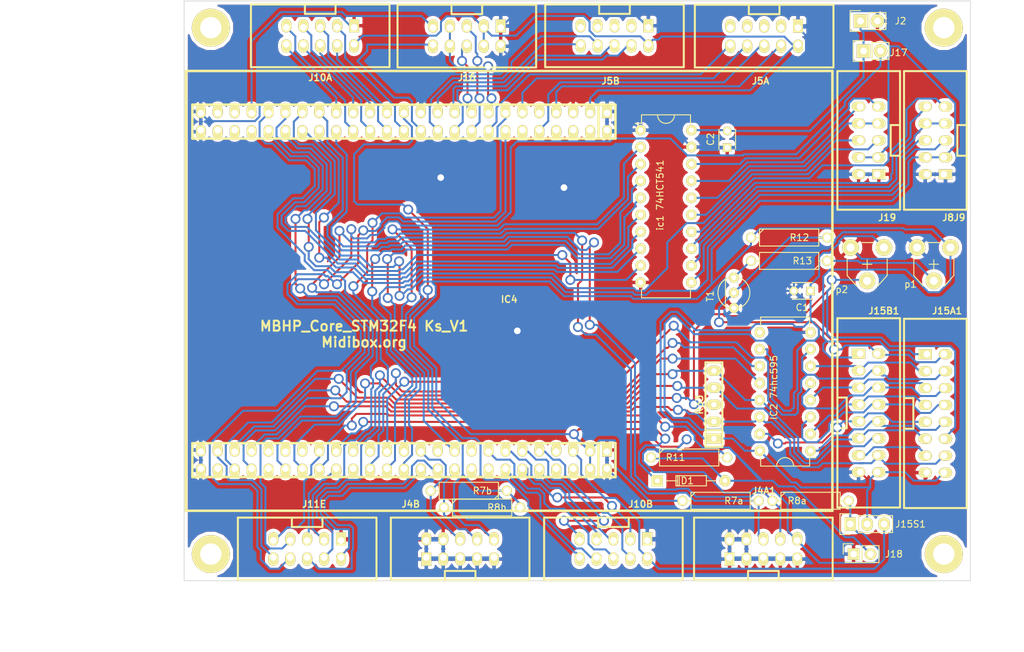
<source format=kicad_pcb>
(kicad_pcb (version 4) (host pcbnew 4.0.2-stable)
  (layers (0 F.Cu signal) (31 B.Cu signal) (34 B.Paste user) (35 F.Paste user) (36 B.SilkS user) (37 F.SilkS user) (38 B.Mask user) (39 F.Mask user) (44 Edge.Cuts user))
  (net 0 "")
  (net 1 "Net-(C1-Pad1)")
  (net 2 GND)
  (net 3 +5V)
  (net 4 /PD0)
  (net 5 /PD1)
  (net 6 /PB8)
  (net 7 /PA15)
  (net 8 /PB3)
  (net 9 /PB5)
  (net 10 /PD10)
  (net 11 /PB12)
  (net 12 /PB13)
  (net 13 /PB15)
  (net 14 "Net-(IC2-Pad1)")
  (net 15 "Net-(IC2-Pad2)")
  (net 16 "Net-(IC2-Pad3)")
  (net 17 "Net-(IC2-Pad4)")
  (net 18 "Net-(IC2-Pad5)")
  (net 19 "Net-(IC2-Pad6)")
  (net 20 /PD7)
  (net 21 "Net-(IC2-Pad9)")
  (net 22 /PD6)
  (net 23 /PD3)
  (net 24 /PC11)
  (net 25 /PA8)
  (net 26 "Net-(IC2-Pad15)")
  (net 27 /PB10)
  (net 28 /PB11)
  (net 29 /PB6)
  (net 30 /PB9)
  (net 31 +3V3)
  (net 32 "Net-(J5A1-Pad3)")
  (net 33 /PC1)
  (net 34 /PC2)
  (net 35 /PA1)
  (net 36 /PA4)
  (net 37 "Net-(J5B1-Pad3)")
  (net 38 /PC4)
  (net 39 /PC5)
  (net 40 /PB0)
  (net 41 /PB1)
  (net 42 /PB14)
  (net 43 /PE8)
  (net 44 /PE9)
  (net 45 /PE10)
  (net 46 /PE11)
  (net 47 /PE12)
  (net 48 /PE13)
  (net 49 /PE14)
  (net 50 /PE15)
  (net 51 /PC13)
  (net 52 /PC14)
  (net 53 /PC15)
  (net 54 /PE2)
  (net 55 /PE4)
  (net 56 /PE5)
  (net 57 /PE6)
  (net 58 /PE7)
  (net 59 /PD9)
  (net 60 /PA3)
  (net 61 /PD2)
  (net 62 /PB7)
  (net 63 /PD8)
  (net 64 /PA2)
  (net 65 /PC12)
  (net 66 /PC6)
  (net 67 "Net-(J15A1-Pad2)")
  (net 68 /PC8)
  (net 69 "Net-(J15A1-Pad13)")
  (net 70 /PC9)
  (net 71 /PA6)
  (net 72 /PA7)
  (net 73 /PA5)
  (net 74 /PD11)
  (net 75 /PB2)
  (net 76 /PA9)
  (net 77 /PB4)
  (net 78 "Net-(R13-Pad1)")
  (net 79 "Net-(R13-Pad2)")
  (net 80 "Net-(IC4-Pad59)")
  (net 81 "Net-(IC4-Pad61)")
  (net 82 "Net-(IC4-Pad63)")
  (net 83 "Net-(IC4-Pad71)")
  (net 84 "Net-(IC4-Pad79)")
  (net 85 "Net-(IC4-Pad83)")
  (net 86 "Net-(IC4-Pad93)")
  (net 87 "Net-(IC4-Pad96)")
  (net 88 "Net-(IC4-Pad94)")
  (net 89 "Net-(IC4-Pad86)")
  (net 90 "Net-(IC4-Pad84)")
  (net 91 "Net-(IC4-Pad70)")
  (net 92 "Net-(IC4-Pad60)")
  (net 93 "Net-(IC4-Pad54)")
  (net 94 "Net-(IC4-Pad48)")
  (net 95 "Net-(IC4-Pad46)")
  (net 96 "Net-(IC4-Pad44)")
  (net 97 "Net-(IC4-Pad12)")
  (net 98 "Net-(IC4-Pad8)")
  (net 99 "Net-(IC4-Pad6)")
  (net 100 "Net-(IC4-Pad9)")
  (net 101 "Net-(IC4-Pad45)")
  (net 102 "Net-(IC4-Pad47)")
  (net 103 "Net-(J8J9-Pad6)")
  (net 104 "Net-(J8J9-Pad7)")
  (net 105 "Net-(J8J9-Pad10)")
  (net 106 "Net-(J8J9-Pad9)")
  (net 107 "Net-(J19-Pad6)")
  (net 108 "Net-(J19-Pad7)")
  (net 109 "Net-(J19-Pad10)")
  (net 110 "Net-(J19-Pad9)")
  (module "empreinte ksir:DIP-20_W7.62mm" (layer F.Cu) (at 108.5 32.38)
    (fp_text reference "ic1 74HCT541" (at 2.92 9.76 90) (layer F.SilkS))
    (fp_text value 74HCT541)
    (pad 1 thru_hole oval (at 0 0) (size 1.6 1.6) (drill 0.8) (layers *.Cu *.Mask F.SilkS) (net 2 GND))
    (pad 2 thru_hole oval (at 0 2.54) (size 1.6 1.6) (drill 0.8) (layers *.Cu *.Mask F.SilkS) (net 6 /PB8))
    (pad 3 thru_hole oval (at 0 5.08) (size 1.6 1.6) (drill 0.8) (layers *.Cu *.Mask F.SilkS) (net 7 /PA15))
    (pad 4 thru_hole oval (at 0 7.62) (size 1.6 1.6) (drill 0.8) (layers *.Cu *.Mask F.SilkS) (net 8 /PB3))
    (pad 5 thru_hole oval (at 0 10.16) (size 1.6 1.6) (drill 0.8) (layers *.Cu *.Mask F.SilkS) (net 9 /PB5))
    (pad 6 thru_hole oval (at 0 12.7) (size 1.6 1.6) (drill 0.8) (layers *.Cu *.Mask F.SilkS) (net 10 /PD10))
    (pad 7 thru_hole oval (at 0 15.24) (size 1.6 1.6) (drill 0.8) (layers *.Cu *.Mask F.SilkS) (net 11 /PB12))
    (pad 8 thru_hole oval (at 0 17.78) (size 1.6 1.6) (drill 0.8) (layers *.Cu *.Mask F.SilkS) (net 12 /PB13))
    (pad 9 thru_hole oval (at 0 20.32) (size 1.6 1.6) (drill 0.8) (layers *.Cu *.Mask F.SilkS) (net 13 /PB15))
    (pad 10 thru_hole oval (at 0 22.86) (size 1.6 1.6) (drill 0.8) (layers *.Cu *.Mask F.SilkS) (net 2 GND))
    (pad 11 thru_hole oval (at 7.62 22.86) (size 1.6 1.6) (drill 0.8) (layers *.Cu *.Mask F.SilkS) (net 103 "Net-(J8J9-Pad6)"))
    (pad 12 thru_hole oval (at 7.62 20.32) (size 1.6 1.6) (drill 0.8) (layers *.Cu *.Mask F.SilkS) (net 104 "Net-(J8J9-Pad7)"))
    (pad 13 thru_hole oval (at 7.62 17.78) (size 1.6 1.6) (drill 0.8) (layers *.Cu *.Mask F.SilkS) (net 105 "Net-(J8J9-Pad10)"))
    (pad 14 thru_hole oval (at 7.62 15.24) (size 1.6 1.6) (drill 0.8) (layers *.Cu *.Mask F.SilkS) (net 106 "Net-(J8J9-Pad9)"))
    (pad 15 thru_hole oval (at 7.62 12.7) (size 1.6 1.6) (drill 0.8) (layers *.Cu *.Mask F.SilkS) (net 107 "Net-(J19-Pad6)"))
    (pad 16 thru_hole oval (at 7.62 10.16) (size 1.6 1.6) (drill 0.8) (layers *.Cu *.Mask F.SilkS) (net 108 "Net-(J19-Pad7)"))
    (pad 17 thru_hole oval (at 7.62 7.62) (size 1.6 1.6) (drill 0.8) (layers *.Cu *.Mask F.SilkS) (net 109 "Net-(J19-Pad10)"))
    (pad 18 thru_hole oval (at 7.62 5.08) (size 1.6 1.6) (drill 0.8) (layers *.Cu *.Mask F.SilkS) (net 110 "Net-(J19-Pad9)"))
    (pad 19 thru_hole oval (at 7.62 2.54) (size 1.6 1.6) (drill 0.8) (layers *.Cu *.Mask F.SilkS) (net 2 GND))
    (pad 20 thru_hole oval (at 7.62 0) (size 1.6 1.6) (drill 0.8) (layers *.Cu *.Mask F.SilkS) (net 3 +5V))
  )
  (module Housings_DIP:DIP-16_W7.62mm (layer F.Cu) (at 134 80.5 180)
    (fp_text reference "IC2 74hc595" (at 5.5 9.5 270) (layer F.SilkS))
    (fp_text value 74HC595)
    (pad 1 thru_hole oval (at 0 0 180) (size 1.6 1.6) (drill 0.8) (layers *.Cu *.Mask F.SilkS) (net 14 "Net-(IC2-Pad1)"))
    (pad 2 thru_hole oval (at 0 2.54 180) (size 1.6 1.6) (drill 0.8) (layers *.Cu *.Mask F.SilkS) (net 15 "Net-(IC2-Pad2)"))
    (pad 3 thru_hole oval (at 0 5.08 180) (size 1.6 1.6) (drill 0.8) (layers *.Cu *.Mask F.SilkS) (net 16 "Net-(IC2-Pad3)"))
    (pad 4 thru_hole oval (at 0 7.62 180) (size 1.6 1.6) (drill 0.8) (layers *.Cu *.Mask F.SilkS) (net 17 "Net-(IC2-Pad4)"))
    (pad 5 thru_hole oval (at 0 10.16 180) (size 1.6 1.6) (drill 0.8) (layers *.Cu *.Mask F.SilkS) (net 18 "Net-(IC2-Pad5)"))
    (pad 6 thru_hole oval (at 0 12.7 180) (size 1.6 1.6) (drill 0.8) (layers *.Cu *.Mask F.SilkS) (net 19 "Net-(IC2-Pad6)"))
    (pad 7 thru_hole oval (at 0 15.24 180) (size 1.6 1.6) (drill 0.8) (layers *.Cu *.Mask F.SilkS) (net 20 /PD7))
    (pad 8 thru_hole oval (at 0 17.78 180) (size 1.6 1.6) (drill 0.8) (layers *.Cu *.Mask F.SilkS) (net 2 GND))
    (pad 9 thru_hole oval (at 7.62 17.78 180) (size 1.6 1.6) (drill 0.8) (layers *.Cu *.Mask F.SilkS) (net 21 "Net-(IC2-Pad9)"))
    (pad 10 thru_hole oval (at 7.62 15.24 180) (size 1.6 1.6) (drill 0.8) (layers *.Cu *.Mask F.SilkS) (net 1 "Net-(C1-Pad1)"))
    (pad 11 thru_hole oval (at 7.62 12.7 180) (size 1.6 1.6) (drill 0.8) (layers *.Cu *.Mask F.SilkS) (net 22 /PD6))
    (pad 12 thru_hole oval (at 7.62 10.16 180) (size 1.6 1.6) (drill 0.8) (layers *.Cu *.Mask F.SilkS) (net 23 /PD3))
    (pad 13 thru_hole oval (at 7.62 7.62 180) (size 1.6 1.6) (drill 0.8) (layers *.Cu *.Mask F.SilkS) (net 24 /PC11))
    (pad 14 thru_hole oval (at 7.62 5.08 180) (size 1.6 1.6) (drill 0.8) (layers *.Cu *.Mask F.SilkS) (net 25 /PA8))
    (pad 15 thru_hole oval (at 7.62 2.54 180) (size 1.6 1.6) (drill 0.8) (layers *.Cu *.Mask F.SilkS) (net 26 "Net-(IC2-Pad15)"))
    (pad 16 thru_hole oval (at 7.62 0 180) (size 1.6 1.6) (drill 0.8) (layers *.Cu *.Mask F.SilkS) (net 1 "Net-(C1-Pad1)"))
  )
  (module w_conn_misc:stm32f4_discovery_header (layer F.Cu) (at 88.78 56.5)
    (fp_text reference IC4 (at 0 1.27) (layer F.SilkS) (effects (font (size 1.016 1.016) (thickness 0.2032))))
    (fp_text value STM32F4_Discovery_Header hide)
    (pad 51 thru_hole oval (at -46.28 24.13) (size 1.5 2) (drill 0.99822 (offset 0 -0.25)) (layers *.Cu *.Mask F.SilkS) (net 2 GND))
    (pad 53 thru_hole oval (at -43.74 24.13) (size 1.5 2) (drill 0.99822 (offset 0 -0.25)) (layers *.Cu *.Mask F.SilkS) (net 66 /PC6))
    (pad 55 thru_hole oval (at -41.2 24.13) (size 1.5 2) (drill 0.99822 (offset 0 -0.25)) (layers *.Cu *.Mask F.SilkS) (net 68 /PC8))
    (pad 57 thru_hole oval (at -38.66 24.13) (size 1.5 2) (drill 0.99822 (offset 0 -0.25)) (layers *.Cu *.Mask F.SilkS) (net 25 /PA8))
    (pad 59 thru_hole oval (at -36.12 24.13) (size 1.5 2) (drill 0.99822 (offset 0 -0.25)) (layers *.Cu *.Mask F.SilkS) (net 80 "Net-(IC4-Pad59)"))
    (pad 61 thru_hole oval (at -33.58 24.13) (size 1.5 2) (drill 0.99822 (offset 0 -0.25)) (layers *.Cu *.Mask F.SilkS) (net 81 "Net-(IC4-Pad61)"))
    (pad 63 thru_hole oval (at -31.04 24.13) (size 1.5 2) (drill 0.99822 (offset 0 -0.25)) (layers *.Cu *.Mask F.SilkS) (net 82 "Net-(IC4-Pad63)"))
    (pad 65 thru_hole oval (at -28.5 24.13) (size 1.5 2) (drill 0.99822 (offset 0 -0.25)) (layers *.Cu *.Mask F.SilkS) (net 65 /PC12))
    (pad 67 thru_hole oval (at -25.96 24.13) (size 1.5 2) (drill 0.99822 (offset 0 -0.25)) (layers *.Cu *.Mask F.SilkS) (net 5 /PD1))
    (pad 69 thru_hole oval (at -23.42 24.13) (size 1.5 2) (drill 0.99822 (offset 0 -0.25)) (layers *.Cu *.Mask F.SilkS) (net 23 /PD3))
    (pad 71 thru_hole oval (at -20.88 24.13) (size 1.5 2) (drill 0.99822 (offset 0 -0.25)) (layers *.Cu *.Mask F.SilkS) (net 83 "Net-(IC4-Pad71)"))
    (pad 73 thru_hole oval (at -18.34 24.13) (size 1.5 2) (drill 0.99822 (offset 0 -0.25)) (layers *.Cu *.Mask F.SilkS) (net 20 /PD7))
    (pad 75 thru_hole oval (at -15.8 24.13) (size 1.5 2) (drill 0.99822 (offset 0 -0.25)) (layers *.Cu *.Mask F.SilkS) (net 77 /PB4))
    (pad 77 thru_hole oval (at -13.26 24.13) (size 1.5 2) (drill 0.99822 (offset 0 -0.25)) (layers *.Cu *.Mask F.SilkS) (net 29 /PB6))
    (pad 79 thru_hole oval (at -10.72 24.13) (size 1.5 2) (drill 0.99822 (offset 0 -0.25)) (layers *.Cu *.Mask F.SilkS) (net 84 "Net-(IC4-Pad79)"))
    (pad 81 thru_hole oval (at -8.18 24.13) (size 1.5 2) (drill 0.99822 (offset 0 -0.25)) (layers *.Cu *.Mask F.SilkS) (net 6 /PB8))
    (pad 83 thru_hole oval (at -5.64 24.13) (size 1.5 2) (drill 0.99822 (offset 0 -0.25)) (layers *.Cu *.Mask F.SilkS) (net 85 "Net-(IC4-Pad83)"))
    (pad 85 thru_hole oval (at -3.1 24.13) (size 1.5 2) (drill 0.99822 (offset 0 -0.25)) (layers *.Cu *.Mask F.SilkS) (net 54 /PE2))
    (pad 87 thru_hole oval (at -0.56 24.13) (size 1.5 2) (drill 0.99822 (offset 0 -0.25)) (layers *.Cu *.Mask F.SilkS) (net 55 /PE4))
    (pad 89 thru_hole oval (at 1.98 24.13) (size 1.5 2) (drill 0.99822 (offset 0 -0.25)) (layers *.Cu *.Mask F.SilkS) (net 57 /PE6))
    (pad 91 thru_hole oval (at 4.52 24.13) (size 1.5 2) (drill 0.99822 (offset 0 -0.25)) (layers *.Cu *.Mask F.SilkS) (net 52 /PC14))
    (pad 93 thru_hole oval (at 7.06 24.13) (size 1.5 2) (drill 0.99822 (offset 0 -0.25)) (layers *.Cu *.Mask F.SilkS) (net 86 "Net-(IC4-Pad93)"))
    (pad 95 thru_hole oval (at 9.6 24.13) (size 1.5 2) (drill 0.99822 (offset 0 -0.25)) (layers *.Cu *.Mask F.SilkS) (net 31 +3V3))
    (pad 97 thru_hole oval (at 12.14 24.13) (size 1.5 2) (drill 0.99822 (offset 0 -0.25)) (layers *.Cu *.Mask F.SilkS) (net 3 +5V))
    (pad 99 thru_hole rect (at 14.68 24.13) (size 1.5 2) (drill 1.00076 (offset 0 -0.25)) (layers *.Cu *.Mask F.SilkS) (net 2 GND))
    (pad 100 thru_hole oval (at 14.68 26.67) (size 1.5 2) (drill 1.00076 (offset 0 0.25)) (layers *.Cu *.Mask F.SilkS) (net 2 GND))
    (pad 98 thru_hole oval (at 12.14 26.67) (size 1.5 2) (drill 1.00076 (offset 0 0.25)) (layers *.Cu *.Mask F.SilkS) (net 3 +5V))
    (pad 96 thru_hole oval (at 9.6 26.67) (size 1.5 2) (drill 1.00076 (offset 0 0.25)) (layers *.Cu *.Mask F.SilkS) (net 87 "Net-(IC4-Pad96)"))
    (pad 94 thru_hole oval (at 7.06 26.67) (size 1.5 2) (drill 1.00076 (offset 0 0.25)) (layers *.Cu *.Mask F.SilkS) (net 88 "Net-(IC4-Pad94)"))
    (pad 92 thru_hole oval (at 4.52 26.67) (size 1.5 2) (drill 1.00076 (offset 0 0.25)) (layers *.Cu *.Mask F.SilkS) (net 53 /PC15))
    (pad 90 thru_hole oval (at 1.98 26.67) (size 1.5 2) (drill 1.00076 (offset 0 0.25)) (layers *.Cu *.Mask F.SilkS) (net 51 /PC13))
    (pad 88 thru_hole oval (at -0.56 26.67) (size 1.5 2) (drill 1.00076 (offset 0 0.25)) (layers *.Cu *.Mask F.SilkS) (net 56 /PE5))
    (pad 86 thru_hole oval (at -3.1 26.67) (size 1.5 2) (drill 1.00076 (offset 0 0.25)) (layers *.Cu *.Mask F.SilkS) (net 89 "Net-(IC4-Pad86)"))
    (pad 84 thru_hole oval (at -5.64 26.67) (size 1.5 2) (drill 1.00076 (offset 0 0.25)) (layers *.Cu *.Mask F.SilkS) (net 90 "Net-(IC4-Pad84)"))
    (pad 82 thru_hole oval (at -8.18 26.67) (size 1.5 2) (drill 1.00076 (offset 0 0.25)) (layers *.Cu *.Mask F.SilkS) (net 30 /PB9))
    (pad 80 thru_hole oval (at -10.72 26.67) (size 1.5 2) (drill 1.00076 (offset 0 0.25)) (layers *.Cu *.Mask F.SilkS) (net 31 +3V3))
    (pad 78 thru_hole oval (at -13.26 26.67) (size 1.5 2) (drill 1.00076 (offset 0 0.25)) (layers *.Cu *.Mask F.SilkS) (net 62 /PB7))
    (pad 76 thru_hole oval (at -15.8 26.67) (size 1.5 2) (drill 1.00076 (offset 0 0.25)) (layers *.Cu *.Mask F.SilkS) (net 9 /PB5))
    (pad 74 thru_hole oval (at -18.34 26.67) (size 1.5 2) (drill 1.00076 (offset 0 0.25)) (layers *.Cu *.Mask F.SilkS) (net 8 /PB3))
    (pad 72 thru_hole oval (at -20.88 26.67) (size 1.5 2) (drill 1.00076 (offset 0 0.25)) (layers *.Cu *.Mask F.SilkS) (net 22 /PD6))
    (pad 70 thru_hole oval (at -23.42 26.67) (size 1.5 2) (drill 1.00076 (offset 0 0.25)) (layers *.Cu *.Mask F.SilkS) (net 91 "Net-(IC4-Pad70)"))
    (pad 68 thru_hole oval (at -25.96 26.67) (size 1.5 2) (drill 1.00076 (offset 0 0.25)) (layers *.Cu *.Mask F.SilkS) (net 61 /PD2))
    (pad 66 thru_hole oval (at -28.5 26.67) (size 1.5 2) (drill 1.00076 (offset 0 0.25)) (layers *.Cu *.Mask F.SilkS) (net 4 /PD0))
    (pad 64 thru_hole oval (at -31.04 26.67) (size 1.5 2) (drill 1.00076 (offset 0 0.25)) (layers *.Cu *.Mask F.SilkS) (net 24 /PC11))
    (pad 62 thru_hole oval (at -33.58 26.67) (size 1.5 2) (drill 1.00076 (offset 0 0.25)) (layers *.Cu *.Mask F.SilkS) (net 7 /PA15))
    (pad 60 thru_hole oval (at -36.12 26.67) (size 1.5 2) (drill 1.00076 (offset 0 0.25)) (layers *.Cu *.Mask F.SilkS) (net 92 "Net-(IC4-Pad60)"))
    (pad 58 thru_hole oval (at -38.66 26.67) (size 1.5 2) (drill 1.00076 (offset 0 0.25)) (layers *.Cu *.Mask F.SilkS) (net 76 /PA9))
    (pad 56 thru_hole oval (at -41.2 26.67) (size 1.5 2) (drill 1.00076 (offset 0 0.25)) (layers *.Cu *.Mask F.SilkS) (net 70 /PC9))
    (pad 54 thru_hole oval (at -43.74 26.67) (size 1.5 2) (drill 1.00076 (offset 0 0.25)) (layers *.Cu *.Mask F.SilkS) (net 93 "Net-(IC4-Pad54)"))
    (pad 52 thru_hole oval (at -46.28 26.67) (size 1.5 2) (drill 1.00076 (offset 0 0.25)) (layers *.Cu *.Mask F.SilkS) (net 2 GND))
    (pad 50 thru_hole oval (at -46.28 -24.13) (size 1.5 2) (drill 1.00076 (offset 0 0.25)) (layers *.Cu *.Mask F.SilkS) (net 2 GND))
    (pad 48 thru_hole oval (at -43.74 -24.13) (size 1.5 2) (drill 1.00076 (offset 0 0.25)) (layers *.Cu *.Mask F.SilkS) (net 94 "Net-(IC4-Pad48)"))
    (pad 46 thru_hole oval (at -41.2 -24.13) (size 1.5 2) (drill 1.00076 (offset 0 0.25)) (layers *.Cu *.Mask F.SilkS) (net 95 "Net-(IC4-Pad46)"))
    (pad 44 thru_hole oval (at -38.66 -24.13) (size 1.5 2) (drill 1.00076 (offset 0 0.25)) (layers *.Cu *.Mask F.SilkS) (net 96 "Net-(IC4-Pad44)"))
    (pad 42 thru_hole oval (at -36.12 -24.13) (size 1.5 2) (drill 1.00076 (offset 0 0.25)) (layers *.Cu *.Mask F.SilkS) (net 10 /PD10))
    (pad 40 thru_hole oval (at -33.58 -24.13) (size 1.5 2) (drill 1.00076 (offset 0 0.25)) (layers *.Cu *.Mask F.SilkS) (net 63 /PD8))
    (pad 38 thru_hole oval (at -31.04 -24.13) (size 1.5 2) (drill 1.00076 (offset 0 0.25)) (layers *.Cu *.Mask F.SilkS) (net 42 /PB14))
    (pad 36 thru_hole oval (at -28.5 -24.13) (size 1.5 2) (drill 1.00076 (offset 0 0.25)) (layers *.Cu *.Mask F.SilkS) (net 11 /PB12))
    (pad 34 thru_hole oval (at -25.96 -24.13) (size 1.5 2) (drill 1.00076 (offset 0 0.25)) (layers *.Cu *.Mask F.SilkS) (net 27 /PB10))
    (pad 32 thru_hole oval (at -23.42 -24.13) (size 1.5 2) (drill 1.00076 (offset 0 0.25)) (layers *.Cu *.Mask F.SilkS) (net 49 /PE14))
    (pad 30 thru_hole oval (at -20.88 -24.13) (size 1.5 2) (drill 1.00076 (offset 0 0.25)) (layers *.Cu *.Mask F.SilkS) (net 47 /PE12))
    (pad 28 thru_hole oval (at -18.34 -24.13) (size 1.5 2) (drill 1.00076 (offset 0 0.25)) (layers *.Cu *.Mask F.SilkS) (net 45 /PE10))
    (pad 26 thru_hole oval (at -15.8 -24.13) (size 1.5 2) (drill 1.00076 (offset 0 0.25)) (layers *.Cu *.Mask F.SilkS) (net 43 /PE8))
    (pad 24 thru_hole oval (at -13.26 -24.13) (size 1.5 2) (drill 1.00076 (offset 0 0.25)) (layers *.Cu *.Mask F.SilkS) (net 75 /PB2))
    (pad 22 thru_hole oval (at -10.72 -24.13) (size 1.5 2) (drill 1.00076 (offset 0 0.25)) (layers *.Cu *.Mask F.SilkS) (net 40 /PB0))
    (pad 20 thru_hole oval (at -8.18 -24.13) (size 1.5 2) (drill 1.00076 (offset 0 0.25)) (layers *.Cu *.Mask F.SilkS) (net 38 /PC4))
    (pad 18 thru_hole oval (at -5.64 -24.13) (size 1.5 2) (drill 1.00076 (offset 0 0.25)) (layers *.Cu *.Mask F.SilkS) (net 71 /PA6))
    (pad 16 thru_hole oval (at -3.1 -24.13) (size 1.5 2) (drill 1.00076 (offset 0 0.25)) (layers *.Cu *.Mask F.SilkS) (net 36 /PA4))
    (pad 14 thru_hole oval (at -0.56 -24.13) (size 1.5 2) (drill 1.00076 (offset 0 0.25)) (layers *.Cu *.Mask F.SilkS) (net 64 /PA2))
    (pad 12 thru_hole oval (at 1.98 -24.13) (size 1.5 2) (drill 1.00076 (offset 0 0.25)) (layers *.Cu *.Mask F.SilkS) (net 97 "Net-(IC4-Pad12)"))
    (pad 10 thru_hole oval (at 4.52 -24.13) (size 1.5 2) (drill 1.00076 (offset 0 0.25)) (layers *.Cu *.Mask F.SilkS) (net 34 /PC2))
    (pad 8 thru_hole oval (at 7.06 -24.13) (size 1.5 2) (drill 1.00076 (offset 0 0.25)) (layers *.Cu *.Mask F.SilkS) (net 98 "Net-(IC4-Pad8)"))
    (pad 6 thru_hole oval (at 9.6 -24.13) (size 1.5 2) (drill 1.00076 (offset 0 0.25)) (layers *.Cu *.Mask F.SilkS) (net 99 "Net-(IC4-Pad6)"))
    (pad 4 thru_hole oval (at 12.14 -24.13) (size 1.5 2) (drill 1.00076 (offset 0 0.25)) (layers *.Cu *.Mask F.SilkS) (net 31 +3V3))
    (pad 2 thru_hole oval (at 14.68 -24.13) (size 1.5 2) (drill 1.00076 (offset 0 0.25)) (layers *.Cu *.Mask F.SilkS) (net 2 GND))
    (pad 1 thru_hole rect (at 14.68 -26.67) (size 1.5 2) (drill 1.00076 (offset 0 -0.25)) (layers *.Cu *.Mask F.SilkS) (net 2 GND))
    (pad 3 thru_hole oval (at 12.14 -26.67) (size 1.5 2) (drill 0.99822 (offset 0 -0.25)) (layers *.Cu *.Mask F.SilkS) (net 31 +3V3))
    (pad 5 thru_hole oval (at 9.6 -26.67) (size 1.5 2) (drill 0.99822 (offset 0 -0.25)) (layers *.Cu *.Mask F.SilkS) (net 2 GND))
    (pad 7 thru_hole oval (at 7.06 -26.67) (size 1.5 2) (drill 0.99822 (offset 0 -0.25)) (layers *.Cu *.Mask F.SilkS) (net 33 /PC1))
    (pad 9 thru_hole oval (at 4.52 -26.67) (size 1.5 2) (drill 0.99822 (offset 0 -0.25)) (layers *.Cu *.Mask F.SilkS) (net 100 "Net-(IC4-Pad9)"))
    (pad 11 thru_hole oval (at 1.98 -26.67) (size 1.5 2) (drill 0.99822 (offset 0 -0.25)) (layers *.Cu *.Mask F.SilkS) (net 35 /PA1))
    (pad 13 thru_hole oval (at -0.56 -26.67) (size 1.5 2) (drill 0.99822 (offset 0 -0.25)) (layers *.Cu *.Mask F.SilkS) (net 60 /PA3))
    (pad 15 thru_hole oval (at -3.1 -26.67) (size 1.5 2) (drill 0.99822 (offset 0 -0.25)) (layers *.Cu *.Mask F.SilkS) (net 73 /PA5))
    (pad 17 thru_hole oval (at -5.64 -26.67) (size 1.5 2) (drill 0.99822 (offset 0 -0.25)) (layers *.Cu *.Mask F.SilkS) (net 72 /PA7))
    (pad 19 thru_hole oval (at -8.18 -26.67) (size 1.5 2) (drill 0.99822 (offset 0 -0.25)) (layers *.Cu *.Mask F.SilkS) (net 39 /PC5))
    (pad 21 thru_hole oval (at -10.72 -26.67) (size 1.5 2) (drill 0.99822 (offset 0 -0.25)) (layers *.Cu *.Mask F.SilkS) (net 41 /PB1))
    (pad 23 thru_hole oval (at -13.26 -26.67) (size 1.5 2) (drill 0.99822 (offset 0 -0.25)) (layers *.Cu *.Mask F.SilkS) (net 2 GND))
    (pad 25 thru_hole oval (at -15.8 -26.67) (size 1.5 2) (drill 0.99822 (offset 0 -0.25)) (layers *.Cu *.Mask F.SilkS) (net 58 /PE7))
    (pad 27 thru_hole oval (at -18.34 -26.67) (size 1.5 2) (drill 0.99822 (offset 0 -0.25)) (layers *.Cu *.Mask F.SilkS) (net 44 /PE9))
    (pad 29 thru_hole oval (at -20.88 -26.67) (size 1.5 2) (drill 0.99822 (offset 0 -0.25)) (layers *.Cu *.Mask F.SilkS) (net 46 /PE11))
    (pad 31 thru_hole oval (at -23.42 -26.67) (size 1.5 2) (drill 0.99822 (offset 0 -0.25)) (layers *.Cu *.Mask F.SilkS) (net 48 /PE13))
    (pad 33 thru_hole oval (at -25.96 -26.67) (size 1.5 2) (drill 0.99822 (offset 0 -0.25)) (layers *.Cu *.Mask F.SilkS) (net 50 /PE15))
    (pad 35 thru_hole oval (at -28.5 -26.67) (size 1.5 2) (drill 0.99822 (offset 0 -0.25)) (layers *.Cu *.Mask F.SilkS) (net 28 /PB11))
    (pad 37 thru_hole oval (at -31.04 -26.67) (size 1.5 2) (drill 0.99822 (offset 0 -0.25)) (layers *.Cu *.Mask F.SilkS) (net 12 /PB13))
    (pad 39 thru_hole oval (at -33.58 -26.67) (size 1.5 2) (drill 0.99822 (offset 0 -0.25)) (layers *.Cu *.Mask F.SilkS) (net 13 /PB15))
    (pad 41 thru_hole oval (at -36.12 -26.67) (size 1.5 2) (drill 0.99822 (offset 0 -0.25)) (layers *.Cu *.Mask F.SilkS) (net 59 /PD9))
    (pad 43 thru_hole oval (at -38.66 -26.67) (size 1.5 2) (drill 0.99822 (offset 0 -0.25)) (layers *.Cu *.Mask F.SilkS) (net 74 /PD11))
    (pad 45 thru_hole oval (at -41.2 -26.67) (size 1.5 2) (drill 0.99822 (offset 0 -0.25)) (layers *.Cu *.Mask F.SilkS) (net 101 "Net-(IC4-Pad45)"))
    (pad 47 thru_hole oval (at -43.74 -26.67) (size 1.5 2) (drill 0.99822 (offset 0 -0.25)) (layers *.Cu *.Mask F.SilkS) (net 102 "Net-(IC4-Pad47)"))
    (pad 49 thru_hole oval (at -46.28 -26.67) (size 1.5 2) (drill 0.99822 (offset 0 -0.25)) (layers *.Cu *.Mask F.SilkS) (net 2 GND))
  )
  (module Mounting_Holes:MountingHole_3.2mm_M3_ISO7380_Pad (layer F.Cu) (at 44 96)
    (fp_text reference "" (at 0 -3.85) (layer F.SilkS))
    (fp_text value MountingHole_3mm)
    (pad 1 thru_hole circle (at 0 0) (size 5.7 5.7) (drill 3.2) (layers *.Cu *.Mask F.SilkS))
  )
  (module Diodes_ThroughHole:Diode_DO-35_SOD27_Horizontal_RM10 (layer F.Cu) (at 111 85)
    (fp_text reference D1 (at 4.50052 -0.00254) (layer F.SilkS))
    (fp_text value D)
    (pad 2 thru_hole circle (at 10.16052 -0.00254 180) (size 1.69926 1.69926) (drill 0.70104) (layers *.Cu *.Mask F.SilkS) (net 4 /PD0))
    (pad 1 thru_hole rect (at 0.00052 -0.00254 180) (size 1.69926 1.69926) (drill 0.70104) (layers *.Cu *.Mask F.SilkS) (net 5 /PD1))
  )
  (module Pin_Headers:Pin_Header_Straight_1x02 (layer F.Cu) (at 141.5 16 90)
    (fp_text reference J2 (at 0 6 180) (layer F.SilkS))
    (fp_text value CONN_2)
    (pad 1 thru_hole rect (at 0 0 90) (size 2.032 2.032) (drill 1.016) (layers *.Cu *.Mask F.SilkS) (net 3 +5V))
    (pad 2 thru_hole oval (at 0 2.54 90) (size 2.032 2.032) (drill 1.016) (layers *.Cu *.Mask F.SilkS) (net 2 GND))
  )
  (module Pin_Headers:Pin_Header_Straight_1x03 (layer F.Cu) (at 139.96 91.5 90)
    (fp_text reference J15S1 (at 0 9.04 180) (layer F.SilkS))
    (fp_text value CONN_01X03)
    (pad 1 thru_hole rect (at 0 0 90) (size 2.032 1.7272) (drill 1.016) (layers *.Cu *.Mask F.SilkS) (net 3 +5V))
    (pad 2 thru_hole oval (at 0 2.54 90) (size 2.032 1.7272) (drill 1.016) (layers *.Cu *.Mask F.SilkS) (net 1 "Net-(C1-Pad1)"))
    (pad 3 thru_hole oval (at 0 5.08 90) (size 2.032 1.7272) (drill 1.016) (layers *.Cu *.Mask F.SilkS) (net 31 +3V3))
  )
  (module Pin_Headers:Pin_Header_Straight_1x02 (layer F.Cu) (at 141.96 20.5 90)
    (fp_text reference J17 (at -0.25 5.25 180) (layer F.SilkS))
    (fp_text value CONN_01X02)
    (pad 1 thru_hole rect (at 0 0 90) (size 2.032 2.032) (drill 1.016) (layers *.Cu *.Mask F.SilkS) (net 3 +5V))
    (pad 2 thru_hole oval (at 0 2.54 90) (size 2.032 2.032) (drill 1.016) (layers *.Cu *.Mask F.SilkS) (net 76 /PA9))
  )
  (module w_pth_resistors:r-sil_5 (layer F.Cu) (at 119.5 73.58 90)
    (fp_text reference R33 (at 0 -2.159 90) (layer F.SilkS) (effects (font (size 1.016 1.016) (thickness 0.2032))))
    (fp_text value R-SIL_4 hide)
    (pad 1 thru_hole rect (at -5.08 0 90) (size 1.524 2.19964) (drill 0.8001) (layers *.Cu *.Mask F.SilkS) (net 1 "Net-(C1-Pad1)"))
    (pad 2 thru_hole oval (at -2.54 0 90) (size 1.524 2.19964) (drill 0.8001) (layers *.Cu *.Mask F.SilkS) (net 25 /PA8))
    (pad 3 thru_hole oval (at 0 0 90) (size 1.524 2.19964) (drill 0.8001) (layers *.Cu *.Mask F.SilkS) (net 68 /PC8))
    (pad 4 thru_hole oval (at 2.54 0 90) (size 1.524 2.19964) (drill 0.8001) (layers *.Cu *.Mask F.SilkS) (net 70 /PC9))
    (pad 5 thru_hole oval (at 5.08 0 90) (size 1.524 2.19964) (drill 0.8001) (layers *.Cu *.Mask F.SilkS) (net 24 /PC11))
  )
  (module Discret:R4-5 (layer F.Cu) (at 115.785 81.5)
    (fp_text reference R11 (at -2.043 0) (layer F.SilkS))
    (fp_text value R)
    (pad 1 thru_hole circle (at -5.715 0) (size 1.524 1.524) (drill 1.016) (layers *.Cu *.Mask F.SilkS) (net 4 /PD0))
    (pad 2 thru_hole circle (at 5.715 0) (size 1.524 1.524) (drill 1.016) (layers *.Cu *.Mask F.SilkS) (net 3 +5V))
  )
  (module Discret:R4-5 (layer F.Cu) (at 134 88)
    (fp_text reference R8a (at -2 0) (layer F.SilkS))
    (fp_text value R)
    (pad 1 thru_hole circle (at -5.715 0) (size 1.524 1.524) (drill 1.016) (layers *.Cu *.Mask F.SilkS) (net 28 /PB11))
    (pad 2 thru_hole circle (at 5.715 0) (size 1.524 1.524) (drill 1.016) (layers *.Cu *.Mask F.SilkS) (net 3 +5V))
  )
  (module Discret:R4-5 (layer F.Cu) (at 84.715 89)
    (fp_text reference R8b (at 2.215 0) (layer F.SilkS))
    (fp_text value R)
    (pad 1 thru_hole circle (at -5.715 0) (size 1.524 1.524) (drill 1.016) (layers *.Cu *.Mask F.SilkS) (net 30 /PB9))
    (pad 2 thru_hole circle (at 5.715 0) (size 1.524 1.524) (drill 1.016) (layers *.Cu *.Mask F.SilkS) (net 3 +5V))
  )
  (module Discret:R4-5 (layer F.Cu) (at 130.785 52 180)
    (fp_text reference R13 (at -1.993 0 180) (layer F.SilkS))
    (fp_text value R)
    (pad 1 thru_hole circle (at -5.715 0 180) (size 1.524 1.524) (drill 1.016) (layers *.Cu *.Mask F.SilkS) (net 78 "Net-(R13-Pad1)"))
    (pad 2 thru_hole circle (at 5.715 0 180) (size 1.524 1.524) (drill 1.016) (layers *.Cu *.Mask F.SilkS) (net 79 "Net-(R13-Pad2)"))
  )
  (module Discret:R4-5 (layer F.Cu) (at 82.715 86.5 180)
    (fp_text reference R7b (at -2.043 0 180) (layer F.SilkS))
    (fp_text value R)
    (pad 1 thru_hole circle (at -5.715 0 180) (size 1.524 1.524) (drill 1.016) (layers *.Cu *.Mask F.SilkS) (net 3 +5V))
    (pad 2 thru_hole circle (at 5.715 0 180) (size 1.524 1.524) (drill 1.016) (layers *.Cu *.Mask F.SilkS) (net 29 /PB6))
  )
  (module Discret:R4-5 (layer F.Cu) (at 120.5 88)
    (fp_text reference R7a (at 1.993 0) (layer F.SilkS))
    (fp_text value R)
    (pad 1 thru_hole circle (at -5.715 0) (size 1.524 1.524) (drill 1.016) (layers *.Cu *.Mask F.SilkS) (net 3 +5V))
    (pad 2 thru_hole circle (at 5.715 0) (size 1.524 1.524) (drill 1.016) (layers *.Cu *.Mask F.SilkS) (net 27 /PB10))
  )
  (module Discret:R4-5 (layer F.Cu) (at 130.785 48.5)
    (fp_text reference R12 (at 1.543 0) (layer F.SilkS))
    (fp_text value R)
    (pad 1 thru_hole circle (at -5.715 0) (size 1.524 1.524) (drill 1.016) (layers *.Cu *.Mask F.SilkS) (net 3 +5V))
    (pad 2 thru_hole circle (at 5.715 0) (size 1.524 1.524) (drill 1.016) (layers *.Cu *.Mask F.SilkS) (net 67 "Net-(J15A1-Pad2)"))
  )
  (module Potentiometers:Potentiometer_VishaySpectrol-Econtrim-Type36T (layer F.Cu) (at 144.99936 50.00128 180)
    (fp_text reference p2 (at 6.30936 -6.30936 180) (layer F.SilkS))
    (fp_text value POT)
    (pad 2 thru_hole circle (at 2.49936 -4.99872 180) (size 2.49936 2.49936) (drill 1.19888) (layers *.Cu *.Mask F.SilkS) (net 68 /PC8))
    (pad 3 thru_hole circle (at 4.99872 0 180) (size 2.49936 2.49936) (drill 1.19888) (layers *.Cu *.Mask F.SilkS) (net 2 GND))
    (pad 1 thru_hole circle (at 0 0 180) (size 2.49936 2.49936) (drill 1.19888) (layers *.Cu *.Mask F.SilkS) (net 1 "Net-(C1-Pad1)"))
  )
  (module Potentiometers:Potentiometer_VishaySpectrol-Econtrim-Type36T (layer F.Cu) (at 154.99936 50.00128 180)
    (fp_text reference p1 (at 5.99936 -5.49872 180) (layer F.SilkS))
    (fp_text value POT)
    (pad 2 thru_hole circle (at 2.49936 -4.99872 180) (size 2.49936 2.49936) (drill 1.19888) (layers *.Cu *.Mask F.SilkS) (net 78 "Net-(R13-Pad1)"))
    (pad 3 thru_hole circle (at 4.99872 0 180) (size 2.49936 2.49936) (drill 1.19888) (layers *.Cu *.Mask F.SilkS) (net 2 GND))
    (pad 1 thru_hole circle (at 0 0 180) (size 2.49936 2.49936) (drill 1.19888) (layers *.Cu *.Mask F.SilkS) (net 3 +5V))
  )
  (module Pin_Headers:Pin_Header_Straight_2x01 (layer F.Cu) (at 140.46 96)
    (fp_text reference J18 (at 6.04 0) (layer F.SilkS))
    (fp_text value CONN_2)
    (pad 1 thru_hole rect (at 0 0) (size 1.7272 1.7272) (drill 1.016) (layers *.Cu *.Mask F.SilkS) (net 2 GND))
    (pad 2 thru_hole oval (at 2.54 0) (size 1.7272 1.7272) (drill 1.016) (layers *.Cu *.Mask F.SilkS) (net 4 /PD0))
  )
  (module "empreinte ksir:bc337" (layer F.Cu) (at 122.5 56.786 270)
    (fp_text reference T1 (at 0.508 3.556 270) (layer F.SilkS))
    (fp_text value BC817-40)
    (pad 3 thru_hole circle (at 0 0 270) (size 1.524 1.524) (drill 0.762) (layers *.Cu *.Mask F.SilkS) (net 67 "Net-(J15A1-Pad2)"))
    (pad 2 thru_hole circle (at 2.286 0 270) (size 1.524 1.524) (drill 0.762) (layers *.Cu *.Mask F.SilkS) (net 2 GND))
    (pad 1 thru_hole circle (at -2.286 0 270) (size 1.524 1.524) (drill 0.762) (layers *.Cu *.Mask F.SilkS) (net 79 "Net-(R13-Pad2)"))
  )
  (module w_conn_strip:vasch_strip_5x2 (layer F.Cu) (at 142.73 33.92 90)
    (fp_text reference J19 (at -11.58 2.77 180) (layer F.SilkS) (effects (font (thickness 0.2032))))
    (fp_text value CONN_02X05 hide)
    (pad 9 thru_hole oval (at 5.08 1.27 90) (size 1.5 2) (drill 1 (offset 0 0.25)) (layers *.Cu *.Mask F.SilkS) (net 110 "Net-(J19-Pad9)"))
    (pad 10 thru_hole oval (at 5.08 -1.27 90) (size 1.5 2) (drill 1 (offset 0 -0.25)) (layers *.Cu *.Mask F.SilkS) (net 109 "Net-(J19-Pad10)"))
    (pad 8 thru_hole oval (at 2.54 -1.27 90) (size 1.5 2) (drill 1 (offset 0 -0.25)) (layers *.Cu *.Mask F.SilkS) (net 108 "Net-(J19-Pad7)"))
    (pad 7 thru_hole oval (at 2.54 1.27 90) (size 1.5 2) (drill 1 (offset 0 0.25)) (layers *.Cu *.Mask F.SilkS) (net 108 "Net-(J19-Pad7)"))
    (pad 1 thru_hole rect (at -5.08 1.27 90) (size 1.5 2) (drill 1 (offset 0 0.25)) (layers *.Cu *.Mask F.SilkS) (net 2 GND))
    (pad 2 thru_hole oval (at -5.08 -1.27 90) (size 1.5 2) (drill 1 (offset 0 -0.25)) (layers *.Cu *.Mask F.SilkS) (net 2 GND))
    (pad 3 thru_hole oval (at -2.54 1.27 90) (size 1.5 2) (drill 1 (offset 0 0.25)) (layers *.Cu *.Mask F.SilkS) (net 3 +5V))
    (pad 4 thru_hole oval (at -2.54 -1.27 90) (size 1.5 2) (drill 1 (offset 0 -0.25)) (layers *.Cu *.Mask F.SilkS) (net 3 +5V))
    (pad 5 thru_hole oval (at 0 1.27 90) (size 1.5 2) (drill 1 (offset 0 0.25)) (layers *.Cu *.Mask F.SilkS) (net 77 /PB4))
    (pad 6 thru_hole oval (at 0 -1.27 90) (size 1.5 2) (drill 1 (offset 0 -0.25)) (layers *.Cu *.Mask F.SilkS) (net 107 "Net-(J19-Pad6)"))
  )
  (module w_conn_strip:vasch_strip_5x2 (layer F.Cu) (at 82.42 18.27 180)
    (fp_text reference J16 (at 0 -6.23 180) (layer F.SilkS) (effects (font (thickness 0.2032))))
    (fp_text value CONN_02X05 hide)
    (pad 9 thru_hole oval (at 5.08 1.27 180) (size 1.5 2) (drill 1 (offset 0 0.25)) (layers *.Cu *.Mask F.SilkS) (net 74 /PD11))
    (pad 10 thru_hole oval (at 5.08 -1.27 180) (size 1.5 2) (drill 1 (offset 0 -0.25)) (layers *.Cu *.Mask F.SilkS) (net 75 /PB2))
    (pad 8 thru_hole oval (at 2.54 -1.27 180) (size 1.5 2) (drill 1 (offset 0 -0.25)) (layers *.Cu *.Mask F.SilkS) (net 73 /PA5))
    (pad 7 thru_hole oval (at 2.54 1.27 180) (size 1.5 2) (drill 1 (offset 0 0.25)) (layers *.Cu *.Mask F.SilkS) (net 73 /PA5))
    (pad 1 thru_hole rect (at -5.08 1.27 180) (size 1.5 2) (drill 1 (offset 0 0.25)) (layers *.Cu *.Mask F.SilkS) (net 2 GND))
    (pad 2 thru_hole oval (at -5.08 -1.27 180) (size 1.5 2) (drill 1 (offset 0 -0.25)) (layers *.Cu *.Mask F.SilkS) (net 2 GND))
    (pad 3 thru_hole oval (at -2.54 1.27 180) (size 1.5 2) (drill 1 (offset 0 0.25)) (layers *.Cu *.Mask F.SilkS) (net 31 +3V3))
    (pad 4 thru_hole oval (at -2.54 -1.27 180) (size 1.5 2) (drill 1 (offset 0 -0.25)) (layers *.Cu *.Mask F.SilkS) (net 31 +3V3))
    (pad 5 thru_hole oval (at 0 1.27 180) (size 1.5 2) (drill 1 (offset 0 0.25)) (layers *.Cu *.Mask F.SilkS) (net 71 /PA6))
    (pad 6 thru_hole oval (at 0 -1.27 180) (size 1.5 2) (drill 1 (offset 0 -0.25)) (layers *.Cu *.Mask F.SilkS) (net 72 /PA7))
  )
  (module w_conn_strip:vasch_strip_5x2 (layer F.Cu) (at 58.46 95.23 180)
    (fp_text reference J11E (at -1.04 6.73 180) (layer F.SilkS) (effects (font (thickness 0.2032))))
    (fp_text value CONN_02X05 hide)
    (pad 9 thru_hole oval (at 5.08 1.27 180) (size 1.5 2) (drill 1 (offset 0 0.25)) (layers *.Cu *.Mask F.SilkS) (net 65 /PC12))
    (pad 10 thru_hole oval (at 5.08 -1.27 180) (size 1.5 2) (drill 1 (offset 0 -0.25)) (layers *.Cu *.Mask F.SilkS) (net 66 /PC6))
    (pad 8 thru_hole oval (at 2.54 -1.27 180) (size 1.5 2) (drill 1 (offset 0 -0.25)) (layers *.Cu *.Mask F.SilkS) (net 64 /PA2))
    (pad 7 thru_hole oval (at 2.54 1.27 180) (size 1.5 2) (drill 1 (offset 0 0.25)) (layers *.Cu *.Mask F.SilkS) (net 63 /PD8))
    (pad 1 thru_hole rect (at -5.08 1.27 180) (size 1.5 2) (drill 1 (offset 0 0.25)) (layers *.Cu *.Mask F.SilkS) (net 2 GND))
    (pad 2 thru_hole oval (at -5.08 -1.27 180) (size 1.5 2) (drill 1 (offset 0 -0.25)) (layers *.Cu *.Mask F.SilkS) (net 31 +3V3))
    (pad 3 thru_hole oval (at -2.54 1.27 180) (size 1.5 2) (drill 1 (offset 0 0.25)) (layers *.Cu *.Mask F.SilkS) (net 59 /PD9))
    (pad 4 thru_hole oval (at -2.54 -1.27 180) (size 1.5 2) (drill 1 (offset 0 -0.25)) (layers *.Cu *.Mask F.SilkS) (net 60 /PA3))
    (pad 5 thru_hole oval (at 0 1.27 180) (size 1.5 2) (drill 1 (offset 0 0.25)) (layers *.Cu *.Mask F.SilkS) (net 61 /PD2))
    (pad 6 thru_hole oval (at 0 -1.27 180) (size 1.5 2) (drill 1 (offset 0 -0.25)) (layers *.Cu *.Mask F.SilkS) (net 62 /PB7))
  )
  (module w_conn_strip:vasch_strip_5x2 (layer F.Cu) (at 104.42 95.23 180)
    (fp_text reference J10B (at -4.08 6.73 180) (layer F.SilkS) (effects (font (thickness 0.2032))))
    (fp_text value CONN_02X05 hide)
    (pad 9 thru_hole oval (at 5.08 1.27 180) (size 1.5 2) (drill 1 (offset 0 0.25)) (layers *.Cu *.Mask F.SilkS) (net 57 /PE6))
    (pad 10 thru_hole oval (at 5.08 -1.27 180) (size 1.5 2) (drill 1 (offset 0 -0.25)) (layers *.Cu *.Mask F.SilkS) (net 58 /PE7))
    (pad 8 thru_hole oval (at 2.54 -1.27 180) (size 1.5 2) (drill 1 (offset 0 -0.25)) (layers *.Cu *.Mask F.SilkS) (net 56 /PE5))
    (pad 7 thru_hole oval (at 2.54 1.27 180) (size 1.5 2) (drill 1 (offset 0 0.25)) (layers *.Cu *.Mask F.SilkS) (net 55 /PE4))
    (pad 1 thru_hole rect (at -5.08 1.27 180) (size 1.5 2) (drill 1 (offset 0 0.25)) (layers *.Cu *.Mask F.SilkS) (net 2 GND))
    (pad 2 thru_hole oval (at -5.08 -1.27 180) (size 1.5 2) (drill 1 (offset 0 -0.25)) (layers *.Cu *.Mask F.SilkS) (net 31 +3V3))
    (pad 3 thru_hole oval (at -2.54 1.27 180) (size 1.5 2) (drill 1 (offset 0 0.25)) (layers *.Cu *.Mask F.SilkS) (net 51 /PC13))
    (pad 4 thru_hole oval (at -2.54 -1.27 180) (size 1.5 2) (drill 1 (offset 0 -0.25)) (layers *.Cu *.Mask F.SilkS) (net 52 /PC14))
    (pad 5 thru_hole oval (at 0 1.27 180) (size 1.5 2) (drill 1 (offset 0 0.25)) (layers *.Cu *.Mask F.SilkS) (net 53 /PC15))
    (pad 6 thru_hole oval (at 0 -1.27 180) (size 1.5 2) (drill 1 (offset 0 -0.25)) (layers *.Cu *.Mask F.SilkS) (net 54 /PE2))
  )
  (module w_conn_strip:vasch_strip_5x2 (layer F.Cu) (at 60.42 18.23 180)
    (fp_text reference J10A (at 0 -6.27 180) (layer F.SilkS) (effects (font (thickness 0.2032))))
    (fp_text value CONN_02X05 hide)
    (pad 9 thru_hole oval (at 5.08 1.27 180) (size 1.5 2) (drill 1 (offset 0 0.25)) (layers *.Cu *.Mask F.SilkS) (net 49 /PE14))
    (pad 10 thru_hole oval (at 5.08 -1.27 180) (size 1.5 2) (drill 1 (offset 0 -0.25)) (layers *.Cu *.Mask F.SilkS) (net 50 /PE15))
    (pad 8 thru_hole oval (at 2.54 -1.27 180) (size 1.5 2) (drill 1 (offset 0 -0.25)) (layers *.Cu *.Mask F.SilkS) (net 48 /PE13))
    (pad 7 thru_hole oval (at 2.54 1.27 180) (size 1.5 2) (drill 1 (offset 0 0.25)) (layers *.Cu *.Mask F.SilkS) (net 47 /PE12))
    (pad 1 thru_hole rect (at -5.08 1.27 180) (size 1.5 2) (drill 1 (offset 0 0.25)) (layers *.Cu *.Mask F.SilkS) (net 2 GND))
    (pad 2 thru_hole oval (at -5.08 -1.27 180) (size 1.5 2) (drill 1 (offset 0 -0.25)) (layers *.Cu *.Mask F.SilkS) (net 31 +3V3))
    (pad 3 thru_hole oval (at -2.54 1.27 180) (size 1.5 2) (drill 1 (offset 0 0.25)) (layers *.Cu *.Mask F.SilkS) (net 43 /PE8))
    (pad 4 thru_hole oval (at -2.54 -1.27 180) (size 1.5 2) (drill 1 (offset 0 -0.25)) (layers *.Cu *.Mask F.SilkS) (net 44 /PE9))
    (pad 5 thru_hole oval (at 0 1.27 180) (size 1.5 2) (drill 1 (offset 0 0.25)) (layers *.Cu *.Mask F.SilkS) (net 45 /PE10))
    (pad 6 thru_hole oval (at 0 -1.27 180) (size 1.5 2) (drill 1 (offset 0 -0.25)) (layers *.Cu *.Mask F.SilkS) (net 46 /PE11))
  )
  (module w_conn_strip:vasch_strip_5x2 (layer F.Cu) (at 152.73 33.92 90)
    (fp_text reference J8J9 (at -11.58 2.77 180) (layer F.SilkS) (effects (font (thickness 0.2032))))
    (fp_text value CONN_02X05 hide)
    (pad 9 thru_hole oval (at 5.08 1.27 90) (size 1.5 2) (drill 1 (offset 0 0.25)) (layers *.Cu *.Mask F.SilkS) (net 106 "Net-(J8J9-Pad9)"))
    (pad 10 thru_hole oval (at 5.08 -1.27 90) (size 1.5 2) (drill 1 (offset 0 -0.25)) (layers *.Cu *.Mask F.SilkS) (net 105 "Net-(J8J9-Pad10)"))
    (pad 8 thru_hole oval (at 2.54 -1.27 90) (size 1.5 2) (drill 1 (offset 0 -0.25)) (layers *.Cu *.Mask F.SilkS) (net 104 "Net-(J8J9-Pad7)"))
    (pad 7 thru_hole oval (at 2.54 1.27 90) (size 1.5 2) (drill 1 (offset 0 0.25)) (layers *.Cu *.Mask F.SilkS) (net 104 "Net-(J8J9-Pad7)"))
    (pad 1 thru_hole rect (at -5.08 1.27 90) (size 1.5 2) (drill 1 (offset 0 0.25)) (layers *.Cu *.Mask F.SilkS) (net 2 GND))
    (pad 2 thru_hole oval (at -5.08 -1.27 90) (size 1.5 2) (drill 1 (offset 0 -0.25)) (layers *.Cu *.Mask F.SilkS) (net 2 GND))
    (pad 3 thru_hole oval (at -2.54 1.27 90) (size 1.5 2) (drill 1 (offset 0 0.25)) (layers *.Cu *.Mask F.SilkS) (net 3 +5V))
    (pad 4 thru_hole oval (at -2.54 -1.27 90) (size 1.5 2) (drill 1 (offset 0 -0.25)) (layers *.Cu *.Mask F.SilkS) (net 3 +5V))
    (pad 5 thru_hole oval (at 0 1.27 90) (size 1.5 2) (drill 1 (offset 0 0.25)) (layers *.Cu *.Mask F.SilkS) (net 42 /PB14))
    (pad 6 thru_hole oval (at 0 -1.27 90) (size 1.5 2) (drill 1 (offset 0 -0.25)) (layers *.Cu *.Mask F.SilkS) (net 103 "Net-(J8J9-Pad6)"))
  )
  (module w_conn_strip:vasch_strip_5x2 (layer F.Cu) (at 104.58 18.23 180)
    (fp_text reference J5B (at 0.58 -6.77 180) (layer F.SilkS) (effects (font (thickness 0.2032))))
    (fp_text value CONN_02X05 hide)
    (pad 9 thru_hole oval (at 5.08 1.27 180) (size 1.5 2) (drill 1 (offset 0 0.25)) (layers *.Cu *.Mask F.SilkS) (net 37 "Net-(J5B1-Pad3)"))
    (pad 10 thru_hole oval (at 5.08 -1.27 180) (size 1.5 2) (drill 1 (offset 0 -0.25)) (layers *.Cu *.Mask F.SilkS) (net 41 /PB1))
    (pad 8 thru_hole oval (at 2.54 -1.27 180) (size 1.5 2) (drill 1 (offset 0 -0.25)) (layers *.Cu *.Mask F.SilkS) (net 40 /PB0))
    (pad 7 thru_hole oval (at 2.54 1.27 180) (size 1.5 2) (drill 1 (offset 0 0.25)) (layers *.Cu *.Mask F.SilkS) (net 37 "Net-(J5B1-Pad3)"))
    (pad 1 thru_hole rect (at -5.08 1.27 180) (size 1.5 2) (drill 1 (offset 0 0.25)) (layers *.Cu *.Mask F.SilkS) (net 2 GND))
    (pad 2 thru_hole oval (at -5.08 -1.27 180) (size 1.5 2) (drill 1 (offset 0 -0.25)) (layers *.Cu *.Mask F.SilkS) (net 31 +3V3))
    (pad 3 thru_hole oval (at -2.54 1.27 180) (size 1.5 2) (drill 1 (offset 0 0.25)) (layers *.Cu *.Mask F.SilkS) (net 37 "Net-(J5B1-Pad3)"))
    (pad 4 thru_hole oval (at -2.54 -1.27 180) (size 1.5 2) (drill 1 (offset 0 -0.25)) (layers *.Cu *.Mask F.SilkS) (net 38 /PC4))
    (pad 5 thru_hole oval (at 0 1.27 180) (size 1.5 2) (drill 1 (offset 0 0.25)) (layers *.Cu *.Mask F.SilkS) (net 37 "Net-(J5B1-Pad3)"))
    (pad 6 thru_hole oval (at 0 -1.27 180) (size 1.5 2) (drill 1 (offset 0 -0.25)) (layers *.Cu *.Mask F.SilkS) (net 39 /PC5))
  )
  (module w_conn_strip:vasch_strip_5x2 (layer F.Cu) (at 127.04 18.27 180)
    (fp_text reference J5A (at 0.54 -6.73 180) (layer F.SilkS) (effects (font (thickness 0.2032))))
    (fp_text value CONN_02X05 hide)
    (pad 9 thru_hole oval (at 5.08 1.27 180) (size 1.5 2) (drill 1 (offset 0 0.25)) (layers *.Cu *.Mask F.SilkS) (net 32 "Net-(J5A1-Pad3)"))
    (pad 10 thru_hole oval (at 5.08 -1.27 180) (size 1.5 2) (drill 1 (offset 0 -0.25)) (layers *.Cu *.Mask F.SilkS) (net 36 /PA4))
    (pad 8 thru_hole oval (at 2.54 -1.27 180) (size 1.5 2) (drill 1 (offset 0 -0.25)) (layers *.Cu *.Mask F.SilkS) (net 35 /PA1))
    (pad 7 thru_hole oval (at 2.54 1.27 180) (size 1.5 2) (drill 1 (offset 0 0.25)) (layers *.Cu *.Mask F.SilkS) (net 32 "Net-(J5A1-Pad3)"))
    (pad 1 thru_hole rect (at -5.08 1.27 180) (size 1.5 2) (drill 1 (offset 0 0.25)) (layers *.Cu *.Mask F.SilkS) (net 2 GND))
    (pad 2 thru_hole oval (at -5.08 -1.27 180) (size 1.5 2) (drill 1 (offset 0 -0.25)) (layers *.Cu *.Mask F.SilkS) (net 31 +3V3))
    (pad 3 thru_hole oval (at -2.54 1.27 180) (size 1.5 2) (drill 1 (offset 0 0.25)) (layers *.Cu *.Mask F.SilkS) (net 32 "Net-(J5A1-Pad3)"))
    (pad 4 thru_hole oval (at -2.54 -1.27 180) (size 1.5 2) (drill 1 (offset 0 -0.25)) (layers *.Cu *.Mask F.SilkS) (net 33 /PC1))
    (pad 5 thru_hole oval (at 0 1.27 180) (size 1.5 2) (drill 1 (offset 0 0.25)) (layers *.Cu *.Mask F.SilkS) (net 32 "Net-(J5A1-Pad3)"))
    (pad 6 thru_hole oval (at 0 -1.27 180) (size 1.5 2) (drill 1 (offset 0 -0.25)) (layers *.Cu *.Mask F.SilkS) (net 34 /PC2))
  )
  (module w_conn_strip:vasch_strip_5x2 (layer F.Cu) (at 81.42 95.23)
    (fp_text reference J4B (at -7.42 -6.73) (layer F.SilkS) (effects (font (thickness 0.2032))))
    (fp_text value CONN_02X05 hide)
    (pad 9 thru_hole oval (at 5.08 1.27) (size 1.5 2) (drill 1 (offset 0 0.25)) (layers *.Cu *.Mask F.SilkS) (net 2 GND))
    (pad 10 thru_hole oval (at 5.08 -1.27) (size 1.5 2) (drill 1 (offset 0 -0.25)) (layers *.Cu *.Mask F.SilkS) (net 3 +5V))
    (pad 8 thru_hole oval (at 2.54 -1.27) (size 1.5 2) (drill 1 (offset 0 -0.25)) (layers *.Cu *.Mask F.SilkS) (net 30 /PB9))
    (pad 7 thru_hole oval (at 2.54 1.27) (size 1.5 2) (drill 1 (offset 0 0.25)) (layers *.Cu *.Mask F.SilkS) (net 2 GND))
    (pad 1 thru_hole rect (at -5.08 1.27) (size 1.5 2) (drill 1 (offset 0 0.25)) (layers *.Cu *.Mask F.SilkS) (net 2 GND))
    (pad 2 thru_hole oval (at -5.08 -1.27) (size 1.5 2) (drill 1 (offset 0 -0.25)) (layers *.Cu *.Mask F.SilkS) (net 2 GND))
    (pad 3 thru_hole oval (at -2.54 1.27) (size 1.5 2) (drill 1 (offset 0 0.25)) (layers *.Cu *.Mask F.SilkS) (net 2 GND))
    (pad 4 thru_hole oval (at -2.54 -1.27) (size 1.5 2) (drill 1 (offset 0 -0.25)) (layers *.Cu *.Mask F.SilkS) (net 2 GND))
    (pad 5 thru_hole oval (at 0 1.27) (size 1.5 2) (drill 1 (offset 0 0.25)) (layers *.Cu *.Mask F.SilkS) (net 2 GND))
    (pad 6 thru_hole oval (at 0 -1.27) (size 1.5 2) (drill 1 (offset 0 -0.25)) (layers *.Cu *.Mask F.SilkS) (net 29 /PB6))
  )
  (module w_conn_strip:vasch_strip_5x2 (layer F.Cu) (at 126.92 95.23)
    (fp_text reference J4A1 (at 0.08 -8.73) (layer F.SilkS) (effects (font (thickness 0.2032))))
    (fp_text value CONN_02X05 hide)
    (pad 9 thru_hole oval (at 5.08 1.27) (size 1.5 2) (drill 1 (offset 0 0.25)) (layers *.Cu *.Mask F.SilkS) (net 2 GND))
    (pad 10 thru_hole oval (at 5.08 -1.27) (size 1.5 2) (drill 1 (offset 0 -0.25)) (layers *.Cu *.Mask F.SilkS) (net 3 +5V))
    (pad 8 thru_hole oval (at 2.54 -1.27) (size 1.5 2) (drill 1 (offset 0 -0.25)) (layers *.Cu *.Mask F.SilkS) (net 28 /PB11))
    (pad 7 thru_hole oval (at 2.54 1.27) (size 1.5 2) (drill 1 (offset 0 0.25)) (layers *.Cu *.Mask F.SilkS) (net 2 GND))
    (pad 1 thru_hole rect (at -5.08 1.27) (size 1.5 2) (drill 1 (offset 0 0.25)) (layers *.Cu *.Mask F.SilkS) (net 2 GND))
    (pad 2 thru_hole oval (at -5.08 -1.27) (size 1.5 2) (drill 1 (offset 0 -0.25)) (layers *.Cu *.Mask F.SilkS) (net 2 GND))
    (pad 3 thru_hole oval (at -2.54 1.27) (size 1.5 2) (drill 1 (offset 0 0.25)) (layers *.Cu *.Mask F.SilkS) (net 2 GND))
    (pad 4 thru_hole oval (at -2.54 -1.27) (size 1.5 2) (drill 1 (offset 0 -0.25)) (layers *.Cu *.Mask F.SilkS) (net 2 GND))
    (pad 5 thru_hole oval (at 0 1.27) (size 1.5 2) (drill 1 (offset 0 0.25)) (layers *.Cu *.Mask F.SilkS) (net 2 GND))
    (pad 6 thru_hole oval (at 0 -1.27) (size 1.5 2) (drill 1 (offset 0 -0.25)) (layers *.Cu *.Mask F.SilkS) (net 27 /PB10))
  )
  (module w_conn_strip:vasch_strip_8x2 (layer F.Cu) (at 142.73 74.81 270)
    (fp_text reference J15B1 (at -15.31 -2.27 360) (layer F.SilkS) (effects (font (thickness 0.2032))))
    (fp_text value CONN_02X08 hide)
    (pad 16 thru_hole oval (at 8.89 -1.27 270) (size 1.5 2) (drill 1 (offset 0 -0.25)) (layers *.Cu *.Mask F.SilkS) (net 1 "Net-(C1-Pad1)"))
    (pad 15 thru_hole oval (at 8.89 1.27 270) (size 1.5 2) (drill 1 (offset 0 0.25)) (layers *.Cu *.Mask F.SilkS) (net 2 GND))
    (pad 13 thru_hole oval (at 6.35 1.27 270) (size 1.5 2) (drill 1 (offset 0 0.25)) (layers *.Cu *.Mask F.SilkS) (net 69 "Net-(J15A1-Pad13)"))
    (pad 14 thru_hole oval (at 6.35 -1.27 270) (size 1.5 2) (drill 1 (offset 0 -0.25)) (layers *.Cu *.Mask F.SilkS) (net 25 /PA8))
    (pad 12 thru_hole oval (at 3.81 -1.27 270) (size 1.5 2) (drill 1 (offset 0 -0.25)) (layers *.Cu *.Mask F.SilkS) (net 70 /PC9))
    (pad 11 thru_hole oval (at 3.81 1.27 270) (size 1.5 2) (drill 1 (offset 0 0.25)) (layers *.Cu *.Mask F.SilkS) (net 24 /PC11))
    (pad 9 thru_hole oval (at 1.27 1.27 270) (size 1.5 2) (drill 1 (offset 0 0.25)) (layers *.Cu *.Mask F.SilkS) (net 26 "Net-(IC2-Pad15)"))
    (pad 10 thru_hole oval (at 1.27 -1.27 270) (size 1.5 2) (drill 1 (offset 0 -0.25)) (layers *.Cu *.Mask F.SilkS) (net 14 "Net-(IC2-Pad1)"))
    (pad 8 thru_hole oval (at -1.27 -1.27 270) (size 1.5 2) (drill 1 (offset 0 -0.25)) (layers *.Cu *.Mask F.SilkS) (net 16 "Net-(IC2-Pad3)"))
    (pad 7 thru_hole oval (at -1.27 1.27 270) (size 1.5 2) (drill 1 (offset 0 0.25)) (layers *.Cu *.Mask F.SilkS) (net 15 "Net-(IC2-Pad2)"))
    (pad 1 thru_hole rect (at -8.89 1.27 270) (size 1.5 2) (drill 1 (offset 0 0.25)) (layers *.Cu *.Mask F.SilkS) (net 3 +5V))
    (pad 2 thru_hole oval (at -8.89 -1.27 270) (size 1.5 2) (drill 1 (offset 0 -0.25)) (layers *.Cu *.Mask F.SilkS) (net 67 "Net-(J15A1-Pad2)"))
    (pad 3 thru_hole oval (at -6.35 1.27 270) (size 1.5 2) (drill 1 (offset 0 0.25)) (layers *.Cu *.Mask F.SilkS) (net 19 "Net-(IC2-Pad6)"))
    (pad 4 thru_hole oval (at -6.35 -1.27 270) (size 1.5 2) (drill 1 (offset 0 -0.25)) (layers *.Cu *.Mask F.SilkS) (net 20 /PD7))
    (pad 5 thru_hole oval (at -3.81 1.27 270) (size 1.5 2) (drill 1 (offset 0 0.25)) (layers *.Cu *.Mask F.SilkS) (net 17 "Net-(IC2-Pad4)"))
    (pad 6 thru_hole oval (at -3.81 -1.27 270) (size 1.5 2) (drill 1 (offset 0 -0.25)) (layers *.Cu *.Mask F.SilkS) (net 18 "Net-(IC2-Pad5)"))
  )
  (module w_conn_strip:vasch_strip_8x2 (layer F.Cu) (at 152.73 74.89 270)
    (fp_text reference J15A1 (at -15.39 -1.77 360) (layer F.SilkS) (effects (font (thickness 0.2032))))
    (fp_text value CONN_02X08 hide)
    (pad 16 thru_hole oval (at 8.89 -1.27 270) (size 1.5 2) (drill 1 (offset 0 -0.25)) (layers *.Cu *.Mask F.SilkS) (net 1 "Net-(C1-Pad1)"))
    (pad 15 thru_hole oval (at 8.89 1.27 270) (size 1.5 2) (drill 1 (offset 0 0.25)) (layers *.Cu *.Mask F.SilkS) (net 2 GND))
    (pad 13 thru_hole oval (at 6.35 1.27 270) (size 1.5 2) (drill 1 (offset 0 0.25)) (layers *.Cu *.Mask F.SilkS) (net 69 "Net-(J15A1-Pad13)"))
    (pad 14 thru_hole oval (at 6.35 -1.27 270) (size 1.5 2) (drill 1 (offset 0 -0.25)) (layers *.Cu *.Mask F.SilkS) (net 25 /PA8))
    (pad 12 thru_hole oval (at 3.81 -1.27 270) (size 1.5 2) (drill 1 (offset 0 -0.25)) (layers *.Cu *.Mask F.SilkS) (net 68 /PC8))
    (pad 11 thru_hole oval (at 3.81 1.27 270) (size 1.5 2) (drill 1 (offset 0 0.25)) (layers *.Cu *.Mask F.SilkS) (net 24 /PC11))
    (pad 9 thru_hole oval (at 1.27 1.27 270) (size 1.5 2) (drill 1 (offset 0 0.25)) (layers *.Cu *.Mask F.SilkS) (net 26 "Net-(IC2-Pad15)"))
    (pad 10 thru_hole oval (at 1.27 -1.27 270) (size 1.5 2) (drill 1 (offset 0 -0.25)) (layers *.Cu *.Mask F.SilkS) (net 14 "Net-(IC2-Pad1)"))
    (pad 8 thru_hole oval (at -1.27 -1.27 270) (size 1.5 2) (drill 1 (offset 0 -0.25)) (layers *.Cu *.Mask F.SilkS) (net 16 "Net-(IC2-Pad3)"))
    (pad 7 thru_hole oval (at -1.27 1.27 270) (size 1.5 2) (drill 1 (offset 0 0.25)) (layers *.Cu *.Mask F.SilkS) (net 15 "Net-(IC2-Pad2)"))
    (pad 1 thru_hole rect (at -8.89 1.27 270) (size 1.5 2) (drill 1 (offset 0 0.25)) (layers *.Cu *.Mask F.SilkS) (net 3 +5V))
    (pad 2 thru_hole oval (at -8.89 -1.27 270) (size 1.5 2) (drill 1 (offset 0 -0.25)) (layers *.Cu *.Mask F.SilkS) (net 67 "Net-(J15A1-Pad2)"))
    (pad 3 thru_hole oval (at -6.35 1.27 270) (size 1.5 2) (drill 1 (offset 0 0.25)) (layers *.Cu *.Mask F.SilkS) (net 19 "Net-(IC2-Pad6)"))
    (pad 4 thru_hole oval (at -6.35 -1.27 270) (size 1.5 2) (drill 1 (offset 0 -0.25)) (layers *.Cu *.Mask F.SilkS) (net 20 /PD7))
    (pad 5 thru_hole oval (at -3.81 1.27 270) (size 1.5 2) (drill 1 (offset 0 0.25)) (layers *.Cu *.Mask F.SilkS) (net 17 "Net-(IC2-Pad4)"))
    (pad 6 thru_hole oval (at -3.81 -1.27 270) (size 1.5 2) (drill 1 (offset 0 -0.25)) (layers *.Cu *.Mask F.SilkS) (net 18 "Net-(IC2-Pad5)"))
  )
  (module Mounting_Holes:MountingHole_3.2mm_M3_ISO7380_Pad (layer F.Cu) (at 154 17)
    (fp_text reference "" (at 0 -3.85) (layer F.SilkS))
    (fp_text value MountingHole_3mm)
    (pad 1 thru_hole circle (at 0 0) (size 5.7 5.7) (drill 3.2) (layers *.Cu *.Mask F.SilkS))
  )
  (module Mounting_Holes:MountingHole_3.2mm_M3_ISO7380_Pad (layer F.Cu) (at 44 17)
    (fp_text reference "" (at 0 -3.85) (layer F.SilkS))
    (fp_text value MountingHole_3mm)
    (pad 1 thru_hole circle (at 0 0) (size 5.7 5.7) (drill 3.2) (layers *.Cu *.Mask F.SilkS))
  )
  (module Mounting_Holes:MountingHole_3.2mm_M3_ISO7380_Pad (layer F.Cu) (at 154 96)
    (fp_text reference "" (at 0 -3.85) (layer F.SilkS))
    (fp_text value MountingHole_3mm)
    (pad 1 thru_hole circle (at 0 0) (size 5.7 5.7) (drill 3.2) (layers *.Cu *.Mask F.SilkS))
  )
  (module Capacitors_ThroughHole:C_Disc_D3_P2.5 (layer F.Cu) (at 134 56.5 180)
    (fp_text reference C1 (at 1.25 -2.5 180) (layer F.SilkS))
    (fp_text value C)
    (pad 1 thru_hole rect (at 0 0 180) (size 1.3 1.3) (drill 0.8) (layers *.Cu *.Mask F.SilkS) (net 1 "Net-(C1-Pad1)"))
    (pad 2 thru_hole circle (at 2.5 0 180) (size 1.3 1.3) (drill 0.8001) (layers *.Cu *.Mask F.SilkS) (net 2 GND))
  )
  (module Capacitors_ThroughHole:C_Disc_D3_P2.5 (layer F.Cu) (at 121.5 35 90)
    (fp_text reference C2 (at 1.25 -2.5 90) (layer F.SilkS))
    (fp_text value C)
    (pad 1 thru_hole rect (at 0 0 90) (size 1.3 1.3) (drill 0.8) (layers *.Cu *.Mask F.SilkS) (net 2 GND))
    (pad 2 thru_hole circle (at 2.5 0 90) (size 1.3 1.3) (drill 0.8001) (layers *.Cu *.Mask F.SilkS) (net 3 +5V))
  )
  (gr_text "MBHP_Core_STM32F4 Ks_V1\nMidibox.org" (at 67 63) (layer F.SilkS) (effects (font (size 1.5 1.5) (thickness 0.3))))
  (gr_line (start 158 13) (end 158 100) (layer Edge.Cuts) (width 0.1))
  (gr_line (start 40 13) (end 158 13) (layer Edge.Cuts) (width 0.1))
  (gr_line (start 40 100) (end 158 100) (layer Edge.Cuts) (width 0.1))
  (gr_line (start 40 100) (end 40 13) (layer Edge.Cuts) (width 0.1))
  (segment (start 131 74.5) (end 129.999999 74.5) (width 0.3) (layer B.Cu) (net 1))
  (segment (start 131.5 71.832913) (end 131.5 74) (width 0.3) (layer B.Cu) (net 1))
  (segment (start 131 74.5) (end 131.5 74) (width 0.3) (layer B.Cu) (net 1))
  (segment (start 134 60.869998) (end 135.250001 62.119999) (width 0.3) (layer B.Cu) (net 1))
  (segment (start 133.439997 63.970001) (end 132 65.409998) (width 0.3) (layer B.Cu) (net 1))
  (segment (start 128.230012 66.730012) (end 127.51137 66.01137) (width 0.3) (layer B.Cu) (net 1))
  (segment (start 135.250001 62.119999) (end 135.250001 63.320001) (width 0.3) (layer B.Cu) (net 1))
  (segment (start 135.250001 63.320001) (end 134.600001 63.970001) (width 0.3) (layer B.Cu) (net 1))
  (segment (start 134.600001 63.970001) (end 133.439997 63.970001) (width 0.3) (layer B.Cu) (net 1))
  (segment (start 132 65.409998) (end 132 71.332913) (width 0.3) (layer B.Cu) (net 1))
  (segment (start 132 71.332913) (end 131.5 71.832913) (width 0.3) (layer B.Cu) (net 1))
  (segment (start 127.51137 65.26) (end 126.38 65.26) (width 0.3) (layer B.Cu) (net 1))
  (segment (start 129.999999 74.5) (end 128.230012 72.730013) (width 0.3) (layer B.Cu) (net 1))
  (segment (start 127.51137 66.01137) (end 127.51137 65.26) (width 0.3) (layer B.Cu) (net 1))
  (segment (start 128.230012 72.730013) (end 128.230012 66.730012) (width 0.3) (layer B.Cu) (net 1))
  (segment (start 131.748532 61.899989) (end 132.970009 61.899989) (width 0.3) (layer B.Cu) (net 1))
  (segment (start 131.318542 61.469999) (end 131.748532 61.899989) (width 0.3) (layer B.Cu) (net 1))
  (segment (start 117.990605 78.66) (end 115.488401 76.157796) (width 0.3) (layer B.Cu) (net 1))
  (segment (start 119.5 78.66) (end 117.990605 78.66) (width 0.3) (layer B.Cu) (net 1))
  (segment (start 115.488401 76.157796) (end 113.18399 76.157796) (width 0.3) (layer B.Cu) (net 1))
  (segment (start 111.5 61.157395) (end 113 59.657395) (width 0.3) (layer B.Cu) (net 1))
  (segment (start 113 59.657395) (end 114.023797 59.657395) (width 0.3) (layer B.Cu) (net 1))
  (segment (start 132.970009 61.899989) (end 133.399999 61.469999) (width 0.3) (layer B.Cu) (net 1))
  (segment (start 133.399999 61.469999) (end 134 60.869998) (width 0.3) (layer B.Cu) (net 1))
  (segment (start 111.5 74.473806) (end 111.5 61.157395) (width 0.3) (layer B.Cu) (net 1))
  (segment (start 114.023797 59.657395) (end 116.766391 62.399989) (width 0.3) (layer B.Cu) (net 1))
  (segment (start 124.850009 62.399989) (end 125.779999 61.469999) (width 0.3) (layer B.Cu) (net 1))
  (segment (start 116.766391 62.399989) (end 124.850009 62.399989) (width 0.3) (layer B.Cu) (net 1))
  (segment (start 113.18399 76.157796) (end 111.5 74.473806) (width 0.3) (layer B.Cu) (net 1))
  (segment (start 125.779999 61.469999) (end 131.318542 61.469999) (width 0.3) (layer B.Cu) (net 1))
  (segment (start 138.312012 49.330293) (end 136.854306 50.787999) (width 0.3) (layer B.Cu) (net 1))
  (segment (start 138.312012 49.03653) (end 138.312012 49.330293) (width 0.3) (layer B.Cu) (net 1))
  (segment (start 139.046943 48.301599) (end 138.312012 49.03653) (width 0.3) (layer B.Cu) (net 1))
  (segment (start 144.99936 50.00128) (end 143.299679 48.301599) (width 0.3) (layer B.Cu) (net 1))
  (segment (start 143.299679 48.301599) (end 139.046943 48.301599) (width 0.3) (layer B.Cu) (net 1))
  (segment (start 136.854306 50.787999) (end 135.918239 50.787999) (width 0.3) (layer B.Cu) (net 1))
  (segment (start 134 55.55) (end 134 56.5) (width 0.3) (layer B.Cu) (net 1))
  (segment (start 135.287999 54.262001) (end 134 55.55) (width 0.3) (layer B.Cu) (net 1))
  (segment (start 135.918239 50.787999) (end 135.287999 51.418239) (width 0.3) (layer B.Cu) (net 1))
  (segment (start 135.287999 51.418239) (end 135.287999 54.262001) (width 0.3) (layer B.Cu) (net 1))
  (segment (start 134 56.5) (end 134 60.869998) (width 0.3) (layer B.Cu) (net 1))
  (segment (start 125.24863 80.5) (end 126.38 80.5) (width 0.3) (layer B.Cu) (net 1))
  (segment (start 124.151458 80.5) (end 125.24863 80.5) (width 0.3) (layer B.Cu) (net 1))
  (segment (start 119.5 78.66) (end 122.311458 78.66) (width 0.3) (layer B.Cu) (net 1))
  (segment (start 122.311458 78.66) (end 124.151458 80.5) (width 0.3) (layer B.Cu) (net 1))
  (segment (start 142.96 86) (end 142.5 86.46) (width 0.3) (layer B.Cu) (net 1))
  (segment (start 142.5 86.46) (end 142.5 91.5) (width 0.3) (layer B.Cu) (net 1))
  (segment (start 132.57894 86) (end 142.96 86) (width 0.3) (layer B.Cu) (net 1))
  (segment (start 131.826019 85.247078) (end 132.57894 86) (width 0.3) (layer B.Cu) (net 1))
  (segment (start 131.127078 85.247078) (end 131.826019 85.247078) (width 0.3) (layer B.Cu) (net 1))
  (segment (start 126.38 80.5) (end 131.127078 85.247078) (width 0.3) (layer B.Cu) (net 1))
  (segment (start 142.96 84.74) (end 142.96 86) (width 0.3) (layer B.Cu) (net 1))
  (segment (start 144 83.7) (end 142.96 84.74) (width 0.3) (layer B.Cu) (net 1))
  (segment (start 148.2 83.7) (end 149.48001 84.98001) (width 0.3) (layer B.Cu) (net 1))
  (segment (start 149.48001 84.98001) (end 152.79999 84.98001) (width 0.3) (layer B.Cu) (net 1))
  (segment (start 152.79999 84.98001) (end 154 83.78) (width 0.3) (layer B.Cu) (net 1))
  (segment (start 144 83.7) (end 148.2 83.7) (width 0.3) (layer B.Cu) (net 1))
  (via (at 78.5 39.5) (size 1.5) (drill 1) (layers F.Cu B.Cu) (net 2))
  (via (at 97 41) (size 1.5) (drill 1) (layers F.Cu B.Cu) (net 2))
  (segment (start 51.32001 25) (end 51.32001 30.32706) (width 0.3) (layer B.Cu) (net 2))
  (segment (start 51.32001 18.78292) (end 51.32001 25) (width 0.3) (layer B.Cu) (net 2))
  (via (at 90 62.5) (size 1.5) (drill 1) (layers F.Cu B.Cu) (net 2))
  (segment (start 131.7 83.7) (end 127.210001 79.210001) (width 0.3) (layer B.Cu) (net 2))
  (segment (start 124.809998 63) (end 125.779999 63.970001) (width 0.3) (layer B.Cu) (net 2))
  (segment (start 141.46 83.7) (end 131.7 83.7) (width 0.3) (layer B.Cu) (net 2))
  (segment (start 116.517859 63) (end 124.809998 63) (width 0.3) (layer B.Cu) (net 2))
  (segment (start 121.83201 77.33201) (end 117.511158 77.33201) (width 0.3) (layer B.Cu) (net 2))
  (segment (start 127.210001 79.210001) (end 123.710001 79.210001) (width 0.3) (layer B.Cu) (net 2))
  (segment (start 113.432521 75.557785) (end 112.100011 74.225275) (width 0.3) (layer B.Cu) (net 2))
  (segment (start 123.710001 79.210001) (end 121.83201 77.33201) (width 0.3) (layer B.Cu) (net 2))
  (segment (start 112.100011 61.405926) (end 113.248531 60.257406) (width 0.3) (layer B.Cu) (net 2))
  (segment (start 112.100011 74.225275) (end 112.100011 61.405926) (width 0.3) (layer B.Cu) (net 2))
  (segment (start 113.775265 60.257406) (end 116.517859 63) (width 0.3) (layer B.Cu) (net 2))
  (segment (start 125.779999 63.970001) (end 126.980001 63.970001) (width 0.3) (layer B.Cu) (net 2))
  (segment (start 128.230002 62.72) (end 132.86863 62.72) (width 0.3) (layer B.Cu) (net 2))
  (segment (start 115.736933 75.557785) (end 113.432521 75.557785) (width 0.3) (layer B.Cu) (net 2))
  (segment (start 126.980001 63.970001) (end 128.230002 62.72) (width 0.3) (layer B.Cu) (net 2))
  (segment (start 132.86863 62.72) (end 134 62.72) (width 0.3) (layer B.Cu) (net 2))
  (segment (start 113.248531 60.257406) (end 113.775265 60.257406) (width 0.3) (layer B.Cu) (net 2))
  (segment (start 117.511158 77.33201) (end 115.736933 75.557785) (width 0.3) (layer B.Cu) (net 2))
  (segment (start 114.830001 31.129999) (end 113.58 32.38) (width 0.3) (layer B.Cu) (net 2))
  (segment (start 132.12 17) (end 133.32001 18.20001) (width 0.3) (layer B.Cu) (net 2))
  (segment (start 133.32001 18.20001) (end 133.32001 20.53706) (width 0.3) (layer B.Cu) (net 2))
  (segment (start 133.32001 20.53706) (end 122.727071 31.129999) (width 0.3) (layer B.Cu) (net 2))
  (segment (start 122.727071 31.129999) (end 114.830001 31.129999) (width 0.3) (layer B.Cu) (net 2))
  (segment (start 108.5 32.38) (end 113.58 32.38) (width 0.3) (layer B.Cu) (net 2))
  (segment (start 113.58 32.38) (end 116.12 34.92) (width 0.3) (layer B.Cu) (net 2))
  (segment (start 103.46 32.37) (end 103.46 29.83) (width 0.3) (layer B.Cu) (net 2))
  (segment (start 105.419999 31.580001) (end 104.63 32.37) (width 0.3) (layer B.Cu) (net 2))
  (segment (start 104.63 32.37) (end 103.46 32.37) (width 0.3) (layer B.Cu) (net 2))
  (segment (start 108.5 32.38) (end 107.700001 31.580001) (width 0.3) (layer B.Cu) (net 2))
  (segment (start 107.700001 31.580001) (end 105.419999 31.580001) (width 0.3) (layer B.Cu) (net 2))
  (segment (start 116.12 34.92) (end 121.42 34.92) (width 0.3) (layer B.Cu) (net 2))
  (segment (start 121.42 34.92) (end 121.5 35) (width 0.3) (layer B.Cu) (net 2))
  (segment (start 150 86) (end 143.76 86) (width 0.3) (layer F.Cu) (net 2))
  (segment (start 143.76 86) (end 141.46 83.7) (width 0.3) (layer F.Cu) (net 2))
  (segment (start 151.46 84.54) (end 150 86) (width 0.3) (layer F.Cu) (net 2))
  (segment (start 151.46 83.78) (end 151.46 84.54) (width 0.3) (layer F.Cu) (net 2))
  (segment (start 63.54 93.96) (end 76.34 93.96) (width 0.3) (layer F.Cu) (net 2))
  (segment (start 134.5 17) (end 136.966001 14.533999) (width 0.3) (layer B.Cu) (net 2))
  (segment (start 136.966001 14.533999) (end 144.010839 14.533999) (width 0.3) (layer B.Cu) (net 2))
  (segment (start 144.010839 14.533999) (end 144.04 14.56316) (width 0.3) (layer B.Cu) (net 2))
  (segment (start 144.04 14.56316) (end 144.04 16) (width 0.3) (layer B.Cu) (net 2))
  (segment (start 132.12 17) (end 134.5 17) (width 0.3) (layer B.Cu) (net 2))
  (segment (start 87.5 17) (end 89.840021 14.659979) (width 0.3) (layer B.Cu) (net 2))
  (segment (start 89.840021 14.659979) (end 100.245592 14.659979) (width 0.3) (layer B.Cu) (net 2))
  (segment (start 100.245592 14.659979) (end 100.845602 15.25999) (width 0.3) (layer B.Cu) (net 2))
  (segment (start 100.845602 15.25999) (end 107.95999 15.25999) (width 0.3) (layer B.Cu) (net 2))
  (segment (start 107.95999 15.25999) (end 109.66 16.96) (width 0.3) (layer B.Cu) (net 2))
  (segment (start 78.88 93.96) (end 76.34 93.96) (width 0.3) (layer B.Cu) (net 2))
  (segment (start 76.34 96.5) (end 76.34 93.96) (width 0.3) (layer B.Cu) (net 2))
  (segment (start 83.96 96.5) (end 86.5 96.5) (width 0.3) (layer B.Cu) (net 2))
  (segment (start 81.42 96.5) (end 83.96 96.5) (width 0.3) (layer B.Cu) (net 2))
  (segment (start 78.88 96.5) (end 81.42 96.5) (width 0.3) (layer B.Cu) (net 2))
  (segment (start 76.34 96.5) (end 78.88 96.5) (width 0.3) (layer B.Cu) (net 2))
  (segment (start 150.00064 50.00128) (end 147.700948 47.701588) (width 0.3) (layer B.Cu) (net 2))
  (segment (start 147.700948 47.701588) (end 138.798412 47.701588) (width 0.3) (layer B.Cu) (net 2))
  (segment (start 131.5 55.580762) (end 131.5 56.5) (width 0.3) (layer B.Cu) (net 2))
  (segment (start 147.700948 47.701588) (end 138.798411 47.701588) (width 0.3) (layer B.Cu) (net 2))
  (segment (start 138.798411 47.701588) (end 137.712001 48.787998) (width 0.3) (layer B.Cu) (net 2))
  (segment (start 137.712001 48.787998) (end 137.712001 49.081761) (width 0.3) (layer B.Cu) (net 2))
  (segment (start 137.712001 49.081761) (end 136.605774 50.187988) (width 0.3) (layer B.Cu) (net 2))
  (segment (start 136.605774 50.187988) (end 135.669707 50.187988) (width 0.3) (layer B.Cu) (net 2))
  (segment (start 135.669707 50.187988) (end 131.5 54.357695) (width 0.3) (layer B.Cu) (net 2))
  (segment (start 131.5 54.357695) (end 131.5 55.580762) (width 0.3) (layer B.Cu) (net 2))
  (segment (start 150.00064 50.00128) (end 148.300959 51.700961) (width 0.3) (layer B.Cu) (net 2))
  (segment (start 148.300959 51.700961) (end 141.700321 51.700961) (width 0.3) (layer B.Cu) (net 2))
  (segment (start 141.700321 51.700961) (end 141.250319 51.250959) (width 0.3) (layer B.Cu) (net 2))
  (segment (start 141.250319 51.250959) (end 140.00064 50.00128) (width 0.3) (layer B.Cu) (net 2))
  (segment (start 144 39) (end 141.46 39) (width 0.3) (layer B.Cu) (net 2))
  (segment (start 151.46 39) (end 154 39) (width 0.3) (layer B.Cu) (net 2))
  (segment (start 103.46 80.63) (end 103.46 83.17) (width 0.3) (layer B.Cu) (net 2))
  (segment (start 109.5 93.96) (end 109.5 89.21) (width 0.3) (layer B.Cu) (net 2))
  (segment (start 109.5 89.21) (end 103.46 83.17) (width 0.3) (layer B.Cu) (net 2))
  (segment (start 121.84 93.96) (end 109.5 93.96) (width 0.3) (layer B.Cu) (net 2))
  (segment (start 124.38 93.96) (end 121.84 93.96) (width 0.3) (layer B.Cu) (net 2))
  (segment (start 124.38 93.96) (end 124.38 96.5) (width 0.3) (layer B.Cu) (net 2))
  (segment (start 129.46 96.5) (end 132 96.5) (width 0.3) (layer B.Cu) (net 2))
  (segment (start 126.92 96.5) (end 129.46 96.5) (width 0.3) (layer B.Cu) (net 2))
  (segment (start 124.38 96.5) (end 126.92 96.5) (width 0.3) (layer B.Cu) (net 2))
  (segment (start 121.84 96.5) (end 124.38 96.5) (width 0.3) (layer B.Cu) (net 2))
  (segment (start 65.15707 16.96) (end 63.45706 15.25999) (width 0.3) (layer B.Cu) (net 2))
  (segment (start 65.5 16.96) (end 65.15707 16.96) (width 0.3) (layer B.Cu) (net 2))
  (segment (start 63.45706 15.25999) (end 54.84294 15.25999) (width 0.3) (layer B.Cu) (net 2))
  (segment (start 54.84294 15.25999) (end 51.32001 18.78292) (width 0.3) (layer B.Cu) (net 2))
  (segment (start 51.32001 30.32706) (end 50.61706 31.03001) (width 0.3) (layer B.Cu) (net 2))
  (segment (start 50.61706 31.03001) (end 43.70001 31.03001) (width 0.3) (layer B.Cu) (net 2))
  (segment (start 43.70001 31.03001) (end 42.5 29.83) (width 0.3) (layer B.Cu) (net 2))
  (segment (start 79.95839 24.000002) (end 79.95839 24.04161) (width 0.3) (layer B.Cu) (net 2))
  (segment (start 79.95839 24.04161) (end 75.52 28.48) (width 0.3) (layer B.Cu) (net 2))
  (segment (start 75.52 28.48) (end 75.52 29.83) (width 0.3) (layer B.Cu) (net 2))
  (segment (start 75.52 29.324387) (end 75.52 29.83) (width 0.3) (layer B.Cu) (net 2))
  (segment (start 87.499999 24.000001) (end 79.95839 24.000002) (width 0.3) (layer B.Cu) (net 2))
  (segment (start 88.5 23) (end 87.499999 24.000001) (width 0.3) (layer B.Cu) (net 2))
  (segment (start 88.5 21) (end 88.5 23) (width 0.3) (layer B.Cu) (net 2))
  (segment (start 87.5 20) (end 88.5 21) (width 0.3) (layer B.Cu) (net 2))
  (segment (start 87.5 19.54) (end 87.5 20) (width 0.3) (layer B.Cu) (net 2))
  (segment (start 131.5 56.5) (end 125.072 56.5) (width 0.3) (layer B.Cu) (net 2))
  (segment (start 125.072 56.5) (end 122.5 59.072) (width 0.3) (layer B.Cu) (net 2))
  (segment (start 121.38 34.88) (end 121.5 35) (width 0.3) (layer B.Cu) (net 2))
  (segment (start 135.899989 64.5) (end 135.899989 65.44272) (width 0.3) (layer B.Cu) (net 3))
  (segment (start 136.5 64.100011) (end 136.299978 64.100011) (width 0.3) (layer B.Cu) (net 3))
  (segment (start 136.299978 64.100011) (end 135.899989 64.5) (width 0.3) (layer B.Cu) (net 3))
  (segment (start 135.899989 59) (end 135.899989 63) (width 0.3) (layer B.Cu) (net 3))
  (segment (start 135.899989 63) (end 135.899989 63.5) (width 0.3) (layer B.Cu) (net 3))
  (segment (start 136.5 64.100011) (end 144.377081 64.100011) (width 0.3) (layer B.Cu) (net 3))
  (segment (start 135.899989 63.5) (end 136.5 64.100011) (width 0.3) (layer B.Cu) (net 3))
  (segment (start 140.879967 66.500033) (end 141.46 65.92) (width 0.3) (layer B.Cu) (net 3))
  (segment (start 135.899989 65.44272) (end 136.957302 66.500033) (width 0.3) (layer B.Cu) (net 3))
  (segment (start 149.5 66) (end 151.46 66) (width 0.3) (layer B.Cu) (net 3))
  (segment (start 145.67707 65.400001) (end 148.900001 65.400001) (width 0.3) (layer B.Cu) (net 3))
  (segment (start 136.957302 66.500033) (end 140.879967 66.500033) (width 0.3) (layer B.Cu) (net 3))
  (segment (start 148.900001 65.400001) (end 149.5 66) (width 0.3) (layer B.Cu) (net 3))
  (segment (start 144.377081 64.100011) (end 145.67707 65.400001) (width 0.3) (layer B.Cu) (net 3))
  (segment (start 135.899989 54.347123) (end 135.899989 59) (width 0.3) (layer B.Cu) (net 3))
  (segment (start 151.684152 56.699681) (end 148.28479 53.300319) (width 0.3) (layer B.Cu) (net 3))
  (segment (start 153.315848 56.699681) (end 151.684152 56.699681) (width 0.3) (layer B.Cu) (net 3))
  (segment (start 154.99936 55.016169) (end 153.315848 56.699681) (width 0.3) (layer B.Cu) (net 3))
  (segment (start 136.946793 53.300319) (end 135.899989 54.347123) (width 0.3) (layer B.Cu) (net 3))
  (segment (start 148.28479 53.300319) (end 136.946793 53.300319) (width 0.3) (layer B.Cu) (net 3))
  (segment (start 154.99936 50.00128) (end 154.99936 55.016169) (width 0.3) (layer B.Cu) (net 3))
  (segment (start 151.46 66) (end 151.151458 66) (width 0.3) (layer B.Cu) (net 3))
  (segment (start 151.46 66) (end 151 66) (width 0.3) (layer B.Cu) (net 3))
  (segment (start 146.204174 43) (end 126.348542 43) (width 0.3) (layer B.Cu) (net 3))
  (segment (start 116.95761 57.69002) (end 118.64763 56) (width 0.3) (layer B.Cu) (net 3))
  (segment (start 118.64763 56) (end 125.07 49.57763) (width 0.3) (layer B.Cu) (net 3))
  (segment (start 151.46 36.46) (end 149.388542 36.46) (width 0.3) (layer B.Cu) (net 3))
  (segment (start 149.388542 36.46) (end 148.700065 37.148477) (width 0.3) (layer B.Cu) (net 3))
  (segment (start 148.700065 37.148477) (end 148.700065 40.504109) (width 0.3) (layer B.Cu) (net 3))
  (segment (start 148.700065 40.504109) (end 146.204174 43) (width 0.3) (layer B.Cu) (net 3))
  (segment (start 126.348542 43) (end 119.170034 50.178508) (width 0.3) (layer B.Cu) (net 3))
  (segment (start 119.170034 50.178508) (end 119.170034 55.477596) (width 0.3) (layer B.Cu) (net 3))
  (segment (start 119.170034 55.477596) (end 118.64763 56) (width 0.3) (layer B.Cu) (net 3))
  (segment (start 86.5 93.96) (end 84.199979 91.659979) (width 0.3) (layer B.Cu) (net 3))
  (segment (start 84.199979 91.659979) (end 82.159979 91.659979) (width 0.3) (layer B.Cu) (net 3))
  (segment (start 80.5 85.46707) (end 81.80001 84.16706) (width 0.3) (layer B.Cu) (net 3))
  (segment (start 82.159979 91.659979) (end 80.5 90) (width 0.3) (layer B.Cu) (net 3))
  (segment (start 80.5 90) (end 80.5 85.46707) (width 0.3) (layer B.Cu) (net 3))
  (segment (start 81.80001 84.16706) (end 81.80001 84.02708) (width 0.3) (layer B.Cu) (net 3))
  (segment (start 141.96 24.445844) (end 141.96 21.816) (width 0.3) (layer B.Cu) (net 3))
  (segment (start 141.96 21.816) (end 141.96 20.5) (width 0.3) (layer B.Cu) (net 3))
  (segment (start 133.905844 32.5) (end 141.96 24.445844) (width 0.3) (layer B.Cu) (net 3))
  (segment (start 121.5 32.5) (end 133.905844 32.5) (width 0.3) (layer B.Cu) (net 3))
  (segment (start 77.289459 55.31052) (end 77.5 55.099979) (width 0.3) (layer B.Cu) (net 3))
  (segment (start 77.757927 55.778988) (end 77.289459 55.31052) (width 0.3) (layer B.Cu) (net 3))
  (segment (start 74.5 64.729086) (end 74.5 60.499999) (width 0.3) (layer B.Cu) (net 3))
  (segment (start 77.757927 57.242072) (end 77.757927 55.778988) (width 0.3) (layer B.Cu) (net 3))
  (segment (start 77.839824 68.06891) (end 74.5 64.729086) (width 0.3) (layer B.Cu) (net 3))
  (segment (start 77.839824 72.839824) (end 77.839824 68.06891) (width 0.3) (layer B.Cu) (net 3))
  (segment (start 83 78) (end 77.839824 72.839824) (width 0.3) (layer B.Cu) (net 3))
  (segment (start 98.29 78) (end 83 78) (width 0.3) (layer B.Cu) (net 3))
  (segment (start 84.27293 86.5) (end 87.35237 86.5) (width 0.3) (layer B.Cu) (net 3))
  (segment (start 75.326107 56.899174) (end 75.864923 57.437993) (width 0.3) (layer B.Cu) (net 3))
  (segment (start 87.35237 86.5) (end 88.43 86.5) (width 0.3) (layer B.Cu) (net 3))
  (segment (start 81.80001 84.02708) (end 84.27293 86.5) (width 0.3) (layer B.Cu) (net 3))
  (segment (start 77.5 55.099979) (end 76.115853 55.099979) (width 0.3) (layer B.Cu) (net 3))
  (segment (start 76.639802 68.565973) (end 76.639802 74.336888) (width 0.3) (layer B.Cu) (net 3))
  (segment (start 73.299978 60.002936) (end 73.299978 65.226149) (width 0.3) (layer B.Cu) (net 3))
  (segment (start 75.326107 55.889724) (end 75.326107 56.899174) (width 0.3) (layer B.Cu) (net 3))
  (segment (start 100.92 80.63) (end 98.29 78) (width 0.3) (layer B.Cu) (net 3))
  (segment (start 74.5 60.499999) (end 77.757927 57.242072) (width 0.3) (layer B.Cu) (net 3))
  (segment (start 76.639802 74.336888) (end 81.80001 79.497096) (width 0.3) (layer B.Cu) (net 3))
  (segment (start 81.80001 79.497096) (end 81.80001 84.02708) (width 0.3) (layer B.Cu) (net 3))
  (segment (start 73.299978 65.226149) (end 76.639802 68.565973) (width 0.3) (layer B.Cu) (net 3))
  (segment (start 76.115853 55.099979) (end 75.326107 55.889724) (width 0.3) (layer B.Cu) (net 3))
  (segment (start 75.864923 57.437993) (end 73.299978 60.002936) (width 0.3) (layer B.Cu) (net 3))
  (segment (start 83.678897 55.099979) (end 94.806125 55.099979) (width 0.3) (layer B.Cu) (net 3))
  (segment (start 97 57.293854) (end 107.006768 57.293854) (width 0.3) (layer B.Cu) (net 3))
  (segment (start 94.806125 55.099979) (end 97 57.293854) (width 0.3) (layer B.Cu) (net 3))
  (segment (start 83.678897 55.099979) (end 77.5 55.099979) (width 0.3) (layer B.Cu) (net 3))
  (segment (start 107.402935 57.69002) (end 116.95761 57.69002) (width 0.3) (layer B.Cu) (net 3))
  (segment (start 107.006768 57.293854) (end 107.402935 57.69002) (width 0.3) (layer B.Cu) (net 3))
  (segment (start 125.07 49.57763) (end 125.07 48.5) (width 0.3) (layer B.Cu) (net 3))
  (segment (start 111.623261 79.884949) (end 110.5 78.761688) (width 0.3) (layer F.Cu) (net 3))
  (segment (start 98.5 78) (end 99.249999 77.250001) (width 0.3) (layer F.Cu) (net 3))
  (segment (start 99.249999 77.250001) (end 108.988313 77.250001) (width 0.3) (layer F.Cu) (net 3))
  (segment (start 108.988313 77.250001) (end 110.5 78.761688) (width 0.3) (layer F.Cu) (net 3))
  (segment (start 115.413165 78.778574) (end 114.30679 79.884949) (width 0.3) (layer F.Cu) (net 3))
  (segment (start 114.30679 79.884949) (end 111.623261 79.884949) (width 0.3) (layer F.Cu) (net 3))
  (via (at 98.5 78) (size 1.5) (drill 1) (layers F.Cu B.Cu) (net 3))
  (segment (start 100.92 80.359998) (end 102.349999 78.929999) (width 0.3) (layer B.Cu) (net 3))
  (segment (start 100.92 80.63) (end 100.92 80.359998) (width 0.3) (layer B.Cu) (net 3))
  (segment (start 104.660001 82.863289) (end 109.796712 88) (width 0.3) (layer B.Cu) (net 3))
  (via (at 115.413165 78.778574) (size 1.5) (drill 1) (layers F.Cu B.Cu) (net 3))
  (segment (start 113.70737 88) (end 114.785 88) (width 0.3) (layer B.Cu) (net 3))
  (segment (start 114.663166 79.528573) (end 115.413165 78.778574) (width 0.3) (layer B.Cu) (net 3))
  (segment (start 113.90374 80.287999) (end 114.663166 79.528573) (width 0.3) (layer B.Cu) (net 3))
  (segment (start 109.488239 80.287999) (end 113.90374 80.287999) (width 0.3) (layer B.Cu) (net 3))
  (segment (start 104.535828 78.929999) (end 104.660001 79.054173) (width 0.3) (layer B.Cu) (net 3))
  (segment (start 109.796712 88) (end 113.70737 88) (width 0.3) (layer B.Cu) (net 3))
  (segment (start 104.660001 79.054173) (end 104.660001 82.863289) (width 0.3) (layer B.Cu) (net 3))
  (segment (start 102.349999 78.929999) (end 104.535828 78.929999) (width 0.3) (layer B.Cu) (net 3))
  (segment (start 100.92 80.63) (end 98.499947 78.209947) (width 0.3) (layer B.Cu) (net 3))
  (segment (start 116.12 32.38) (end 121.38 32.38) (width 0.3) (layer B.Cu) (net 3))
  (segment (start 121.38 32.38) (end 121.5 32.5) (width 0.3) (layer B.Cu) (net 3))
  (segment (start 134.5 96.46) (end 132 93.96) (width 0.3) (layer B.Cu) (net 3))
  (segment (start 139.96 91.5) (end 139.96 91.6524) (width 0.3) (layer B.Cu) (net 3))
  (segment (start 139.96 91.6524) (end 141.1236 92.816) (width 0.3) (layer B.Cu) (net 3))
  (segment (start 141.1236 92.816) (end 141.76013 92.816) (width 0.3) (layer B.Cu) (net 3))
  (segment (start 141.76013 92.816) (end 144.313601 95.369471) (width 0.3) (layer B.Cu) (net 3))
  (segment (start 144.313601 95.369471) (end 144.313601 96.630529) (width 0.3) (layer B.Cu) (net 3))
  (segment (start 144.313601 96.630529) (end 143.630529 97.313601) (width 0.3) (layer B.Cu) (net 3))
  (segment (start 143.630529 97.313601) (end 135.353601 97.313601) (width 0.3) (layer B.Cu) (net 3))
  (segment (start 135.353601 97.313601) (end 134.5 96.46) (width 0.3) (layer B.Cu) (net 3))
  (segment (start 86.5 93.96) (end 86.5 92.93) (width 0.3) (layer B.Cu) (net 3))
  (segment (start 88.43 86.5) (end 90.43 88.5) (width 0.3) (layer B.Cu) (net 3))
  (segment (start 90.43 88.5) (end 90.43 89) (width 0.3) (layer B.Cu) (net 3))
  (segment (start 147.94948 47.101577) (end 148.135902 47.287999) (width 0.3) (layer B.Cu) (net 3))
  (segment (start 152.286079 47.287999) (end 152.49808 47.5) (width 0.3) (layer B.Cu) (net 3))
  (segment (start 126.468423 47.101577) (end 147.94948 47.101577) (width 0.3) (layer B.Cu) (net 3))
  (segment (start 125.07 48.5) (end 126.468423 47.101577) (width 0.3) (layer B.Cu) (net 3))
  (segment (start 148.135902 47.287999) (end 152.286079 47.287999) (width 0.3) (layer B.Cu) (net 3))
  (segment (start 152.49808 47.5) (end 153.749681 48.751601) (width 0.3) (layer B.Cu) (net 3))
  (segment (start 153.749681 48.751601) (end 154.99936 50.00128) (width 0.3) (layer B.Cu) (net 3))
  (segment (start 130.578762 92.538762) (end 132 93.96) (width 0.3) (layer B.Cu) (net 3))
  (segment (start 130.578762 88.5) (end 130.578762 92.538762) (width 0.3) (layer B.Cu) (net 3))
  (segment (start 120.600011 80.600011) (end 110.963773 80.600011) (width 0.3) (layer B.Cu) (net 3))
  (segment (start 117.937434 83.697829) (end 121.039583 86.799978) (width 0.3) (layer B.Cu) (net 3))
  (segment (start 124.772718 86.799978) (end 125.384707 86.187989) (width 0.3) (layer B.Cu) (net 3))
  (segment (start 110.963773 80.600011) (end 110.651761 80.287999) (width 0.3) (layer B.Cu) (net 3))
  (segment (start 121.5 81.5) (end 120.600011 80.600011) (width 0.3) (layer B.Cu) (net 3))
  (segment (start 121.039583 86.799978) (end 124.772718 86.799978) (width 0.3) (layer B.Cu) (net 3))
  (segment (start 110.651761 80.287999) (end 109.488239 80.287999) (width 0.3) (layer B.Cu) (net 3))
  (segment (start 109.488239 80.287999) (end 108.857999 80.918239) (width 0.3) (layer B.Cu) (net 3))
  (segment (start 125.384707 86.187989) (end 128.266753 86.187991) (width 0.3) (layer B.Cu) (net 3))
  (segment (start 108.857999 80.918239) (end 108.857999 82.081761) (width 0.3) (layer B.Cu) (net 3))
  (segment (start 128.266753 86.187991) (end 130.578762 88.5) (width 0.3) (layer B.Cu) (net 3))
  (segment (start 108.857999 82.081761) (end 110.474067 83.697829) (width 0.3) (layer B.Cu) (net 3))
  (segment (start 110.474067 83.697829) (end 117.937434 83.697829) (width 0.3) (layer B.Cu) (net 3))
  (segment (start 100.92 83.17) (end 100.92 80.63) (width 0.3) (layer B.Cu) (net 3))
  (segment (start 139.96 91.5) (end 139.96 88.245) (width 0.3) (layer B.Cu) (net 3))
  (segment (start 139.96 88.245) (end 139.715 88) (width 0.3) (layer B.Cu) (net 3))
  (segment (start 154 36.46) (end 155.70001 34.75999) (width 0.3) (layer B.Cu) (net 3))
  (segment (start 155.70001 34.75999) (end 155.70001 28.34294) (width 0.3) (layer B.Cu) (net 3))
  (segment (start 155.70001 28.34294) (end 147.153389 19.796319) (width 0.3) (layer B.Cu) (net 3))
  (segment (start 147.153389 19.796319) (end 145.966001 19.796319) (width 0.3) (layer B.Cu) (net 3))
  (segment (start 141.650001 17.466001) (end 141.96 17.776) (width 0.3) (layer B.Cu) (net 3))
  (segment (start 141.96 17.776) (end 141.96 20.5) (width 0.3) (layer B.Cu) (net 3))
  (segment (start 145.966001 21.203681) (end 145.966001 19.796319) (width 0.3) (layer B.Cu) (net 3))
  (segment (start 145.70001 21.469672) (end 145.966001 21.203681) (width 0.3) (layer B.Cu) (net 3))
  (segment (start 144 36.46) (end 145.70001 34.75999) (width 0.3) (layer B.Cu) (net 3))
  (segment (start 145.70001 34.75999) (end 145.70001 21.469672) (width 0.3) (layer B.Cu) (net 3))
  (segment (start 145.966001 19.796319) (end 143.635683 17.466001) (width 0.3) (layer B.Cu) (net 3))
  (segment (start 143.635683 17.466001) (end 141.650001 17.466001) (width 0.3) (layer B.Cu) (net 3))
  (segment (start 141.650001 17.466001) (end 141.5 17.316) (width 0.3) (layer B.Cu) (net 3))
  (segment (start 141.5 17.316) (end 141.5 16) (width 0.3) (layer B.Cu) (net 3))
  (segment (start 151.46 36.46) (end 154 36.46) (width 0.3) (layer B.Cu) (net 3))
  (segment (start 144 36.46) (end 141.46 36.46) (width 0.3) (layer B.Cu) (net 3))
  (segment (start 121.34 32.34) (end 121.5 32.5) (width 0.3) (layer B.Cu) (net 3))
  (segment (start 61.58292 79.230011) (end 64.10362 76.709311) (width 0.3) (layer B.Cu) (net 4))
  (segment (start 64.10362 76.709311) (end 65.16428 76.709311) (width 0.3) (layer B.Cu) (net 4))
  (segment (start 70.760276 75.200077) (end 70.52227 74.962071) (width 0.3) (layer F.Cu) (net 4))
  (segment (start 110.513865 75.200077) (end 70.760276 75.200077) (width 0.3) (layer F.Cu) (net 4))
  (segment (start 112.19403 76.880242) (end 110.513865 75.200077) (width 0.3) (layer F.Cu) (net 4))
  (segment (start 60.28 83.17) (end 61.58292 81.86708) (width 0.3) (layer B.Cu) (net 4))
  (segment (start 70.52227 74.962071) (end 65.85086 74.962071) (width 0.3) (layer F.Cu) (net 4))
  (segment (start 61.58292 81.86708) (end 61.58292 79.230011) (width 0.3) (layer B.Cu) (net 4))
  (via (at 65.16428 76.709311) (size 1.5) (drill 1) (layers F.Cu B.Cu) (net 4))
  (segment (start 65.16428 75.648651) (end 65.16428 76.709311) (width 0.3) (layer F.Cu) (net 4))
  (segment (start 65.85086 74.962071) (end 65.16428 75.648651) (width 0.3) (layer F.Cu) (net 4))
  (segment (start 113.25469 76.880242) (end 112.19403 76.880242) (width 0.3) (layer B.Cu) (net 4))
  (segment (start 115.287769 76.880242) (end 113.25469 76.880242) (width 0.3) (layer B.Cu) (net 4))
  (segment (start 116.613167 78.20564) (end 115.287769 76.880242) (width 0.3) (layer B.Cu) (net 4))
  (segment (start 116.613167 78.852726) (end 116.613167 78.20564) (width 0.3) (layer B.Cu) (net 4))
  (segment (start 117.760441 80) (end 116.613167 78.852726) (width 0.3) (layer B.Cu) (net 4))
  (segment (start 121.793762 80) (end 117.760441 80) (width 0.3) (layer B.Cu) (net 4))
  (via (at 112.19403 76.880242) (size 1.5) (drill 1) (layers F.Cu B.Cu) (net 4))
  (segment (start 121.793762 80) (end 126.5 84.99746) (width 0.3) (layer B.Cu) (net 4))
  (segment (start 128.346003 84.99746) (end 126.5 84.99746) (width 0.3) (layer B.Cu) (net 4))
  (segment (start 126.5 84.99746) (end 122.362078 84.99746) (width 0.3) (layer B.Cu) (net 4))
  (segment (start 126.5 84.706238) (end 121.793762 80) (width 0.3) (layer B.Cu) (net 4))
  (segment (start 126.5 84.99746) (end 126.5 84.706238) (width 0.3) (layer B.Cu) (net 4))
  (segment (start 122.362078 84.99746) (end 121.16052 84.99746) (width 0.3) (layer B.Cu) (net 4))
  (segment (start 139.196399 93.466001) (end 131.577487 85.847089) (width 0.3) (layer B.Cu) (net 4))
  (segment (start 121.16052 84.99746) (end 117.79795 81.63489) (width 0.3) (layer B.Cu) (net 4))
  (segment (start 143 96) (end 140.466001 93.466001) (width 0.3) (layer B.Cu) (net 4))
  (segment (start 140.466001 93.466001) (end 139.196399 93.466001) (width 0.3) (layer B.Cu) (net 4))
  (segment (start 117.79795 81.63489) (end 110.20489 81.63489) (width 0.3) (layer B.Cu) (net 4))
  (segment (start 131.577487 85.847089) (end 129.195632 85.847089) (width 0.3) (layer B.Cu) (net 4))
  (segment (start 129.195632 85.847089) (end 128.346003 84.99746) (width 0.3) (layer B.Cu) (net 4))
  (segment (start 67.939754 76.162085) (end 66.879094 76.162085) (width 0.3) (layer F.Cu) (net 5))
  (segment (start 65.740281 77.909312) (end 66.879094 76.770499) (width 0.3) (layer B.Cu) (net 5))
  (segment (start 65.035075 77.909312) (end 65.740281 77.909312) (width 0.3) (layer B.Cu) (net 5))
  (segment (start 62.82 80.124387) (end 65.035075 77.909312) (width 0.3) (layer B.Cu) (net 5))
  (segment (start 112.199263 78.684947) (end 109.676401 76.162085) (width 0.3) (layer F.Cu) (net 5))
  (segment (start 66.879094 76.770499) (end 66.879094 76.162085) (width 0.3) (layer B.Cu) (net 5))
  (segment (start 109.676401 76.162085) (end 67.939754 76.162085) (width 0.3) (layer F.Cu) (net 5))
  (via (at 66.879094 76.162085) (size 1.5) (drill 1) (layers F.Cu B.Cu) (net 5))
  (segment (start 62.82 80.63) (end 62.82 80.124387) (width 0.3) (layer B.Cu) (net 5))
  (segment (start 111.196221 79.687989) (end 111.449264 79.434946) (width 0.3) (layer B.Cu) (net 5))
  (segment (start 109.239706 79.68799) (end 111.196221 79.687989) (width 0.3) (layer B.Cu) (net 5))
  (segment (start 108.257989 82.330293) (end 108.25799 80.669706) (width 0.3) (layer B.Cu) (net 5))
  (segment (start 110.925156 84.99746) (end 108.257989 82.330293) (width 0.3) (layer B.Cu) (net 5))
  (segment (start 111.00052 84.99746) (end 110.925156 84.99746) (width 0.3) (layer B.Cu) (net 5))
  (segment (start 111.449264 79.434946) (end 112.199263 78.684947) (width 0.3) (layer B.Cu) (net 5))
  (segment (start 108.25799 80.669706) (end 109.239706 79.68799) (width 0.3) (layer B.Cu) (net 5))
  (via (at 112.199263 78.684947) (size 1.5) (drill 1) (layers F.Cu B.Cu) (net 5))
  (segment (start 73.389206 58.216625) (end 74.139205 57.466626) (width 0.3) (layer B.Cu) (net 6))
  (segment (start 75.948738 71.548863) (end 76.039791 71.45781) (width 0.3) (layer B.Cu) (net 6))
  (segment (start 80.6 80.63) (end 75.948738 75.978738) (width 0.3) (layer B.Cu) (net 6))
  (segment (start 72.699967 58.905864) (end 73.389206 58.216625) (width 0.3) (layer B.Cu) (net 6))
  (segment (start 76.039791 71.45781) (end 76.039791 68.814517) (width 0.3) (layer B.Cu) (net 6))
  (segment (start 75.948738 75.978738) (end 75.948738 71.548863) (width 0.3) (layer B.Cu) (net 6))
  (segment (start 72.699967 65.474693) (end 72.699967 58.905864) (width 0.3) (layer B.Cu) (net 6))
  (segment (start 76.039791 68.814517) (end 72.699967 65.474693) (width 0.3) (layer B.Cu) (net 6))
  (segment (start 74.139205 50.143066) (end 72.014323 48.018184) (width 0.3) (layer F.Cu) (net 6))
  (segment (start 87.241614 47.304015) (end 72.360814 47.304015) (width 0.3) (layer B.Cu) (net 6))
  (segment (start 88.042575 46.503054) (end 87.241614 47.304015) (width 0.3) (layer B.Cu) (net 6))
  (segment (start 106 42.5) (end 101.996946 46.503054) (width 0.3) (layer B.Cu) (net 6))
  (segment (start 101.996946 46.503054) (end 88.042575 46.503054) (width 0.3) (layer B.Cu) (net 6))
  (segment (start 108.5 34.92) (end 106 37.42) (width 0.3) (layer B.Cu) (net 6))
  (segment (start 106 37.42) (end 106 42.5) (width 0.3) (layer B.Cu) (net 6))
  (segment (start 74.139205 57.466626) (end 74.139205 50.143066) (width 0.3) (layer F.Cu) (net 6))
  (segment (start 72.324984 47.268185) (end 71.264324 47.268185) (width 0.3) (layer B.Cu) (net 6))
  (segment (start 72.014323 48.018184) (end 71.264324 47.268185) (width 0.3) (layer F.Cu) (net 6))
  (segment (start 72.360814 47.304015) (end 72.324984 47.268185) (width 0.3) (layer B.Cu) (net 6))
  (via (at 71.264324 47.268185) (size 1.5) (drill 1) (layers F.Cu B.Cu) (net 6))
  (via (at 74.139205 57.466626) (size 1.5) (drill 1) (layers F.Cu B.Cu) (net 6))
  (segment (start 65.751467 73.231824) (end 65.751467 68.794162) (width 0.3) (layer B.Cu) (net 7))
  (segment (start 57.664365 75.968564) (end 63.014727 75.968564) (width 0.3) (layer B.Cu) (net 7))
  (segment (start 65.751467 68.794162) (end 68.300033 66.245596) (width 0.3) (layer B.Cu) (net 7))
  (segment (start 59.868317 56.699967) (end 59.203954 56.035604) (width 0.3) (layer B.Cu) (net 7))
  (segment (start 63.245596 56.699967) (end 59.868317 56.699967) (width 0.3) (layer B.Cu) (net 7))
  (segment (start 63.014727 75.968564) (end 65.751467 73.231824) (width 0.3) (layer B.Cu) (net 7))
  (segment (start 53.99999 81.96999) (end 53.99999 79.632939) (width 0.3) (layer B.Cu) (net 7))
  (segment (start 68.300033 66.245596) (end 68.300033 61.754404) (width 0.3) (layer B.Cu) (net 7))
  (segment (start 68.300033 61.754404) (end 63.245596 56.699967) (width 0.3) (layer B.Cu) (net 7))
  (segment (start 53.99999 79.632939) (end 57.664365 75.968564) (width 0.3) (layer B.Cu) (net 7))
  (segment (start 55.2 83.17) (end 53.99999 81.96999) (width 0.3) (layer B.Cu) (net 7))
  (segment (start 63.303889 47.491423) (end 63.303889 51.434537) (width 0.3) (layer F.Cu) (net 7))
  (segment (start 63.303889 51.434537) (end 59.203954 55.534472) (width 0.3) (layer F.Cu) (net 7))
  (via (at 59.203954 56.035604) (size 1.5) (drill 1) (layers F.Cu B.Cu) (net 7))
  (segment (start 59.203954 55.534472) (end 59.203954 56.035604) (width 0.3) (layer F.Cu) (net 7))
  (segment (start 70.41899 48.468205) (end 70.175174 48.712021) (width 0.3) (layer B.Cu) (net 7))
  (segment (start 64.053888 48.241422) (end 63.303889 47.491423) (width 0.3) (layer B.Cu) (net 7))
  (segment (start 65.035008 49.222542) (end 64.053888 48.241422) (width 0.3) (layer B.Cu) (net 7))
  (segment (start 72.426947 47.904026) (end 71.862768 48.468205) (width 0.3) (layer B.Cu) (net 7))
  (segment (start 71.862768 48.468205) (end 70.41899 48.468205) (width 0.3) (layer B.Cu) (net 7))
  (segment (start 88.19417 47.200001) (end 87.490146 47.904026) (width 0.3) (layer B.Cu) (net 7))
  (segment (start 108.5 37.46) (end 106.600011 39.359989) (width 0.3) (layer B.Cu) (net 7))
  (segment (start 87.490146 47.904026) (end 72.426947 47.904026) (width 0.3) (layer B.Cu) (net 7))
  (segment (start 68.609037 49.222542) (end 65.035008 49.222542) (width 0.3) (layer B.Cu) (net 7))
  (segment (start 102.148542 47.200001) (end 88.19417 47.200001) (width 0.3) (layer B.Cu) (net 7))
  (segment (start 106.600011 42.748532) (end 102.148542 47.200001) (width 0.3) (layer B.Cu) (net 7))
  (segment (start 106.600011 39.359989) (end 106.600011 42.748532) (width 0.3) (layer B.Cu) (net 7))
  (segment (start 69.119558 48.712021) (end 68.609037 49.222542) (width 0.3) (layer B.Cu) (net 7))
  (segment (start 70.175174 48.712021) (end 69.119558 48.712021) (width 0.3) (layer B.Cu) (net 7))
  (via (at 63.303889 47.491423) (size 1.5) (drill 1) (layers F.Cu B.Cu) (net 7))
  (segment (start 68.220284 58.775171) (end 68.220284 57.64562) (width 0.3) (layer B.Cu) (net 8))
  (segment (start 74.239758 70.712214) (end 74.239758 69.614222) (width 0.3) (layer B.Cu) (net 8))
  (segment (start 68.220284 57.64562) (end 68.220284 56.58496) (width 0.3) (layer B.Cu) (net 8))
  (segment (start 70.44 83.17) (end 71.64001 81.96999) (width 0.3) (layer B.Cu) (net 8))
  (segment (start 70.399936 60.954823) (end 68.220284 58.775171) (width 0.3) (layer B.Cu) (net 8))
  (segment (start 70.399936 65.7744) (end 70.399936 60.954823) (width 0.3) (layer B.Cu) (net 8))
  (segment (start 71.64001 73.311962) (end 74.239758 70.712214) (width 0.3) (layer B.Cu) (net 8))
  (segment (start 74.239758 69.614222) (end 70.399936 65.7744) (width 0.3) (layer B.Cu) (net 8))
  (segment (start 71.64001 81.96999) (end 71.64001 73.311962) (width 0.3) (layer B.Cu) (net 8))
  (segment (start 69.413281 50.963927) (end 68.663282 51.713926) (width 0.3) (layer B.Cu) (net 8))
  (segment (start 97.247346 49.000034) (end 88.939766 49.000034) (width 0.3) (layer B.Cu) (net 8))
  (segment (start 69.435419 50.963927) (end 69.413281 50.963927) (width 0.3) (layer B.Cu) (net 8))
  (segment (start 69.887292 50.512054) (end 69.435419 50.963927) (width 0.3) (layer B.Cu) (net 8))
  (segment (start 70.925233 50.512054) (end 69.887292 50.512054) (width 0.3) (layer B.Cu) (net 8))
  (segment (start 71.169049 50.268238) (end 70.925233 50.512054) (width 0.3) (layer B.Cu) (net 8))
  (segment (start 72.608364 50.268238) (end 71.169049 50.268238) (width 0.3) (layer B.Cu) (net 8))
  (segment (start 73.172543 49.704059) (end 72.608364 50.268238) (width 0.3) (layer B.Cu) (net 8))
  (segment (start 88.235741 49.704059) (end 73.172543 49.704059) (width 0.3) (layer B.Cu) (net 8))
  (segment (start 88.939766 49.000034) (end 88.235741 49.704059) (width 0.3) (layer B.Cu) (net 8))
  (segment (start 103.730419 51.000033) (end 99.247345 51.000033) (width 0.3) (layer B.Cu) (net 8))
  (segment (start 105.45565 49.274802) (end 103.730419 51.000033) (width 0.3) (layer B.Cu) (net 8))
  (segment (start 107.200022 42.997064) (end 105.45565 44.741436) (width 0.3) (layer B.Cu) (net 8))
  (segment (start 108.5 40) (end 107.200022 41.299978) (width 0.3) (layer B.Cu) (net 8))
  (segment (start 99.247345 51.000033) (end 97.247346 49.000034) (width 0.3) (layer B.Cu) (net 8))
  (segment (start 105.45565 44.741436) (end 105.45565 49.274802) (width 0.3) (layer B.Cu) (net 8))
  (segment (start 107.200022 41.299978) (end 107.200022 42.997064) (width 0.3) (layer B.Cu) (net 8))
  (segment (start 68.220284 52.156924) (end 68.663282 51.713926) (width 0.3) (layer F.Cu) (net 8))
  (segment (start 68.220284 56.58496) (end 68.220284 52.156924) (width 0.3) (layer F.Cu) (net 8))
  (via (at 68.663282 51.713926) (size 1.5) (drill 1) (layers F.Cu B.Cu) (net 8))
  (via (at 68.220284 56.58496) (size 1.5) (drill 1) (layers F.Cu B.Cu) (net 8))
  (segment (start 74.200019 81.107051) (end 74.200019 77.094191) (width 0.3) (layer B.Cu) (net 9))
  (segment (start 71.599958 65.223227) (end 71.599958 58.605697) (width 0.3) (layer B.Cu) (net 9))
  (segment (start 71.3026 58.308339) (end 70.552601 57.55834) (width 0.3) (layer B.Cu) (net 9))
  (segment (start 71.599958 58.605697) (end 71.3026 58.308339) (width 0.3) (layer B.Cu) (net 9))
  (segment (start 74.200019 77.094191) (end 73.755217 76.649389) (width 0.3) (layer B.Cu) (net 9))
  (segment (start 75.43978 69.063049) (end 71.599958 65.223227) (width 0.3) (layer B.Cu) (net 9))
  (segment (start 75.43978 71.209278) (end 75.43978 69.063049) (width 0.3) (layer B.Cu) (net 9))
  (segment (start 73.755217 76.649389) (end 73.755217 72.893841) (width 0.3) (layer B.Cu) (net 9))
  (segment (start 72.98 83.17) (end 72.98 82.32707) (width 0.3) (layer B.Cu) (net 9))
  (segment (start 72.98 82.32707) (end 74.200019 81.107051) (width 0.3) (layer B.Cu) (net 9))
  (segment (start 73.755217 72.893841) (end 75.43978 71.209278) (width 0.3) (layer B.Cu) (net 9))
  (segment (start 106.055661 45.489968) (end 106.055661 49.535832) (width 0.3) (layer B.Cu) (net 9))
  (segment (start 103.991449 51.600044) (end 98.998813 51.600044) (width 0.3) (layer B.Cu) (net 9))
  (segment (start 88.484274 50.30407) (end 73.421075 50.30407) (width 0.3) (layer B.Cu) (net 9))
  (segment (start 89.188298 49.600045) (end 88.484274 50.30407) (width 0.3) (layer B.Cu) (net 9))
  (segment (start 107.700001 43.845628) (end 106.055661 45.489968) (width 0.3) (layer B.Cu) (net 9))
  (segment (start 108.5 42.54) (end 107.700001 43.339999) (width 0.3) (layer B.Cu) (net 9))
  (segment (start 96.998814 49.600045) (end 89.188298 49.600045) (width 0.3) (layer B.Cu) (net 9))
  (segment (start 98.998813 51.600044) (end 96.998814 49.600045) (width 0.3) (layer B.Cu) (net 9))
  (segment (start 106.055661 49.535832) (end 103.991449 51.600044) (width 0.3) (layer B.Cu) (net 9))
  (segment (start 107.700001 43.339999) (end 107.700001 43.845628) (width 0.3) (layer B.Cu) (net 9))
  (segment (start 72.856896 50.868249) (end 71.417582 50.868249) (width 0.3) (layer B.Cu) (net 9))
  (segment (start 73.421075 50.30407) (end 72.856896 50.868249) (width 0.3) (layer B.Cu) (net 9))
  (segment (start 70.573775 51.712056) (end 70.463293 51.712056) (width 0.3) (layer B.Cu) (net 9))
  (segment (start 71.417582 50.868249) (end 70.573775 51.712056) (width 0.3) (layer B.Cu) (net 9))
  (segment (start 70.552601 51.801364) (end 70.463293 51.712056) (width 0.3) (layer F.Cu) (net 9))
  (via (at 70.463293 51.712056) (size 1.5) (drill 1) (layers F.Cu B.Cu) (net 9))
  (segment (start 70.552601 57.55834) (end 70.552601 51.801364) (width 0.3) (layer F.Cu) (net 9))
  (via (at 70.552601 57.55834) (size 1.5) (drill 1) (layers F.Cu B.Cu) (net 9))
  (segment (start 72.98 83.17) (end 72.98 83.164388) (width 0.3) (layer B.Cu) (net 9))
  (segment (start 63.063839 52.400077) (end 58.163795 47.500033) (width 0.3) (layer B.Cu) (net 10))
  (segment (start 54.61943 46.47533) (end 54.61943 45.229112) (width 0.3) (layer B.Cu) (net 10))
  (segment (start 54.61943 45.229112) (end 56.64852 43.200022) (width 0.3) (layer B.Cu) (net 10))
  (segment (start 58.497064 36.299978) (end 55.997063 36.299978) (width 0.3) (layer B.Cu) (net 10))
  (segment (start 103.985797 52.454239) (end 96.4031 52.454239) (width 0.3) (layer B.Cu) (net 10))
  (segment (start 96.4031 52.454239) (end 96.048785 52.099924) (width 0.3) (layer B.Cu) (net 10))
  (segment (start 106.655672 49.784364) (end 103.985797 52.454239) (width 0.3) (layer B.Cu) (net 10))
  (segment (start 52.66 32.962914) (end 52.66 32.37) (width 0.3) (layer B.Cu) (net 10))
  (segment (start 96.048785 52.099924) (end 74.873193 52.099924) (width 0.3) (layer B.Cu) (net 10))
  (segment (start 60.200022 40.997064) (end 60.200022 38.002936) (width 0.3) (layer B.Cu) (net 10))
  (segment (start 60.200022 38.002936) (end 58.497064 36.299978) (width 0.3) (layer B.Cu) (net 10))
  (segment (start 56.64852 43.200022) (end 57.997064 43.200022) (width 0.3) (layer B.Cu) (net 10))
  (segment (start 55.644133 47.500033) (end 54.61943 46.47533) (width 0.3) (layer B.Cu) (net 10))
  (segment (start 67.442813 54.113968) (end 65.728922 52.400077) (width 0.3) (layer B.Cu) (net 10))
  (segment (start 65.728922 52.400077) (end 63.063839 52.400077) (width 0.3) (layer B.Cu) (net 10))
  (segment (start 72.569075 53.86658) (end 72.321687 54.113968) (width 0.3) (layer B.Cu) (net 10))
  (segment (start 73.106537 53.86658) (end 72.569075 53.86658) (width 0.3) (layer B.Cu) (net 10))
  (segment (start 74.873193 52.099924) (end 73.106537 53.86658) (width 0.3) (layer B.Cu) (net 10))
  (segment (start 106.655672 46.924328) (end 106.655672 49.784364) (width 0.3) (layer B.Cu) (net 10))
  (segment (start 108.5 45.08) (end 106.655672 46.924328) (width 0.3) (layer B.Cu) (net 10))
  (segment (start 72.321687 54.113968) (end 67.442813 54.113968) (width 0.3) (layer B.Cu) (net 10))
  (segment (start 57.997064 43.200022) (end 60.200022 40.997064) (width 0.3) (layer B.Cu) (net 10))
  (segment (start 58.163795 47.500033) (end 55.644133 47.500033) (width 0.3) (layer B.Cu) (net 10))
  (segment (start 55.997063 36.299978) (end 52.66 32.962914) (width 0.3) (layer B.Cu) (net 10))
  (segment (start 107.255683 48.864317) (end 107.255683 50.032896) (width 0.3) (layer B.Cu) (net 11))
  (segment (start 65.48039 53.000088) (end 62.815307 53.000088) (width 0.3) (layer B.Cu) (net 11))
  (segment (start 67.194281 54.713979) (end 65.48039 53.000088) (width 0.3) (layer B.Cu) (net 11))
  (segment (start 72.570219 54.713979) (end 67.194281 54.713979) (width 0.3) (layer B.Cu) (net 11))
  (segment (start 75.121725 52.699935) (end 73.355069 54.466591) (width 0.3) (layer B.Cu) (net 11))
  (segment (start 62.815307 53.000088) (end 61.330376 51.515157) (width 0.3) (layer B.Cu) (net 11))
  (segment (start 72.817607 54.466591) (end 72.570219 54.713979) (width 0.3) (layer B.Cu) (net 11))
  (segment (start 73.355069 54.466591) (end 72.817607 54.466591) (width 0.3) (layer B.Cu) (net 11))
  (segment (start 96.154568 53.05425) (end 95.800253 52.699935) (width 0.3) (layer B.Cu) (net 11))
  (segment (start 104.234329 53.05425) (end 96.154568 53.05425) (width 0.3) (layer B.Cu) (net 11))
  (segment (start 107.255683 50.032896) (end 104.234329 53.05425) (width 0.3) (layer B.Cu) (net 11))
  (segment (start 108.5 47.62) (end 107.255683 48.864317) (width 0.3) (layer B.Cu) (net 11))
  (segment (start 61.330376 51.515157) (end 60.276531 51.515157) (width 0.3) (layer B.Cu) (net 11))
  (segment (start 95.800253 52.699935) (end 75.121725 52.699935) (width 0.3) (layer B.Cu) (net 11))
  (segment (start 60.28 33.8402) (end 63.200077 36.760276) (width 0.3) (layer B.Cu) (net 11))
  (segment (start 63.200077 43.273604) (end 61.72593 44.747751) (width 0.3) (layer B.Cu) (net 11))
  (segment (start 61.72593 44.747751) (end 60.975931 45.49775) (width 0.3) (layer B.Cu) (net 11))
  (segment (start 63.200077 36.760276) (end 63.200077 43.273604) (width 0.3) (layer B.Cu) (net 11))
  (segment (start 60.28 32.37) (end 60.28 33.8402) (width 0.3) (layer B.Cu) (net 11))
  (segment (start 60.276531 51.515157) (end 60.276531 46.19715) (width 0.3) (layer F.Cu) (net 11))
  (segment (start 60.276531 46.19715) (end 60.975931 45.49775) (width 0.3) (layer F.Cu) (net 11))
  (via (at 60.975931 45.49775) (size 1.5) (drill 1) (layers F.Cu B.Cu) (net 11))
  (via (at 60.276531 51.515157) (size 1.5) (drill 1) (layers F.Cu B.Cu) (net 11))
  (segment (start 60.799998 32.547068) (end 60.62293 32.37) (width 0.3) (layer B.Cu) (net 11))
  (segment (start 60.62293 32.37) (end 60.28 32.37) (width 0.3) (layer B.Cu) (net 11))
  (segment (start 66.945749 55.31399) (end 65.331693 53.699934) (width 0.3) (layer B.Cu) (net 12))
  (segment (start 95.906036 53.654261) (end 95.551721 53.299946) (width 0.3) (layer B.Cu) (net 12))
  (segment (start 58.695276 51.748907) (end 58.695276 50.954053) (width 0.3) (layer B.Cu) (net 12))
  (segment (start 59.746349 52.79998) (end 58.695276 51.748907) (width 0.3) (layer B.Cu) (net 12))
  (segment (start 61.766656 52.79998) (end 59.746349 52.79998) (width 0.3) (layer B.Cu) (net 12))
  (segment (start 62.66661 53.699934) (end 61.766656 52.79998) (width 0.3) (layer B.Cu) (net 12))
  (segment (start 72.818751 55.31399) (end 66.945749 55.31399) (width 0.3) (layer B.Cu) (net 12))
  (segment (start 73.066139 55.066602) (end 72.818751 55.31399) (width 0.3) (layer B.Cu) (net 12))
  (segment (start 75.370257 53.299946) (end 73.603602 55.066602) (width 0.3) (layer B.Cu) (net 12))
  (segment (start 95.551721 53.299946) (end 75.370257 53.299946) (width 0.3) (layer B.Cu) (net 12))
  (segment (start 105.005739 53.654261) (end 95.906036 53.654261) (width 0.3) (layer B.Cu) (net 12))
  (segment (start 108.5 50.16) (end 105.005739 53.654261) (width 0.3) (layer B.Cu) (net 12))
  (segment (start 73.603602 55.066602) (end 73.066139 55.066602) (width 0.3) (layer B.Cu) (net 12))
  (segment (start 65.331693 53.699934) (end 62.66661 53.699934) (width 0.3) (layer B.Cu) (net 12))
  (segment (start 58.695276 50.954053) (end 58.695276 49.893393) (width 0.3) (layer B.Cu) (net 12))
  (segment (start 58.695276 45.883431) (end 58.511866 45.700021) (width 0.3) (layer F.Cu) (net 12))
  (segment (start 58.695276 49.893393) (end 58.695276 45.883431) (width 0.3) (layer F.Cu) (net 12))
  (segment (start 62.000055 41.74266) (end 58.511866 45.230849) (width 0.3) (layer B.Cu) (net 12))
  (segment (start 62.000055 37.25734) (end 62.000055 41.74266) (width 0.3) (layer B.Cu) (net 12))
  (segment (start 59.24266 34.499945) (end 62.000055 37.25734) (width 0.3) (layer B.Cu) (net 12))
  (segment (start 56.459114 33.716399) (end 57.24266 34.499945) (width 0.3) (layer B.Cu) (net 12))
  (segment (start 56.459114 31.110886) (end 56.459114 33.716399) (width 0.3) (layer B.Cu) (net 12))
  (segment (start 57.24266 34.499945) (end 59.24266 34.499945) (width 0.3) (layer B.Cu) (net 12))
  (segment (start 58.511866 45.230849) (end 58.511866 45.700021) (width 0.3) (layer B.Cu) (net 12))
  (segment (start 57.74 29.83) (end 56.459114 31.110886) (width 0.3) (layer B.Cu) (net 12))
  (via (at 58.511866 45.700021) (size 1.5) (drill 1) (layers F.Cu B.Cu) (net 12))
  (via (at 58.695276 49.893393) (size 1.5) (drill 1) (layers F.Cu B.Cu) (net 12))
  (segment (start 55.219441 45.477644) (end 55.219441 46.226798) (width 0.3) (layer B.Cu) (net 13))
  (segment (start 55.219441 46.226798) (end 55.892665 46.900022) (width 0.3) (layer B.Cu) (net 13))
  (segment (start 53.86001 32.01292) (end 53.86001 33.314381) (width 0.3) (layer B.Cu) (net 13))
  (segment (start 58.412327 46.900022) (end 63.312371 51.800066) (width 0.3) (layer B.Cu) (net 13))
  (segment (start 63.312371 51.800066) (end 65.977454 51.800066) (width 0.3) (layer B.Cu) (net 13))
  (segment (start 60.800033 41.245596) (end 58.245596 43.800033) (width 0.3) (layer B.Cu) (net 13))
  (segment (start 72.824721 53.266569) (end 74.96808 51.12321) (width 0.3) (layer B.Cu) (net 13))
  (segment (start 72.320543 53.266569) (end 72.824721 53.266569) (width 0.3) (layer B.Cu) (net 13))
  (segment (start 67.691345 53.513957) (end 72.073155 53.513957) (width 0.3) (layer B.Cu) (net 13))
  (segment (start 65.977454 51.800066) (end 67.691345 53.513957) (width 0.3) (layer B.Cu) (net 13))
  (segment (start 56.897052 43.800033) (end 55.219441 45.477644) (width 0.3) (layer B.Cu) (net 13))
  (segment (start 60.800033 37.754404) (end 60.800033 41.245596) (width 0.3) (layer B.Cu) (net 13))
  (segment (start 58.745596 35.699967) (end 60.800033 37.754404) (width 0.3) (layer B.Cu) (net 13))
  (segment (start 53.86001 33.314381) (end 56.245595 35.699967) (width 0.3) (layer B.Cu) (net 13))
  (segment (start 55.2 30.67293) (end 53.86001 32.01292) (width 0.3) (layer B.Cu) (net 13))
  (segment (start 55.2 29.83) (end 55.2 30.67293) (width 0.3) (layer B.Cu) (net 13))
  (segment (start 72.073155 53.513957) (end 72.320543 53.266569) (width 0.3) (layer B.Cu) (net 13))
  (segment (start 55.892665 46.900022) (end 58.412327 46.900022) (width 0.3) (layer B.Cu) (net 13))
  (segment (start 74.96808 51.12321) (end 95.685317 51.12321) (width 0.3) (layer B.Cu) (net 13))
  (segment (start 56.245595 35.699967) (end 58.745596 35.699967) (width 0.3) (layer B.Cu) (net 13))
  (segment (start 95.685317 51.12321) (end 96.745977 51.12321) (width 0.3) (layer B.Cu) (net 13))
  (segment (start 58.245596 43.800033) (end 56.897052 43.800033) (width 0.3) (layer B.Cu) (net 13))
  (segment (start 106.345737 54.854263) (end 99.015237 54.854263) (width 0.3) (layer B.Cu) (net 13))
  (segment (start 96.745977 51.12321) (end 97.954577 52.33181) (width 0.3) (layer F.Cu) (net 13))
  (segment (start 97.954577 53.793603) (end 97.954577 54.854263) (width 0.3) (layer F.Cu) (net 13))
  (segment (start 97.954577 52.33181) (end 97.954577 53.793603) (width 0.3) (layer F.Cu) (net 13))
  (segment (start 108.5 52.7) (end 106.345737 54.854263) (width 0.3) (layer B.Cu) (net 13))
  (segment (start 99.015237 54.854263) (end 97.954577 54.854263) (width 0.3) (layer B.Cu) (net 13))
  (via (at 97.954577 54.854263) (size 1.5) (drill 1) (layers F.Cu B.Cu) (net 13))
  (via (at 96.745977 51.12321) (size 1.5) (drill 1) (layers F.Cu B.Cu) (net 13))
  (segment (start 141.95706 77.28001) (end 143.15707 76.08) (width 0.3) (layer B.Cu) (net 14))
  (segment (start 143.15707 76.08) (end 144 76.08) (width 0.3) (layer B.Cu) (net 14))
  (segment (start 134 80.5) (end 135.13137 80.5) (width 0.3) (layer B.Cu) (net 14))
  (segment (start 140.495994 77.28001) (end 141.95706 77.28001) (width 0.3) (layer B.Cu) (net 14))
  (segment (start 139.576002 78.200002) (end 140.495994 77.28001) (width 0.3) (layer B.Cu) (net 14))
  (segment (start 137.431368 78.200002) (end 139.576002 78.200002) (width 0.3) (layer B.Cu) (net 14))
  (segment (start 135.13137 80.5) (end 137.431368 78.200002) (width 0.3) (layer B.Cu) (net 14))
  (segment (start 152.79999 77.36001) (end 154 76.16) (width 0.3) (layer B.Cu) (net 14))
  (segment (start 150.46294 77.36001) (end 152.79999 77.36001) (width 0.3) (layer B.Cu) (net 14))
  (segment (start 149.862941 76.760011) (end 150.46294 77.36001) (width 0.3) (layer B.Cu) (net 14))
  (segment (start 144 76.08) (end 144.680011 76.760011) (width 0.3) (layer B.Cu) (net 14))
  (segment (start 144.680011 76.760011) (end 149.862941 76.760011) (width 0.3) (layer B.Cu) (net 14))
  (segment (start 134.799999 77.160001) (end 134 77.96) (width 0.3) (layer B.Cu) (net 15))
  (segment (start 136.760013 75.199987) (end 134.799999 77.160001) (width 0.3) (layer B.Cu) (net 15))
  (segment (start 137.675465 75.199987) (end 136.760013 75.199987) (width 0.3) (layer B.Cu) (net 15))
  (segment (start 139.335453 73.54) (end 137.675465 75.199987) (width 0.3) (layer B.Cu) (net 15))
  (segment (start 141.46 73.54) (end 139.335453 73.54) (width 0.3) (layer B.Cu) (net 15))
  (segment (start 149.674378 72.33999) (end 150.954388 73.62) (width 0.3) (layer B.Cu) (net 15))
  (segment (start 142.665622 72.33999) (end 149.674378 72.33999) (width 0.3) (layer B.Cu) (net 15))
  (segment (start 141.465612 73.54) (end 142.665622 72.33999) (width 0.3) (layer B.Cu) (net 15))
  (segment (start 141.46 73.54) (end 141.465612 73.54) (width 0.3) (layer B.Cu) (net 15))
  (segment (start 150.954388 73.62) (end 151.46 73.62) (width 0.3) (layer B.Cu) (net 15))
  (segment (start 138.983986 74.74001) (end 141.95706 74.74001) (width 0.3) (layer B.Cu) (net 16))
  (segment (start 141.95706 74.74001) (end 143.15707 73.54) (width 0.3) (layer B.Cu) (net 16))
  (segment (start 137.923998 75.799998) (end 138.983986 74.74001) (width 0.3) (layer B.Cu) (net 16))
  (segment (start 136.799998 76.423998) (end 137.423998 75.799998) (width 0.3) (layer B.Cu) (net 16))
  (segment (start 137.423998 75.799998) (end 137.923998 75.799998) (width 0.3) (layer B.Cu) (net 16))
  (segment (start 136.799998 77.423998) (end 136.799998 76.423998) (width 0.3) (layer B.Cu) (net 16))
  (segment (start 132.749999 78.560001) (end 133.399999 79.210001) (width 0.3) (layer B.Cu) (net 16))
  (segment (start 133.399999 79.210001) (end 135.013995 79.210001) (width 0.3) (layer B.Cu) (net 16))
  (segment (start 132.749999 76.670001) (end 132.749999 78.560001) (width 0.3) (layer B.Cu) (net 16))
  (segment (start 134 75.42) (end 132.749999 76.670001) (width 0.3) (layer B.Cu) (net 16))
  (segment (start 143.15707 73.54) (end 144 73.54) (width 0.3) (layer B.Cu) (net 16))
  (segment (start 135.013995 79.210001) (end 136.799998 77.423998) (width 0.3) (layer B.Cu) (net 16))
  (segment (start 144 73.54) (end 149.18293 73.54) (width 0.3) (layer B.Cu) (net 16))
  (segment (start 149.18293 73.54) (end 150.46294 74.82001) (width 0.3) (layer B.Cu) (net 16))
  (segment (start 150.46294 74.82001) (end 151.95706 74.82001) (width 0.3) (layer B.Cu) (net 16))
  (segment (start 151.95706 74.82001) (end 153.15707 73.62) (width 0.3) (layer B.Cu) (net 16))
  (segment (start 153.15707 73.62) (end 154 73.62) (width 0.3) (layer B.Cu) (net 16))
  (segment (start 141.465612 71) (end 141.46 71) (width 0.3) (layer B.Cu) (net 17))
  (segment (start 142.665622 69.79999) (end 141.465612 71) (width 0.3) (layer B.Cu) (net 17))
  (segment (start 145.537091 70.340021) (end 144.99706 69.79999) (width 0.3) (layer B.Cu) (net 17))
  (segment (start 150.720021 70.340021) (end 145.537091 70.340021) (width 0.3) (layer B.Cu) (net 17))
  (segment (start 144.99706 69.79999) (end 142.665622 69.79999) (width 0.3) (layer B.Cu) (net 17))
  (segment (start 151.46 71.08) (end 150.720021 70.340021) (width 0.3) (layer B.Cu) (net 17))
  (segment (start 141.46 71) (end 135.88 71) (width 0.3) (layer B.Cu) (net 17))
  (segment (start 135.88 71) (end 134 72.88) (width 0.3) (layer B.Cu) (net 17))
  (segment (start 141.95706 72.20001) (end 143.15707 71) (width 0.3) (layer B.Cu) (net 18))
  (segment (start 139.8269 72.20001) (end 141.95706 72.20001) (width 0.3) (layer B.Cu) (net 18))
  (segment (start 137.896909 74.130001) (end 139.8269 72.20001) (width 0.3) (layer B.Cu) (net 18))
  (segment (start 133.399999 74.130001) (end 137.896909 74.130001) (width 0.3) (layer B.Cu) (net 18))
  (segment (start 132.749999 73.480001) (end 133.399999 74.130001) (width 0.3) (layer B.Cu) (net 18))
  (segment (start 143.15707 71) (end 144 71) (width 0.3) (layer B.Cu) (net 18))
  (segment (start 132.749999 72.279999) (end 132.749999 73.480001) (width 0.3) (layer B.Cu) (net 18))
  (segment (start 134 70.34) (end 134 71.029998) (width 0.3) (layer B.Cu) (net 18))
  (segment (start 134 71.029998) (end 132.749999 72.279999) (width 0.3) (layer B.Cu) (net 18))
  (segment (start 144 71) (end 149.18293 71) (width 0.3) (layer B.Cu) (net 18))
  (segment (start 149.18293 71) (end 150.46294 72.28001) (width 0.3) (layer B.Cu) (net 18))
  (segment (start 150.46294 72.28001) (end 152.79999 72.28001) (width 0.3) (layer B.Cu) (net 18))
  (segment (start 152.79999 72.28001) (end 154 71.08) (width 0.3) (layer B.Cu) (net 18))
  (segment (start 134 67.8) (end 140.8 67.8) (width 0.3) (layer B.Cu) (net 19))
  (segment (start 140.8 67.8) (end 141.46 68.46) (width 0.3) (layer B.Cu) (net 19))
  (segment (start 142.66001 67.25999) (end 141.46 68.46) (width 0.3) (layer B.Cu) (net 19))
  (segment (start 149.061446 67.25999) (end 142.66001 67.25999) (width 0.3) (layer B.Cu) (net 19))
  (segment (start 151.46 68.54) (end 150.341456 68.54) (width 0.3) (layer B.Cu) (net 19))
  (segment (start 150.341456 68.54) (end 149.061446 67.25999) (width 0.3) (layer B.Cu) (net 19))
  (segment (start 114.222816 62.480203) (end 113.472817 61.730204) (width 0.3) (layer B.Cu) (net 20))
  (segment (start 127 66.510001) (end 125.161459 66.510001) (width 0.3) (layer B.Cu) (net 20))
  (segment (start 127.630001 72.978544) (end 127.630001 67.140002) (width 0.3) (layer B.Cu) (net 20))
  (segment (start 129.751468 75.100011) (end 127.630001 72.978544) (width 0.3) (layer B.Cu) (net 20))
  (segment (start 115.953475 64.210862) (end 114.222816 62.480203) (width 0.3) (layer B.Cu) (net 20))
  (segment (start 122.86232 64.210862) (end 115.953475 64.210862) (width 0.3) (layer B.Cu) (net 20))
  (segment (start 132.600011 71.581445) (end 132.100011 72.081444) (width 0.3) (layer B.Cu) (net 20))
  (segment (start 125.161459 66.510001) (end 122.86232 64.210862) (width 0.3) (layer B.Cu) (net 20))
  (segment (start 131.748532 75.100011) (end 129.751468 75.100011) (width 0.3) (layer B.Cu) (net 20))
  (segment (start 132.100011 74.748532) (end 131.748532 75.100011) (width 0.3) (layer B.Cu) (net 20))
  (segment (start 132.100011 72.081444) (end 132.100011 74.748532) (width 0.3) (layer B.Cu) (net 20))
  (segment (start 132.600011 69.929985) (end 132.600011 71.581445) (width 0.3) (layer B.Cu) (net 20))
  (segment (start 133.439997 69.089999) (end 132.600011 69.929985) (width 0.3) (layer B.Cu) (net 20))
  (segment (start 127.630001 67.140002) (end 127 66.510001) (width 0.3) (layer B.Cu) (net 20))
  (segment (start 72.289757 70.886211) (end 73.039756 70.136212) (width 0.3) (layer B.Cu) (net 20))
  (segment (start 70.479139 72.696829) (end 72.289757 70.886211) (width 0.3) (layer B.Cu) (net 20))
  (segment (start 70.479139 80.590861) (end 70.479139 72.696829) (width 0.3) (layer B.Cu) (net 20))
  (segment (start 70.44 80.63) (end 70.479139 80.590861) (width 0.3) (layer B.Cu) (net 20))
  (segment (start 74.100416 70.136212) (end 73.039756 70.136212) (width 0.3) (layer F.Cu) (net 20))
  (segment (start 113.472817 61.730204) (end 105.066809 70.136212) (width 0.3) (layer F.Cu) (net 20))
  (segment (start 105.066809 70.136212) (end 74.100416 70.136212) (width 0.3) (layer F.Cu) (net 20))
  (via (at 73.039756 70.136212) (size 1.5) (drill 1) (layers F.Cu B.Cu) (net 20))
  (via (at 113.472817 61.730204) (size 1.5) (drill 1) (layers F.Cu B.Cu) (net 20))
  (segment (start 144 68.46) (end 143.15707 68.46) (width 0.3) (layer B.Cu) (net 20))
  (segment (start 143.15707 68.46) (end 141.95706 69.66001) (width 0.3) (layer B.Cu) (net 20))
  (segment (start 141.95706 69.66001) (end 135.170012 69.66001) (width 0.3) (layer B.Cu) (net 20))
  (segment (start 135.170012 69.66001) (end 134.600001 69.089999) (width 0.3) (layer B.Cu) (net 20))
  (segment (start 134.600001 69.089999) (end 133.439997 69.089999) (width 0.3) (layer B.Cu) (net 20))
  (segment (start 133.439997 69.089999) (end 132.749999 68.400001) (width 0.3) (layer B.Cu) (net 20))
  (segment (start 132.749999 68.400001) (end 132.749999 66.510001) (width 0.3) (layer B.Cu) (net 20))
  (segment (start 134 65.26) (end 132.749999 66.510001) (width 0.3) (layer B.Cu) (net 20))
  (segment (start 152.75999 69.74001) (end 145.785622 69.74001) (width 0.3) (layer B.Cu) (net 20))
  (segment (start 153.96 68.54) (end 152.75999 69.74001) (width 0.3) (layer B.Cu) (net 20))
  (segment (start 145.785622 69.74001) (end 145.245592 69.199979) (width 0.3) (layer B.Cu) (net 20))
  (segment (start 145.245592 69.199979) (end 144.739979 69.199979) (width 0.3) (layer B.Cu) (net 20))
  (segment (start 144.739979 69.199979) (end 144 68.46) (width 0.3) (layer B.Cu) (net 20))
  (segment (start 154 68.54) (end 153.96 68.54) (width 0.3) (layer B.Cu) (net 20))
  (segment (start 72.72907 71.600011) (end 71.771085 70.642026) (width 0.3) (layer F.Cu) (net 22))
  (segment (start 113.300031 64.317976) (end 112.550032 65.067975) (width 0.3) (layer F.Cu) (net 22))
  (segment (start 67.9 83.17) (end 67.9 82.6) (width 0.3) (layer B.Cu) (net 22))
  (segment (start 112.550032 65.067975) (end 112.280568 65.067975) (width 0.3) (layer F.Cu) (net 22))
  (segment (start 71.771085 70.642026) (end 71.771085 69.919956) (width 0.3) (layer F.Cu) (net 22))
  (segment (start 71.771085 69.919956) (end 71.771085 68.859296) (width 0.3) (layer F.Cu) (net 22))
  (via (at 71.771085 68.859296) (size 1.5) (drill 1) (layers F.Cu B.Cu) (net 22))
  (segment (start 71.771085 69.919956) (end 71.771085 68.859296) (width 0.3) (layer B.Cu) (net 22))
  (segment (start 69.879128 71.984888) (end 71.771085 70.092931) (width 0.3) (layer B.Cu) (net 22))
  (segment (start 67.9 82.6) (end 69.181097 81.318903) (width 0.3) (layer B.Cu) (net 22))
  (segment (start 69.181097 78.181712) (end 69.879128 77.483682) (width 0.3) (layer B.Cu) (net 22))
  (segment (start 112.280568 65.067975) (end 105.748532 71.600011) (width 0.3) (layer F.Cu) (net 22))
  (segment (start 105.748532 71.600011) (end 72.72907 71.600011) (width 0.3) (layer F.Cu) (net 22))
  (segment (start 69.181097 81.318903) (end 69.181097 78.181712) (width 0.3) (layer B.Cu) (net 22))
  (segment (start 71.771085 70.092931) (end 71.771085 69.919956) (width 0.3) (layer B.Cu) (net 22))
  (segment (start 69.879128 77.483682) (end 69.879128 71.984888) (width 0.3) (layer B.Cu) (net 22))
  (segment (start 125.24863 67.8) (end 122.428455 64.979825) (width 0.3) (layer B.Cu) (net 22))
  (segment (start 115.02254 64.979825) (end 114.360691 64.317976) (width 0.3) (layer B.Cu) (net 22))
  (segment (start 114.360691 64.317976) (end 113.300031 64.317976) (width 0.3) (layer B.Cu) (net 22))
  (segment (start 126.38 67.8) (end 125.24863 67.8) (width 0.3) (layer B.Cu) (net 22))
  (via (at 113.300031 64.317976) (size 1.5) (drill 1) (layers F.Cu B.Cu) (net 22))
  (segment (start 122.428455 64.979825) (end 115.02254 64.979825) (width 0.3) (layer B.Cu) (net 22))
  (segment (start 70.121062 69.926133) (end 69.371063 69.176134) (width 0.3) (layer F.Cu) (net 23))
  (segment (start 65.36 80.070613) (end 67.468516 77.962097) (width 0.3) (layer B.Cu) (net 23))
  (segment (start 69.371063 70.236794) (end 69.371063 69.176134) (width 0.3) (layer B.Cu) (net 23))
  (via (at 69.371063 69.176134) (size 1.5) (drill 1) (layers F.Cu B.Cu) (net 23))
  (segment (start 67.703627 77.962097) (end 68.679106 76.986618) (width 0.3) (layer B.Cu) (net 23))
  (segment (start 69.371063 70.795867) (end 69.371063 70.236794) (width 0.3) (layer B.Cu) (net 23))
  (segment (start 68.679106 76.986618) (end 68.679106 71.487824) (width 0.3) (layer B.Cu) (net 23))
  (segment (start 67.468516 77.962097) (end 67.703627 77.962097) (width 0.3) (layer B.Cu) (net 23))
  (segment (start 65.36 80.63) (end 65.36 80.070613) (width 0.3) (layer B.Cu) (net 23))
  (segment (start 72.394951 72.200022) (end 70.121062 69.926133) (width 0.3) (layer F.Cu) (net 23))
  (segment (start 113.300031 66.66558) (end 111.531506 66.66558) (width 0.3) (layer F.Cu) (net 23))
  (segment (start 68.679106 71.487824) (end 69.371063 70.795867) (width 0.3) (layer B.Cu) (net 23))
  (segment (start 111.531506 66.66558) (end 105.997064 72.200022) (width 0.3) (layer F.Cu) (net 23))
  (segment (start 105.997064 72.200022) (end 72.394951 72.200022) (width 0.3) (layer F.Cu) (net 23))
  (segment (start 114.360691 66.66558) (end 113.300031 66.66558) (width 0.3) (layer B.Cu) (net 23))
  (segment (start 122.70558 66.66558) (end 114.360691 66.66558) (width 0.3) (layer B.Cu) (net 23))
  (segment (start 126.38 70.34) (end 122.70558 66.66558) (width 0.3) (layer B.Cu) (net 23))
  (via (at 113.300031 66.66558) (size 1.5) (drill 1) (layers F.Cu B.Cu) (net 23))
  (segment (start 137.679899 78.800013) (end 141.279987 78.800013) (width 0.3) (layer B.Cu) (net 24))
  (segment (start 134.729911 81.750001) (end 137.679899 78.800013) (width 0.3) (layer B.Cu) (net 24))
  (segment (start 132.149993 80.499996) (end 133.399998 81.750001) (width 0.3) (layer B.Cu) (net 24))
  (segment (start 126.531457 72.88) (end 132.149993 78.498536) (width 0.3) (layer B.Cu) (net 24))
  (segment (start 141.279987 78.800013) (end 141.46 78.62) (width 0.3) (layer B.Cu) (net 24))
  (segment (start 132.149993 78.498536) (end 132.149993 80.499996) (width 0.3) (layer B.Cu) (net 24))
  (segment (start 133.399998 81.750001) (end 134.729911 81.750001) (width 0.3) (layer B.Cu) (net 24))
  (segment (start 126.38 72.88) (end 126.531457 72.88) (width 0.3) (layer B.Cu) (net 24))
  (segment (start 67.153753 71.449292) (end 67.153753 70.388632) (width 0.3) (layer B.Cu) (net 24))
  (segment (start 63.263259 76.568575) (end 67.153753 72.678081) (width 0.3) (layer B.Cu) (net 24))
  (segment (start 67.153753 72.678081) (end 67.153753 71.449292) (width 0.3) (layer B.Cu) (net 24))
  (segment (start 59.576917 76.568575) (end 63.263259 76.568575) (width 0.3) (layer B.Cu) (net 24))
  (segment (start 56.53999 81.96999) (end 56.53999 79.605502) (width 0.3) (layer B.Cu) (net 24))
  (segment (start 56.53999 79.605502) (end 59.576917 76.568575) (width 0.3) (layer B.Cu) (net 24))
  (segment (start 57.74 83.17) (end 56.53999 81.96999) (width 0.3) (layer B.Cu) (net 24))
  (segment (start 68.214413 70.388632) (end 67.153753 70.388632) (width 0.3) (layer F.Cu) (net 24))
  (segment (start 69.38644 70.388632) (end 68.214413 70.388632) (width 0.3) (layer F.Cu) (net 24))
  (segment (start 71.797841 72.800033) (end 69.38644 70.388632) (width 0.3) (layer F.Cu) (net 24))
  (segment (start 110.045629 69) (end 106.245596 72.800033) (width 0.3) (layer F.Cu) (net 24))
  (segment (start 106.245596 72.800033) (end 71.797841 72.800033) (width 0.3) (layer F.Cu) (net 24))
  (segment (start 113.300031 69) (end 110.045629 69) (width 0.3) (layer F.Cu) (net 24))
  (via (at 67.153753 70.388632) (size 1.5) (drill 1) (layers F.Cu B.Cu) (net 24))
  (segment (start 119.5 68.5) (end 113.800031 68.5) (width 0.3) (layer B.Cu) (net 24))
  (segment (start 113.800031 68.5) (end 113.300031 69) (width 0.3) (layer B.Cu) (net 24))
  (via (at 113.300031 69) (size 1.5) (drill 1) (layers F.Cu B.Cu) (net 24))
  (segment (start 119.83782 68.5) (end 124.21782 72.88) (width 0.3) (layer B.Cu) (net 24))
  (segment (start 125.24863 72.88) (end 126.38 72.88) (width 0.3) (layer B.Cu) (net 24))
  (segment (start 119.5 68.5) (end 119.83782 68.5) (width 0.3) (layer B.Cu) (net 24))
  (segment (start 124.21782 72.88) (end 125.24863 72.88) (width 0.3) (layer B.Cu) (net 24))
  (segment (start 142.665622 77.41999) (end 141.465612 78.62) (width 0.3) (layer B.Cu) (net 24))
  (segment (start 149.674378 77.41999) (end 142.665622 77.41999) (width 0.3) (layer B.Cu) (net 24))
  (segment (start 150.954388 78.7) (end 149.674378 77.41999) (width 0.3) (layer B.Cu) (net 24))
  (segment (start 151.46 78.7) (end 150.954388 78.7) (width 0.3) (layer B.Cu) (net 24))
  (segment (start 141.465612 78.62) (end 141.46 78.62) (width 0.3) (layer B.Cu) (net 24))
  (segment (start 135.816987 82.36001) (end 141.5 82.36001) (width 0.3) (layer B.Cu) (net 25))
  (segment (start 130.949971 78.995598) (end 130.949971 80.99706) (width 0.3) (layer B.Cu) (net 25))
  (segment (start 128.174372 76.219999) (end 130.949971 78.995598) (width 0.3) (layer B.Cu) (net 25))
  (segment (start 127.179999 76.219999) (end 128.174372 76.219999) (width 0.3) (layer B.Cu) (net 25))
  (segment (start 126.38 75.42) (end 127.179999 76.219999) (width 0.3) (layer B.Cu) (net 25))
  (segment (start 135.226975 82.950023) (end 135.816987 82.36001) (width 0.3) (layer B.Cu) (net 25))
  (segment (start 132.902934 82.950023) (end 135.226975 82.950023) (width 0.3) (layer B.Cu) (net 25))
  (segment (start 130.949971 80.99706) (end 132.902934 82.950023) (width 0.3) (layer B.Cu) (net 25))
  (segment (start 61.41677 73.824363) (end 62.47743 73.824363) (width 0.3) (layer B.Cu) (net 25))
  (segment (start 71.052245 74.600066) (end 70.276542 73.824363) (width 0.3) (layer F.Cu) (net 25))
  (segment (start 70.276542 73.824363) (end 63.53809 73.824363) (width 0.3) (layer F.Cu) (net 25))
  (segment (start 53.887278 78.048566) (end 58.111481 73.824363) (width 0.3) (layer B.Cu) (net 25))
  (segment (start 50.12 80.015938) (end 52.087372 78.048566) (width 0.3) (layer B.Cu) (net 25))
  (segment (start 52.087372 78.048566) (end 53.887278 78.048566) (width 0.3) (layer B.Cu) (net 25))
  (segment (start 50.12 80.63) (end 50.12 80.015938) (width 0.3) (layer B.Cu) (net 25))
  (segment (start 63.53809 73.824363) (end 62.47743 73.824363) (width 0.3) (layer F.Cu) (net 25))
  (segment (start 113.037882 74.357765) (end 112.598428 73.918311) (width 0.3) (layer F.Cu) (net 25))
  (segment (start 114.098542 74.357765) (end 113.037882 74.357765) (width 0.3) (layer F.Cu) (net 25))
  (segment (start 106.991192 74.600066) (end 71.052245 74.600066) (width 0.3) (layer F.Cu) (net 25))
  (segment (start 107.672946 73.918311) (end 106.991192 74.600066) (width 0.3) (layer F.Cu) (net 25))
  (segment (start 112.598428 73.918311) (end 107.672946 73.918311) (width 0.3) (layer F.Cu) (net 25))
  (segment (start 58.111481 73.824363) (end 61.41677 73.824363) (width 0.3) (layer B.Cu) (net 25))
  (via (at 62.47743 73.824363) (size 1.5) (drill 1) (layers F.Cu B.Cu) (net 25))
  (segment (start 119.5 76.12) (end 118.10018 76.12) (width 0.3) (layer B.Cu) (net 25))
  (segment (start 118.10018 76.12) (end 116.937954 74.957774) (width 0.3) (layer B.Cu) (net 25))
  (segment (start 115.759211 74.957774) (end 115.159202 74.357765) (width 0.3) (layer B.Cu) (net 25))
  (segment (start 115.159202 74.357765) (end 114.098542 74.357765) (width 0.3) (layer B.Cu) (net 25))
  (via (at 114.098542 74.357765) (size 1.5) (drill 1) (layers F.Cu B.Cu) (net 25))
  (segment (start 116.937954 74.957774) (end 115.759211 74.957774) (width 0.3) (layer B.Cu) (net 25))
  (segment (start 141.5 82.36001) (end 141.95706 82.36001) (width 0.3) (layer B.Cu) (net 25))
  (segment (start 144 81.5) (end 143.13999 82.36001) (width 0.3) (layer B.Cu) (net 25))
  (segment (start 143.13999 82.36001) (end 141.5 82.36001) (width 0.3) (layer B.Cu) (net 25))
  (segment (start 144 81.16) (end 144 81.5) (width 0.3) (layer B.Cu) (net 25))
  (segment (start 143.575736 80.735736) (end 144 81.16) (width 0.3) (layer B.Cu) (net 25))
  (segment (start 119.5 76.12) (end 125.68 76.12) (width 0.3) (layer B.Cu) (net 25))
  (segment (start 125.68 76.12) (end 126.38 75.42) (width 0.3) (layer B.Cu) (net 25))
  (segment (start 144 81.16) (end 145.28001 82.44001) (width 0.3) (layer B.Cu) (net 25))
  (segment (start 145.28001 82.44001) (end 152.79999 82.44001) (width 0.3) (layer B.Cu) (net 25))
  (segment (start 152.79999 82.44001) (end 154 81.24) (width 0.3) (layer B.Cu) (net 25))
  (segment (start 130.159202 79.401458) (end 129.098542 79.401458) (width 0.3) (layer F.Cu) (net 26))
  (segment (start 135.750001 79.249999) (end 130.310661 79.249999) (width 0.3) (layer F.Cu) (net 26))
  (segment (start 128.348543 78.651459) (end 129.098542 79.401458) (width 0.3) (layer B.Cu) (net 26))
  (segment (start 126.38 77.96) (end 127.657084 77.96) (width 0.3) (layer B.Cu) (net 26))
  (segment (start 130.310661 79.249999) (end 130.159202 79.401458) (width 0.3) (layer F.Cu) (net 26))
  (segment (start 138 77) (end 135.750001 79.249999) (width 0.3) (layer F.Cu) (net 26))
  (segment (start 127.657084 77.96) (end 128.348543 78.651459) (width 0.3) (layer B.Cu) (net 26))
  (via (at 129.098542 79.401458) (size 1.5) (drill 1) (layers F.Cu B.Cu) (net 26))
  (via (at 138 77) (size 1.5) (drill 1) (layers F.Cu B.Cu) (net 26))
  (segment (start 141.46 76.08) (end 138.92 76.08) (width 0.3) (layer B.Cu) (net 26))
  (segment (start 138.92 76.08) (end 138 77) (width 0.3) (layer B.Cu) (net 26))
  (segment (start 144.99706 74.87999) (end 142.665622 74.87999) (width 0.3) (layer B.Cu) (net 26))
  (segment (start 146.27707 76.16) (end 144.99706 74.87999) (width 0.3) (layer B.Cu) (net 26))
  (segment (start 141.465612 76.08) (end 141.46 76.08) (width 0.3) (layer B.Cu) (net 26))
  (segment (start 142.665622 74.87999) (end 141.465612 76.08) (width 0.3) (layer B.Cu) (net 26))
  (segment (start 151.46 76.16) (end 146.27707 76.16) (width 0.3) (layer B.Cu) (net 26))
  (segment (start 69.390228 49.312032) (end 70.402927 49.312032) (width 0.3) (layer B.Cu) (net 27))
  (segment (start 68.879707 49.822553) (end 69.390228 49.312032) (width 0.3) (layer B.Cu) (net 27))
  (segment (start 64.400099 36) (end 64.400099 44.621861) (width 0.3) (layer B.Cu) (net 27))
  (segment (start 70.503897 49.236305) (end 70.671986 49.068216) (width 0.3) (layer B.Cu) (net 27))
  (segment (start 98.97818 48.18524) (end 99.728179 48.935239) (width 0.3) (layer B.Cu) (net 27))
  (segment (start 64.400099 44.621861) (end 62.103887 46.918073) (width 0.3) (layer B.Cu) (net 27))
  (segment (start 98.592952 47.800012) (end 98.97818 48.18524) (width 0.3) (layer B.Cu) (net 27))
  (segment (start 88.442702 47.800012) (end 98.592952 47.800012) (width 0.3) (layer B.Cu) (net 27))
  (segment (start 62.82 34.419901) (end 64.400099 36) (width 0.3) (layer B.Cu) (net 27))
  (segment (start 87.738677 48.504037) (end 88.442702 47.800012) (width 0.3) (layer B.Cu) (net 27))
  (segment (start 72.675479 48.504037) (end 87.738677 48.504037) (width 0.3) (layer B.Cu) (net 27))
  (segment (start 72.1113 49.068216) (end 72.675479 48.504037) (width 0.3) (layer B.Cu) (net 27))
  (segment (start 70.671986 49.068216) (end 72.1113 49.068216) (width 0.3) (layer B.Cu) (net 27))
  (segment (start 62.103887 48.045952) (end 63.880488 49.822553) (width 0.3) (layer B.Cu) (net 27))
  (segment (start 62.82 32.37) (end 62.82 34.419901) (width 0.3) (layer B.Cu) (net 27))
  (segment (start 62.103887 46.918073) (end 62.103887 48.045952) (width 0.3) (layer B.Cu) (net 27))
  (segment (start 70.402927 49.312032) (end 70.503897 49.236305) (width 0.3) (layer B.Cu) (net 27))
  (segment (start 63.880488 49.822553) (end 68.879707 49.822553) (width 0.3) (layer B.Cu) (net 27))
  (segment (start 99.728179 49.995899) (end 99.728179 48.935239) (width 0.3) (layer F.Cu) (net 27))
  (segment (start 99.728179 54.856665) (end 99.728179 49.995899) (width 0.3) (layer F.Cu) (net 27))
  (segment (start 99.097425 61.921124) (end 99.097425 55.487419) (width 0.3) (layer F.Cu) (net 27))
  (segment (start 99.097425 55.487419) (end 99.728179 54.856665) (width 0.3) (layer F.Cu) (net 27))
  (via (at 99.728179 48.935239) (size 1.5) (drill 1) (layers F.Cu B.Cu) (net 27))
  (segment (start 99.847424 62.671123) (end 99.097425 61.921124) (width 0.3) (layer B.Cu) (net 27))
  (segment (start 100.234073 63.057772) (end 99.847424 62.671123) (width 0.3) (layer B.Cu) (net 27))
  (segment (start 114.203239 86.787999) (end 114.094136 86.897102) (width 0.3) (layer B.Cu) (net 27))
  (segment (start 107.057972 68.301406) (end 101.814338 63.057772) (width 0.3) (layer B.Cu) (net 27))
  (segment (start 115.366761 86.787999) (end 114.203239 86.787999) (width 0.3) (layer B.Cu) (net 27))
  (segment (start 114.094136 86.897102) (end 109.542357 86.897102) (width 0.3) (layer B.Cu) (net 27))
  (segment (start 101.814338 63.057772) (end 100.234073 63.057772) (width 0.3) (layer B.Cu) (net 27))
  (segment (start 116.578762 88) (end 115.366761 86.787999) (width 0.3) (layer B.Cu) (net 27))
  (via (at 99.097425 61.921124) (size 1.5) (drill 1) (layers F.Cu B.Cu) (net 27))
  (segment (start 107.057972 84.412717) (end 107.057972 68.301406) (width 0.3) (layer B.Cu) (net 27))
  (segment (start 126.215 88) (end 116.578762 88) (width 0.3) (layer B.Cu) (net 27))
  (segment (start 109.542357 86.897102) (end 107.057972 84.412717) (width 0.3) (layer B.Cu) (net 27))
  (segment (start 126.92 93.96) (end 126.215 93.255) (width 0.3) (layer B.Cu) (net 27))
  (segment (start 126.215 93.255) (end 126.215 88) (width 0.3) (layer B.Cu) (net 27))
  (segment (start 63.800088 36.511744) (end 63.800088 44.370677) (width 0.3) (layer B.Cu) (net 28))
  (segment (start 100.754368 49.977126) (end 101.504367 49.227127) (width 0.3) (layer B.Cu) (net 28))
  (segment (start 97.495878 48.400023) (end 99.454414 50.358559) (width 0.3) (layer B.Cu) (net 28))
  (segment (start 88.691234 48.400023) (end 97.495878 48.400023) (width 0.3) (layer B.Cu) (net 28))
  (segment (start 87.98721 49.104048) (end 88.691234 48.400023) (width 0.3) (layer B.Cu) (net 28))
  (segment (start 61.48001 34.191667) (end 63.800088 36.511744) (width 0.3) (layer B.Cu) (net 28))
  (segment (start 61.48001 31.03001) (end 61.48001 34.191667) (width 0.3) (layer B.Cu) (net 28))
  (segment (start 100.372935 50.358559) (end 100.754368 49.977126) (width 0.3) (layer B.Cu) (net 28))
  (segment (start 99.454414 50.358559) (end 100.372935 50.358559) (width 0.3) (layer B.Cu) (net 28))
  (segment (start 70.920518 49.668227) (end 72.359832 49.668227) (width 0.3) (layer B.Cu) (net 28))
  (segment (start 70.676702 49.912043) (end 70.920518 49.668227) (width 0.3) (layer B.Cu) (net 28))
  (segment (start 69.63876 49.912043) (end 70.676702 49.912043) (width 0.3) (layer B.Cu) (net 28))
  (segment (start 63.800088 44.370677) (end 61.503876 46.666889) (width 0.3) (layer B.Cu) (net 28))
  (segment (start 63.631956 50.422564) (end 69.128239 50.422564) (width 0.3) (layer B.Cu) (net 28))
  (segment (start 61.503876 46.666889) (end 61.503876 48.294484) (width 0.3) (layer B.Cu) (net 28))
  (segment (start 60.28 29.83) (end 61.48001 31.03001) (width 0.3) (layer B.Cu) (net 28))
  (segment (start 69.128239 50.422564) (end 69.63876 49.912043) (width 0.3) (layer B.Cu) (net 28))
  (segment (start 72.924011 49.104048) (end 87.98721 49.104048) (width 0.3) (layer B.Cu) (net 28))
  (segment (start 72.359832 49.668227) (end 72.924011 49.104048) (width 0.3) (layer B.Cu) (net 28))
  (segment (start 61.503876 48.294484) (end 63.631956 50.422564) (width 0.3) (layer B.Cu) (net 28))
  (segment (start 100.868577 61.600088) (end 100.868577 49.862917) (width 0.3) (layer F.Cu) (net 28))
  (segment (start 100.868577 49.862917) (end 101.504367 49.227127) (width 0.3) (layer F.Cu) (net 28))
  (via (at 101.504367 49.227127) (size 1.5) (drill 1) (layers F.Cu B.Cu) (net 28))
  (via (at 100.868577 61.600088) (size 1.5) (drill 1) (layers F.Cu B.Cu) (net 28))
  (segment (start 101.929237 61.600088) (end 100.868577 61.600088) (width 0.3) (layer B.Cu) (net 28))
  (segment (start 128.285 88) (end 127.072999 86.787999) (width 0.3) (layer B.Cu) (net 28))
  (segment (start 107.65798 84.164182) (end 107.65798 67.328831) (width 0.3) (layer B.Cu) (net 28))
  (segment (start 109.790889 86.297091) (end 107.65798 84.164182) (width 0.3) (layer B.Cu) (net 28))
  (segment (start 113.845604 86.297091) (end 109.790889 86.297091) (width 0.3) (layer B.Cu) (net 28))
  (segment (start 113.954707 86.187988) (end 113.845604 86.297091) (width 0.3) (layer B.Cu) (net 28))
  (segment (start 125.02125 87.399988) (end 116.827293 87.399988) (width 0.3) (layer B.Cu) (net 28))
  (segment (start 115.615293 86.187988) (end 113.954707 86.187988) (width 0.3) (layer B.Cu) (net 28))
  (segment (start 116.827293 87.399988) (end 115.615293 86.187988) (width 0.3) (layer B.Cu) (net 28))
  (segment (start 127.072999 86.787999) (end 125.633239 86.787999) (width 0.3) (layer B.Cu) (net 28))
  (segment (start 125.633239 86.787999) (end 125.02125 87.399988) (width 0.3) (layer B.Cu) (net 28))
  (segment (start 107.65798 67.328831) (end 101.929237 61.600088) (width 0.3) (layer B.Cu) (net 28))
  (segment (start 129.46 93.96) (end 129.46 89.175) (width 0.3) (layer B.Cu) (net 28))
  (segment (start 129.46 89.175) (end 128.285 88) (width 0.3) (layer B.Cu) (net 28))
  (segment (start 129.046999 93.546999) (end 129.46 93.96) (width 0.3) (layer B.Cu) (net 28))
  (segment (start 78.41708 81.83001) (end 76.725622 81.83001) (width 0.3) (layer B.Cu) (net 29))
  (segment (start 77 86.5) (end 79.26001 84.23999) (width 0.3) (layer B.Cu) (net 29))
  (segment (start 79.26001 84.23999) (end 79.26001 82.67294) (width 0.3) (layer B.Cu) (net 29))
  (segment (start 79.26001 82.67294) (end 78.41708 81.83001) (width 0.3) (layer B.Cu) (net 29))
  (segment (start 76.725622 81.83001) (end 75.525612 80.63) (width 0.3) (layer B.Cu) (net 29))
  (segment (start 75.525612 80.63) (end 75.52 80.63) (width 0.3) (layer B.Cu) (net 29))
  (segment (start 77 86.5) (end 77 89.54) (width 0.3) (layer B.Cu) (net 29))
  (segment (start 77 89.54) (end 81.42 93.96) (width 0.3) (layer B.Cu) (net 29))
  (segment (start 80.6 83.748543) (end 80.6 83.17) (width 0.3) (layer B.Cu) (net 30))
  (segment (start 79 85.348543) (end 80.6 83.748543) (width 0.3) (layer B.Cu) (net 30))
  (segment (start 79 89) (end 79 85.348543) (width 0.3) (layer B.Cu) (net 30))
  (segment (start 79 90.07763) (end 79 89) (width 0.3) (layer B.Cu) (net 30))
  (segment (start 81.18236 92.25999) (end 79 90.07763) (width 0.3) (layer B.Cu) (net 30))
  (segment (start 82.25999 92.25999) (end 81.18236 92.25999) (width 0.3) (layer B.Cu) (net 30))
  (segment (start 83.96 93.96) (end 82.25999 92.25999) (width 0.3) (layer B.Cu) (net 30))
  (segment (start 80.6 83.17) (end 80.57 83.2) (width 0.3) (layer B.Cu) (net 30))
  (segment (start 76.01706 81.96999) (end 77.21707 83.17) (width 0.3) (layer B.Cu) (net 31))
  (segment (start 75.02294 81.96999) (end 76.01706 81.96999) (width 0.3) (layer B.Cu) (net 31))
  (segment (start 74.18001 82.81292) (end 75.02294 81.96999) (width 0.3) (layer B.Cu) (net 31))
  (segment (start 74.18001 84.16706) (end 74.18001 82.81292) (width 0.3) (layer B.Cu) (net 31))
  (segment (start 72.877049 85.470021) (end 74.18001 84.16706) (width 0.3) (layer B.Cu) (net 31))
  (segment (start 63.329958 86.670043) (end 64.52998 85.470021) (width 0.3) (layer B.Cu) (net 31))
  (segment (start 61.481414 86.670043) (end 63.329958 86.670043) (width 0.3) (layer B.Cu) (net 31))
  (segment (start 60.499999 87.651458) (end 61.481414 86.670043) (width 0.3) (layer B.Cu) (net 31))
  (segment (start 60.499999 90.000001) (end 60.499999 87.651458) (width 0.3) (layer B.Cu) (net 31))
  (segment (start 64.740001 92.349999) (end 64.650001 92.259999) (width 0.3) (layer B.Cu) (net 31))
  (segment (start 64.740001 95.070001) (end 64.740001 92.349999) (width 0.3) (layer B.Cu) (net 31))
  (segment (start 63.54 96.270002) (end 64.740001 95.070001) (width 0.3) (layer B.Cu) (net 31))
  (segment (start 63.54 96.5) (end 63.54 96.270002) (width 0.3) (layer B.Cu) (net 31))
  (segment (start 77.21707 83.17) (end 78.06 83.17) (width 0.3) (layer B.Cu) (net 31))
  (segment (start 64.52998 85.470021) (end 72.877049 85.470021) (width 0.3) (layer B.Cu) (net 31))
  (segment (start 62.759998 92.259999) (end 60.499999 90.000001) (width 0.3) (layer B.Cu) (net 31))
  (segment (start 64.650001 92.259999) (end 62.759998 92.259999) (width 0.3) (layer B.Cu) (net 31))
  (segment (start 108.299999 95.299999) (end 109.5 96.5) (width 0.3) (layer B.Cu) (net 31))
  (segment (start 108.299999 91.099803) (end 108.299999 95.299999) (width 0.3) (layer B.Cu) (net 31))
  (segment (start 104.773882 87.573686) (end 108.299999 91.099803) (width 0.3) (layer B.Cu) (net 31))
  (segment (start 103.126616 87.573686) (end 104.773882 87.573686) (width 0.3) (layer B.Cu) (net 31))
  (segment (start 99.58001 81.83001) (end 99.58001 84.02708) (width 0.3) (layer B.Cu) (net 31))
  (segment (start 98.38 80.63) (end 99.58001 81.83001) (width 0.3) (layer B.Cu) (net 31))
  (segment (start 99.58001 84.02708) (end 103.126616 87.573686) (width 0.3) (layer B.Cu) (net 31))
  (segment (start 84.96 17) (end 86.160001 18.200001) (width 0.3) (layer B.Cu) (net 31))
  (segment (start 86.160001 18.200001) (end 89.799999 18.200001) (width 0.3) (layer B.Cu) (net 31))
  (segment (start 89.799999 18.200001) (end 92.74001 15.25999) (width 0.3) (layer B.Cu) (net 31))
  (segment (start 84.96 16.729998) (end 84.96 17) (width 0.3) (layer B.Cu) (net 31))
  (segment (start 101.68292 18.29999) (end 100.83999 17.45706) (width 0.3) (layer B.Cu) (net 31))
  (segment (start 108.45999 18.29999) (end 101.68292 18.29999) (width 0.3) (layer B.Cu) (net 31))
  (segment (start 109.66 19.5) (end 108.45999 18.29999) (width 0.3) (layer B.Cu) (net 31))
  (segment (start 100.83999 17.45706) (end 100.83999 16.10292) (width 0.3) (layer B.Cu) (net 31))
  (segment (start 100.83999 16.10292) (end 99.99706 15.25999) (width 0.3) (layer B.Cu) (net 31))
  (segment (start 99.99706 15.25999) (end 92.74001 15.25999) (width 0.3) (layer B.Cu) (net 31))
  (segment (start 132.12 19.54) (end 131.27707 19.54) (width 0.3) (layer B.Cu) (net 31))
  (segment (start 131.27707 19.54) (end 130.07706 18.33999) (width 0.3) (layer B.Cu) (net 31))
  (segment (start 130.07706 18.33999) (end 111.608572 18.33999) (width 0.3) (layer B.Cu) (net 31))
  (segment (start 111.608572 18.33999) (end 111.148543 18.800019) (width 0.3) (layer B.Cu) (net 31))
  (segment (start 111.148543 18.800019) (end 110.359981 18.800019) (width 0.3) (layer B.Cu) (net 31))
  (segment (start 110.359981 18.800019) (end 109.66 19.5) (width 0.3) (layer B.Cu) (net 31))
  (segment (start 84.96 19.54) (end 84.96 17) (width 0.3) (layer B.Cu) (net 31))
  (segment (start 111.20001 98.20001) (end 133.5 98.20001) (width 0.3) (layer B.Cu) (net 31))
  (segment (start 145.04 91.5) (end 145.04 96.752673) (width 0.3) (layer B.Cu) (net 31))
  (segment (start 133.5 98.20001) (end 135.315734 98.20001) (width 0.3) (layer B.Cu) (net 31))
  (segment (start 145.04 96.752673) (end 143.592663 98.20001) (width 0.3) (layer B.Cu) (net 31))
  (segment (start 143.592663 98.20001) (end 133.5 98.20001) (width 0.3) (layer B.Cu) (net 31))
  (segment (start 111.20001 98.20001) (end 109.5 96.5) (width 0.3) (layer B.Cu) (net 31))
  (segment (start 65.5 19.5) (end 66.79999 18.20001) (width 0.3) (layer B.Cu) (net 31))
  (segment (start 66.79999 18.20001) (end 77.83706 18.20001) (width 0.3) (layer B.Cu) (net 31))
  (segment (start 77.83706 18.20001) (end 78.54001 17.49706) (width 0.3) (layer B.Cu) (net 31))
  (segment (start 78.54001 17.49706) (end 78.54001 16.14292) (width 0.3) (layer B.Cu) (net 31))
  (segment (start 78.54001 16.14292) (end 79.38294 15.29999) (width 0.3) (layer B.Cu) (net 31))
  (segment (start 79.38294 15.29999) (end 83.25999 15.29999) (width 0.3) (layer B.Cu) (net 31))
  (segment (start 83.25999 15.29999) (end 84.96 17) (width 0.3) (layer B.Cu) (net 31))
  (segment (start 100.92 29.83) (end 100.92 27.58) (width 0.3) (layer B.Cu) (net 31))
  (segment (start 100.92 27.58) (end 102.099958 26.400042) (width 0.3) (layer B.Cu) (net 31))
  (segment (start 102.099958 26.400042) (end 124.917028 26.400042) (width 0.3) (layer B.Cu) (net 31))
  (segment (start 124.917028 26.400042) (end 131.77707 19.54) (width 0.3) (layer B.Cu) (net 31))
  (segment (start 131.77707 19.54) (end 132.12 19.54) (width 0.3) (layer B.Cu) (net 31))
  (segment (start 95.84 29.83) (end 95.84 26.66) (width 0.3) (layer B.Cu) (net 33))
  (segment (start 95.84 26.66) (end 96.699969 25.800031) (width 0.3) (layer B.Cu) (net 33))
  (segment (start 96.699969 25.800031) (end 123.319969 25.800031) (width 0.3) (layer B.Cu) (net 33))
  (segment (start 123.319969 25.800031) (end 129.58 19.54) (width 0.3) (layer B.Cu) (net 33))
  (segment (start 129.58 19.54) (end 129.23707 19.54) (width 0.3) (layer B.Cu) (net 33))
  (segment (start 126.69707 19.54) (end 127.04 19.54) (width 0.3) (layer B.Cu) (net 34))
  (segment (start 96.451437 25.20002) (end 121.03705 25.20002) (width 0.3) (layer B.Cu) (net 34))
  (segment (start 94.63999 27.011467) (end 96.451437 25.20002) (width 0.3) (layer B.Cu) (net 34))
  (segment (start 94.63999 31.03001) (end 94.63999 27.011467) (width 0.3) (layer B.Cu) (net 34))
  (segment (start 93.3 32.37) (end 94.63999 31.03001) (width 0.3) (layer B.Cu) (net 34))
  (segment (start 121.03705 25.20002) (end 126.69707 19.54) (width 0.3) (layer B.Cu) (net 34))
  (segment (start 90.76 26.74) (end 92.899989 24.600011) (width 0.3) (layer B.Cu) (net 35))
  (segment (start 90.76 29.83) (end 90.76 26.74) (width 0.3) (layer B.Cu) (net 35))
  (segment (start 92.899989 24.600011) (end 119.439989 24.600011) (width 0.3) (layer B.Cu) (net 35))
  (segment (start 119.439989 24.600011) (end 121.640013 22.399987) (width 0.3) (layer B.Cu) (net 35))
  (segment (start 121.640013 22.399987) (end 124.5 19.54) (width 0.3) (layer B.Cu) (net 35))
  (segment (start 121.96 19.54) (end 117.5 24) (width 0.3) (layer B.Cu) (net 36))
  (segment (start 86.88001 28.97292) (end 86.88001 31.164378) (width 0.3) (layer B.Cu) (net 36))
  (segment (start 117.5 24) (end 91.85293 24) (width 0.3) (layer B.Cu) (net 36))
  (segment (start 86.88001 31.164378) (end 85.68 32.364388) (width 0.3) (layer B.Cu) (net 36))
  (segment (start 91.85293 24) (end 86.88001 28.97292) (width 0.3) (layer B.Cu) (net 36))
  (segment (start 85.68 32.364388) (end 85.68 32.37) (width 0.3) (layer B.Cu) (net 36))
  (segment (start 103.385602 21.20001) (end 102.785592 21.80002) (width 0.3) (layer B.Cu) (net 38))
  (segment (start 81.001463 27.777465) (end 81.80001 28.576012) (width 0.3) (layer B.Cu) (net 38))
  (segment (start 81.80001 28.576012) (end 81.80001 31.16999) (width 0.3) (layer B.Cu) (net 38))
  (segment (start 93.094151 21.80002) (end 88.494128 26.400044) (width 0.3) (layer B.Cu) (net 38))
  (segment (start 105.07706 21.20001) (end 103.385602 21.20001) (width 0.3) (layer B.Cu) (net 38))
  (segment (start 106.77707 19.5) (end 105.07706 21.20001) (width 0.3) (layer B.Cu) (net 38))
  (segment (start 107.12 19.5) (end 106.77707 19.5) (width 0.3) (layer B.Cu) (net 38))
  (segment (start 102.785592 21.80002) (end 93.094151 21.80002) (width 0.3) (layer B.Cu) (net 38))
  (segment (start 88.494128 26.400044) (end 81.001463 26.400044) (width 0.3) (layer B.Cu) (net 38))
  (segment (start 81.001463 26.400044) (end 81.001463 27.777465) (width 0.3) (layer B.Cu) (net 38))
  (segment (start 81.80001 31.16999) (end 80.6 32.37) (width 0.3) (layer B.Cu) (net 38))
  (segment (start 80.401452 29.631452) (end 80.6 29.83) (width 0.3) (layer B.Cu) (net 39))
  (segment (start 80.745595 25.800033) (end 80.401452 26.144174) (width 0.3) (layer B.Cu) (net 39))
  (segment (start 80.401452 26.144174) (end 80.401452 29.631452) (width 0.3) (layer B.Cu) (net 39))
  (segment (start 92.845619 21.200009) (end 88.245596 25.800033) (width 0.3) (layer B.Cu) (net 39))
  (segment (start 102.53706 21.200009) (end 92.845619 21.200009) (width 0.3) (layer B.Cu) (net 39))
  (segment (start 104.23707 19.5) (end 102.53706 21.200009) (width 0.3) (layer B.Cu) (net 39))
  (segment (start 104.58 19.5) (end 104.23707 19.5) (width 0.3) (layer B.Cu) (net 39))
  (segment (start 88.245596 25.800033) (end 80.745595 25.800033) (width 0.3) (layer B.Cu) (net 39))
  (segment (start 92.748534 18.600009) (end 89.100011 22.248532) (width 0.3) (layer B.Cu) (net 40))
  (segment (start 89.100011 23.248532) (end 87.748532 24.600011) (width 0.3) (layer B.Cu) (net 40))
  (segment (start 89.100011 22.248532) (end 89.100011 23.248532) (width 0.3) (layer B.Cu) (net 40))
  (segment (start 93.548552 18.29999) (end 93.248533 18.600009) (width 0.3) (layer B.Cu) (net 40))
  (segment (start 93.248533 18.600009) (end 92.748534 18.600009) (width 0.3) (layer B.Cu) (net 40))
  (segment (start 76.85999 31.16999) (end 78.06 32.37) (width 0.3) (layer B.Cu) (net 40))
  (segment (start 102.04 19.5) (end 102.034388 19.5) (width 0.3) (layer B.Cu) (net 40))
  (segment (start 77.058403 28.634527) (end 76.85999 28.83294) (width 0.3) (layer B.Cu) (net 40))
  (segment (start 77.058403 27.790139) (end 77.058403 28.634527) (width 0.3) (layer B.Cu) (net 40))
  (segment (start 80.248531 24.600011) (end 77.058403 27.790139) (width 0.3) (layer B.Cu) (net 40))
  (segment (start 76.85999 28.83294) (end 76.85999 31.16999) (width 0.3) (layer B.Cu) (net 40))
  (segment (start 100.834378 18.29999) (end 93.548552 18.29999) (width 0.3) (layer B.Cu) (net 40))
  (segment (start 87.748532 24.600011) (end 80.248531 24.600011) (width 0.3) (layer B.Cu) (net 40))
  (segment (start 102.034388 19.5) (end 100.834378 18.29999) (width 0.3) (layer B.Cu) (net 40))
  (segment (start 87.997064 25.200022) (end 80.497062 25.200022) (width 0.3) (layer B.Cu) (net 41))
  (segment (start 99.5 19.5) (end 93.697085 19.5) (width 0.3) (layer B.Cu) (net 41))
  (segment (start 80.497062 25.200022) (end 78.06 27.637084) (width 0.3) (layer B.Cu) (net 41))
  (segment (start 78.06 27.637084) (end 78.06 29.83) (width 0.3) (layer B.Cu) (net 41))
  (segment (start 93.697085 19.5) (end 87.997064 25.200022) (width 0.3) (layer B.Cu) (net 41))
  (segment (start 149.74001 35.25999) (end 152.66001 35.25999) (width 0.3) (layer B.Cu) (net 42))
  (segment (start 109.948543 56.490001) (end 116.858541 56.490001) (width 0.3) (layer B.Cu) (net 42))
  (segment (start 146.255519 42.10011) (end 148.100054 40.255575) (width 0.3) (layer B.Cu) (net 42))
  (segment (start 74.100665 56.266624) (end 75.867321 54.499968) (width 0.3) (layer B.Cu) (net 42))
  (segment (start 116.858541 56.490001) (end 118.570023 54.77852) (width 0.3) (layer B.Cu) (net 42))
  (segment (start 118.570023 49.929976) (end 126.39989 42.10011) (width 0.3) (layer B.Cu) (net 42))
  (segment (start 152.66001 35.25999) (end 154 33.92) (width 0.3) (layer B.Cu) (net 42))
  (segment (start 148.100054 36.899945) (end 149.74001 35.25999) (width 0.3) (layer B.Cu) (net 42))
  (segment (start 148.100054 40.255575) (end 148.100054 36.899945) (width 0.3) (layer B.Cu) (net 42))
  (segment (start 126.39989 42.10011) (end 146.255519 42.10011) (width 0.3) (layer B.Cu) (net 42))
  (segment (start 118.570023 54.77852) (end 118.570023 49.929976) (width 0.3) (layer B.Cu) (net 42))
  (segment (start 75.867321 54.499968) (end 95.054657 54.499968) (width 0.3) (layer B.Cu) (net 42))
  (segment (start 107.651467 57.090012) (end 109.348533 57.090012) (width 0.3) (layer B.Cu) (net 42))
  (segment (start 107.255298 56.693842) (end 107.651467 57.090012) (width 0.3) (layer B.Cu) (net 42))
  (segment (start 95.054657 54.499968) (end 97.248529 56.693842) (width 0.3) (layer B.Cu) (net 42))
  (segment (start 72.589267 57.24056) (end 73.563203 56.266624) (width 0.3) (layer B.Cu) (net 42))
  (segment (start 73.563203 56.266624) (end 74.100665 56.266624) (width 0.3) (layer B.Cu) (net 42))
  (segment (start 97.248529 56.693842) (end 107.255298 56.693842) (width 0.3) (layer B.Cu) (net 42))
  (segment (start 109.348533 57.090012) (end 109.948543 56.490001) (width 0.3) (layer B.Cu) (net 42))
  (segment (start 72.32434 57.24056) (end 72.589267 57.24056) (width 0.3) (layer B.Cu) (net 42))
  (segment (start 59.775929 44.815329) (end 59.775929 47.415081) (width 0.3) (layer B.Cu) (net 42))
  (segment (start 62.600066 37.008808) (end 62.600066 41.991192) (width 0.3) (layer B.Cu) (net 42))
  (segment (start 68.045093 52.913946) (end 71.410969 52.913946) (width 0.3) (layer B.Cu) (net 42))
  (segment (start 71.506666 52.818249) (end 72.256665 52.06825) (width 0.3) (layer B.Cu) (net 42))
  (segment (start 59.775929 47.415081) (end 63.560903 51.200055) (width 0.3) (layer B.Cu) (net 42))
  (segment (start 62.600066 41.991192) (end 59.775929 44.815329) (width 0.3) (layer B.Cu) (net 42))
  (segment (start 57.961258 32.37) (end 62.600066 37.008808) (width 0.3) (layer B.Cu) (net 42))
  (segment (start 57.74 32.37) (end 57.961258 32.37) (width 0.3) (layer B.Cu) (net 42))
  (segment (start 63.560903 51.200055) (end 66.331202 51.200055) (width 0.3) (layer B.Cu) (net 42))
  (segment (start 66.331202 51.200055) (end 68.045093 52.913946) (width 0.3) (layer B.Cu) (net 42))
  (segment (start 71.410969 52.913946) (end 71.506666 52.818249) (width 0.3) (layer B.Cu) (net 42))
  (segment (start 72.32434 57.24056) (end 72.32434 52.135925) (width 0.3) (layer F.Cu) (net 42))
  (segment (start 72.32434 52.135925) (end 72.256665 52.06825) (width 0.3) (layer F.Cu) (net 42))
  (via (at 72.256665 52.06825) (size 1.5) (drill 1) (layers F.Cu B.Cu) (net 42))
  (via (at 72.32434 57.24056) (size 1.5) (drill 1) (layers F.Cu B.Cu) (net 42))
  (segment (start 71.64001 31.03001) (end 72.98 32.37) (width 0.3) (layer B.Cu) (net 43))
  (segment (start 71.64001 28.83294) (end 71.64001 31.03001) (width 0.3) (layer B.Cu) (net 43))
  (segment (start 65.907081 23.100011) (end 71.64001 28.83294) (width 0.3) (layer B.Cu) (net 43))
  (segment (start 65.751468 23.100011) (end 65.907081 23.100011) (width 0.3) (layer B.Cu) (net 43))
  (segment (start 64.16001 21.508553) (end 65.751468 23.100011) (width 0.3) (layer B.Cu) (net 43))
  (segment (start 64.16001 18.16001) (end 64.16001 21.508553) (width 0.3) (layer B.Cu) (net 43))
  (segment (start 62.96 16.96) (end 64.16001 18.16001) (width 0.3) (layer B.Cu) (net 43))
  (segment (start 70.44 29.197267) (end 70.44 29.83) (width 0.3) (layer B.Cu) (net 44))
  (segment (start 62.96 21.717267) (end 70.44 29.197267) (width 0.3) (layer B.Cu) (net 44))
  (segment (start 62.96 19.5) (end 62.96 21.717267) (width 0.3) (layer B.Cu) (net 44))
  (segment (start 69.10001 28.70582) (end 69.10001 31.03001) (width 0.3) (layer B.Cu) (net 45))
  (segment (start 61.62001 21.22582) (end 69.10001 28.70582) (width 0.3) (layer B.Cu) (net 45))
  (segment (start 60.42 16.96) (end 61.62001 18.16001) (width 0.3) (layer B.Cu) (net 45))
  (segment (start 61.62001 18.16001) (end 61.62001 21.22582) (width 0.3) (layer B.Cu) (net 45))
  (segment (start 69.10001 31.03001) (end 70.44 32.37) (width 0.3) (layer B.Cu) (net 45))
  (segment (start 67.9 29.83) (end 67.9 28.354353) (width 0.3) (layer B.Cu) (net 46))
  (segment (start 67.9 28.354353) (end 60.42 20.874353) (width 0.3) (layer B.Cu) (net 46))
  (segment (start 60.42 20.874353) (end 60.42 19.5) (width 0.3) (layer B.Cu) (net 46))
  (segment (start 66.56001 31.03001) (end 67.9 32.37) (width 0.3) (layer B.Cu) (net 47))
  (segment (start 66.56001 27.862906) (end 66.56001 31.03001) (width 0.3) (layer B.Cu) (net 47))
  (segment (start 59.08001 20.382906) (end 66.56001 27.862906) (width 0.3) (layer B.Cu) (net 47))
  (segment (start 57.88 16.96) (end 59.08001 18.16001) (width 0.3) (layer B.Cu) (net 47))
  (segment (start 59.08001 18.16001) (end 59.08001 20.382906) (width 0.3) (layer B.Cu) (net 47))
  (segment (start 57.88 20.031439) (end 65.36 27.511439) (width 0.3) (layer B.Cu) (net 48))
  (segment (start 65.36 27.511439) (end 65.36 29.83) (width 0.3) (layer B.Cu) (net 48))
  (segment (start 57.88 19.5) (end 57.88 20.031439) (width 0.3) (layer B.Cu) (net 48))
  (segment (start 64.15999 27.97706) (end 56.67999 20.49706) (width 0.3) (layer B.Cu) (net 49))
  (segment (start 64.15999 31.16999) (end 64.15999 27.97706) (width 0.3) (layer B.Cu) (net 49))
  (segment (start 65.36 32.37) (end 64.15999 31.16999) (width 0.3) (layer B.Cu) (net 49))
  (segment (start 56.67999 20.49706) (end 56.67999 18.29999) (width 0.3) (layer B.Cu) (net 49))
  (segment (start 56.67999 18.29999) (end 55.34 16.96) (width 0.3) (layer B.Cu) (net 49))
  (segment (start 62.82 29.83) (end 62.82 27.485613) (width 0.3) (layer B.Cu) (net 50))
  (segment (start 62.82 27.485613) (end 55.34 20.005613) (width 0.3) (layer B.Cu) (net 50))
  (segment (start 55.34 20.005613) (end 55.34 19.5) (width 0.3) (layer B.Cu) (net 50))
  (segment (start 96 87.5) (end 102.924194 87.5) (width 0.3) (layer F.Cu) (net 51))
  (segment (start 103.447882 88.023688) (end 104.197881 88.773687) (width 0.3) (layer F.Cu) (net 51))
  (segment (start 104.94788 89.523686) (end 104.197881 88.773687) (width 0.3) (layer B.Cu) (net 51))
  (segment (start 106.96 93.96) (end 106.96 91.535806) (width 0.3) (layer B.Cu) (net 51))
  (segment (start 106.96 91.535806) (end 104.94788 89.523686) (width 0.3) (layer B.Cu) (net 51))
  (segment (start 102.924194 87.5) (end 103.447882 88.023688) (width 0.3) (layer F.Cu) (net 51))
  (via (at 104.197881 88.773687) (size 1.5) (drill 1) (layers F.Cu B.Cu) (net 51))
  (segment (start 91.499979 84.415592) (end 92.554408 85.470021) (width 0.3) (layer B.Cu) (net 51))
  (segment (start 91.499979 83.17) (end 91.499979 84.415592) (width 0.3) (layer B.Cu) (net 51))
  (segment (start 90.76 83.17) (end 91.499979 83.17) (width 0.3) (layer B.Cu) (net 51))
  (segment (start 92.554408 85.470021) (end 93.397325 85.470021) (width 0.3) (layer B.Cu) (net 51))
  (segment (start 93.397325 85.470021) (end 95.427304 87.5) (width 0.3) (layer B.Cu) (net 51))
  (segment (start 95.427304 87.5) (end 96 87.5) (width 0.3) (layer B.Cu) (net 51))
  (via (at 96 87.5) (size 1.5) (drill 1) (layers F.Cu B.Cu) (net 51))
  (segment (start 105.75999 95.29999) (end 105.75999 91.983986) (width 0.3) (layer B.Cu) (net 52))
  (segment (start 96.33706 81.83001) (end 95.34294 81.83001) (width 0.3) (layer B.Cu) (net 52))
  (segment (start 97.17999 82.67294) (end 96.33706 81.83001) (width 0.3) (layer B.Cu) (net 52))
  (segment (start 94.14293 80.63) (end 93.3 80.63) (width 0.3) (layer B.Cu) (net 52))
  (segment (start 95.34294 81.83001) (end 94.14293 80.63) (width 0.3) (layer B.Cu) (net 52))
  (segment (start 97.17999 84.16706) (end 97.17999 82.67294) (width 0.3) (layer B.Cu) (net 52))
  (segment (start 103.576002 89.799998) (end 102.812928 89.799998) (width 0.3) (layer B.Cu) (net 52))
  (segment (start 105.75999 91.983986) (end 103.576002 89.799998) (width 0.3) (layer B.Cu) (net 52))
  (segment (start 106.96 96.5) (end 105.75999 95.29999) (width 0.3) (layer B.Cu) (net 52))
  (segment (start 102.812928 89.799998) (end 97.17999 84.16706) (width 0.3) (layer B.Cu) (net 52))
  (segment (start 104.09 93.96) (end 97.800013 87.670013) (width 0.3) (layer B.Cu) (net 53))
  (segment (start 93.3 83.675613) (end 93.3 83.17) (width 0.3) (layer B.Cu) (net 53))
  (segment (start 95.094408 85.470021) (end 93.3 83.675613) (width 0.3) (layer B.Cu) (net 53))
  (segment (start 96.594567 85.470021) (end 95.094408 85.470021) (width 0.3) (layer B.Cu) (net 53))
  (segment (start 97.800013 86.675466) (end 96.594567 85.470021) (width 0.3) (layer B.Cu) (net 53))
  (segment (start 97.800013 87.670013) (end 97.800013 86.675466) (width 0.3) (layer B.Cu) (net 53))
  (segment (start 104.42 93.96) (end 104.09 93.96) (width 0.3) (layer B.Cu) (net 53))
  (segment (start 94.049999 86.971237) (end 93.26675 86.187988) (width 0.3) (layer B.Cu) (net 54))
  (segment (start 86.88001 81.83001) (end 85.68 80.63) (width 0.3) (layer B.Cu) (net 54))
  (segment (start 101.52292 95.29999) (end 100.67999 94.45706) (width 0.3) (layer B.Cu) (net 54))
  (segment (start 93.26675 86.187988) (end 91.580918 86.187988) (width 0.3) (layer B.Cu) (net 54))
  (segment (start 100.67999 94.45706) (end 100.67999 92.831448) (width 0.3) (layer B.Cu) (net 54))
  (segment (start 94.923998 89.200002) (end 94.049999 88.326003) (width 0.3) (layer B.Cu) (net 54))
  (segment (start 89.55999 84.16706) (end 89.55999 82.5) (width 0.3) (layer B.Cu) (net 54))
  (segment (start 104.42 96.5) (end 103.21999 95.29999) (width 0.3) (layer B.Cu) (net 54))
  (segment (start 89.55999 82.5) (end 88.89 81.83001) (width 0.3) (layer B.Cu) (net 54))
  (segment (start 88.89 81.83001) (end 86.88001 81.83001) (width 0.3) (layer B.Cu) (net 54))
  (segment (start 103.21999 95.29999) (end 101.52292 95.29999) (width 0.3) (layer B.Cu) (net 54))
  (segment (start 97.048544 89.200002) (end 94.923998 89.200002) (width 0.3) (layer B.Cu) (net 54))
  (segment (start 100.67999 92.831448) (end 97.048544 89.200002) (width 0.3) (layer B.Cu) (net 54))
  (segment (start 91.580918 86.187988) (end 89.55999 84.16706) (width 0.3) (layer B.Cu) (net 54))
  (segment (start 94.049999 88.326003) (end 94.049999 86.971237) (width 0.3) (layer B.Cu) (net 54))
  (segment (start 92.09999 84.16706) (end 92.09999 82.67294) (width 0.3) (layer B.Cu) (net 55))
  (segment (start 89.06293 80.63) (end 88.22 80.63) (width 0.3) (layer B.Cu) (net 55))
  (segment (start 92.09999 82.67294) (end 91.25706 81.83001) (width 0.3) (layer B.Cu) (net 55))
  (segment (start 93.645857 84.87001) (end 92.80294 84.87001) (width 0.3) (layer B.Cu) (net 55))
  (segment (start 92.80294 84.87001) (end 92.09999 84.16706) (width 0.3) (layer B.Cu) (net 55))
  (segment (start 94.845874 86.070028) (end 93.645857 84.87001) (width 0.3) (layer B.Cu) (net 55))
  (segment (start 101.88 92.682915) (end 97.200002 88.002917) (width 0.3) (layer B.Cu) (net 55))
  (segment (start 96.346035 86.070031) (end 94.845874 86.070028) (width 0.3) (layer B.Cu) (net 55))
  (segment (start 97.200002 88.002917) (end 97.200002 86.923998) (width 0.3) (layer B.Cu) (net 55))
  (segment (start 101.88 93.96) (end 101.88 92.682915) (width 0.3) (layer B.Cu) (net 55))
  (segment (start 90.26294 81.83001) (end 89.06293 80.63) (width 0.3) (layer B.Cu) (net 55))
  (segment (start 91.25706 81.83001) (end 90.26294 81.83001) (width 0.3) (layer B.Cu) (net 55))
  (segment (start 97.200002 86.923998) (end 96.346035 86.070031) (width 0.3) (layer B.Cu) (net 55))
  (segment (start 101.03707 96.5) (end 101.88 96.5) (width 0.3) (layer B.Cu) (net 56))
  (segment (start 99.69708 95.16001) (end 101.03707 96.5) (width 0.3) (layer B.Cu) (net 56))
  (segment (start 98.842939 95.16001) (end 99.69708 95.16001) (width 0.3) (layer B.Cu) (net 56))
  (segment (start 93.449988 89.767059) (end 98.842939 95.16001) (width 0.3) (layer B.Cu) (net 56))
  (segment (start 93.449988 87.219768) (end 93.449988 89.767059) (width 0.3) (layer B.Cu) (net 56))
  (segment (start 93.018219 86.787999) (end 93.449988 87.219768) (width 0.3) (layer B.Cu) (net 56))
  (segment (start 91.332386 86.787999) (end 93.018219 86.787999) (width 0.3) (layer B.Cu) (net 56))
  (segment (start 88.959979 84.415592) (end 88.959979 84.030191) (width 0.3) (layer B.Cu) (net 56))
  (segment (start 88.959979 84.030191) (end 88.22 83.17) (width 0.3) (layer B.Cu) (net 56))
  (segment (start 91.332386 86.787999) (end 88.959979 84.415592) (width 0.3) (layer B.Cu) (net 56))
  (segment (start 88.22 83.675613) (end 91.332386 86.787999) (width 0.3) (layer B.Cu) (net 56))
  (segment (start 88.22 83.17) (end 88.22 83.675613) (width 0.3) (layer B.Cu) (net 56))
  (segment (start 97 91) (end 99.34 93.34) (width 0.3) (layer B.Cu) (net 57))
  (segment (start 99.34 93.34) (end 99.34 93.96) (width 0.3) (layer B.Cu) (net 57))
  (via (at 97 91) (size 1.5) (drill 1) (layers F.Cu B.Cu) (net 57))
  (segment (start 101.93934 91) (end 97 91) (width 0.3) (layer F.Cu) (net 57))
  (segment (start 103 91) (end 101.93934 91) (width 0.3) (layer F.Cu) (net 57))
  (segment (start 94.63999 84.16706) (end 95.34294 84.87001) (width 0.3) (layer B.Cu) (net 57))
  (segment (start 94.63999 82.13999) (end 94.63999 84.16706) (width 0.3) (layer B.Cu) (net 57))
  (segment (start 92.80294 81.83001) (end 94.33001 81.83001) (width 0.3) (layer B.Cu) (net 57))
  (segment (start 94.33001 81.83001) (end 94.63999 82.13999) (width 0.3) (layer B.Cu) (net 57))
  (segment (start 91.60293 80.63) (end 92.80294 81.83001) (width 0.3) (layer B.Cu) (net 57))
  (segment (start 90.76 80.63) (end 91.60293 80.63) (width 0.3) (layer B.Cu) (net 57))
  (via (at 103 91) (size 1.5) (drill 1) (layers F.Cu B.Cu) (net 57))
  (segment (start 95.34294 84.87001) (end 96.87001 84.87001) (width 0.3) (layer B.Cu) (net 57))
  (segment (start 96.87001 84.87001) (end 103 91) (width 0.3) (layer B.Cu) (net 57))
  (segment (start 72.98 29.83) (end 72.98 30.67293) (width 0.3) (layer B.Cu) (net 58))
  (segment (start 72.98 30.67293) (end 74.18001 31.87294) (width 0.3) (layer B.Cu) (net 58))
  (segment (start 74.18001 31.87294) (end 74.18001 34) (width 0.3) (layer B.Cu) (net 58))
  (segment (start 74.18001 34) (end 73.68001 34.5) (width 0.3) (layer B.Cu) (net 58))
  (segment (start 66 43.540595) (end 72.872491 43.540595) (width 0.3) (layer B.Cu) (net 58))
  (segment (start 72.872491 43.540595) (end 73.62249 44.290594) (width 0.3) (layer B.Cu) (net 58))
  (segment (start 73.68001 34.5) (end 67 34.5) (width 0.3) (layer B.Cu) (net 58))
  (segment (start 67 34.5) (end 65.5 36) (width 0.3) (layer B.Cu) (net 58))
  (segment (start 65.5 36) (end 65.5 43.040595) (width 0.3) (layer B.Cu) (net 58))
  (segment (start 65.5 43.040595) (end 66 43.540595) (width 0.3) (layer B.Cu) (net 58))
  (segment (start 76.557926 57.593531) (end 76.557926 57.415649) (width 0.3) (layer B.Cu) (net 58))
  (segment (start 76.557926 57.415649) (end 76.557926 56.354989) (width 0.3) (layer B.Cu) (net 58))
  (segment (start 91.642001 87.94616) (end 88.565851 84.87001) (width 0.3) (layer B.Cu) (net 58))
  (segment (start 73.899989 64.977618) (end 73.899989 60.251468) (width 0.3) (layer B.Cu) (net 58))
  (segment (start 77.239813 68.317442) (end 73.899989 64.977618) (width 0.3) (layer B.Cu) (net 58))
  (segment (start 98.594408 95.760021) (end 91.642001 88.807614) (width 0.3) (layer B.Cu) (net 58))
  (segment (start 91.642001 88.807614) (end 91.642001 87.94616) (width 0.3) (layer B.Cu) (net 58))
  (segment (start 77.239813 74.088356) (end 77.239813 68.317442) (width 0.3) (layer B.Cu) (net 58))
  (segment (start 81.751468 78.600011) (end 77.239813 74.088356) (width 0.3) (layer B.Cu) (net 58))
  (segment (start 73.899989 60.251468) (end 76.557926 57.593531) (width 0.3) (layer B.Cu) (net 58))
  (segment (start 84.476746 79.325288) (end 83.751469 78.600011) (width 0.3) (layer B.Cu) (net 58))
  (segment (start 85.18294 84.87001) (end 84.476746 84.163816) (width 0.3) (layer B.Cu) (net 58))
  (segment (start 88.565851 84.87001) (end 85.18294 84.87001) (width 0.3) (layer B.Cu) (net 58))
  (segment (start 99.34 96.34) (end 98.76002 95.760021) (width 0.3) (layer B.Cu) (net 58))
  (segment (start 83.751469 78.600011) (end 81.751468 78.600011) (width 0.3) (layer B.Cu) (net 58))
  (segment (start 98.76002 95.760021) (end 98.594408 95.760021) (width 0.3) (layer B.Cu) (net 58))
  (segment (start 84.476746 84.163816) (end 84.476746 79.325288) (width 0.3) (layer B.Cu) (net 58))
  (segment (start 99.34 96.5) (end 99.34 96.34) (width 0.3) (layer B.Cu) (net 58))
  (segment (start 76.557926 47.22603) (end 76.557926 55.294329) (width 0.3) (layer F.Cu) (net 58))
  (segment (start 73.62249 44.290594) (end 76.557926 47.22603) (width 0.3) (layer F.Cu) (net 58))
  (segment (start 76.557926 55.294329) (end 76.557926 56.354989) (width 0.3) (layer F.Cu) (net 58))
  (via (at 76.557926 56.354989) (size 1.5) (drill 1) (layers F.Cu B.Cu) (net 58))
  (via (at 73.62249 44.290594) (size 1.5) (drill 1) (layers F.Cu B.Cu) (net 58))
  (segment (start 58.095266 51.069385) (end 54.019424 46.993543) (width 0.3) (layer B.Cu) (net 59))
  (segment (start 64.02001 84.16706) (end 64.02001 79.77292) (width 0.3) (layer B.Cu) (net 59))
  (segment (start 56.399989 42.600012) (end 57.748532 42.600011) (width 0.3) (layer B.Cu) (net 59))
  (segment (start 58.248532 36.899989) (end 55.748532 36.899989) (width 0.3) (layer B.Cu) (net 59))
  (segment (start 55.748532 36.899989) (end 53.248532 34.399989) (width 0.3) (layer B.Cu) (net 59))
  (segment (start 53.248532 34.399989) (end 52.248531 34.399989) (width 0.3) (layer B.Cu) (net 59))
  (segment (start 52.248531 34.399989) (end 51.32001 33.471468) (width 0.3) (layer B.Cu) (net 59))
  (segment (start 51.32001 33.471468) (end 51.32001 31.175602) (width 0.3) (layer B.Cu) (net 59))
  (segment (start 51.32001 31.175602) (end 52.66 29.835612) (width 0.3) (layer B.Cu) (net 59))
  (segment (start 60.98435 85.470021) (end 62.717049 85.470021) (width 0.3) (layer B.Cu) (net 59))
  (segment (start 68.353754 69.812631) (end 68.016746 69.475623) (width 0.3) (layer B.Cu) (net 59))
  (segment (start 59.600011 40.748532) (end 59.600011 38.251468) (width 0.3) (layer B.Cu) (net 59))
  (segment (start 59.600011 38.251468) (end 58.248532 36.899989) (width 0.3) (layer B.Cu) (net 59))
  (segment (start 54.019424 46.993543) (end 54.019422 44.980579) (width 0.3) (layer B.Cu) (net 59))
  (segment (start 54.019422 44.980579) (end 56.399989 42.600012) (width 0.3) (layer B.Cu) (net 59))
  (segment (start 68.079095 76.738086) (end 68.079095 71.239292) (width 0.3) (layer B.Cu) (net 59))
  (segment (start 59.497818 53.399991) (end 58.095267 51.99744) (width 0.3) (layer B.Cu) (net 59))
  (segment (start 58.095267 51.99744) (end 58.095266 51.069385) (width 0.3) (layer B.Cu) (net 59))
  (segment (start 63.45145 54.299945) (end 62.418079 54.299945) (width 0.3) (layer B.Cu) (net 59))
  (segment (start 61.518125 53.399991) (end 59.497818 53.399991) (width 0.3) (layer B.Cu) (net 59))
  (segment (start 64.154109 56.759937) (end 64.154109 55.002604) (width 0.3) (layer B.Cu) (net 59))
  (segment (start 68.90004 61.505868) (end 64.154109 56.759937) (width 0.3) (layer B.Cu) (net 59))
  (segment (start 68.90004 66.991191) (end 68.90004 61.505868) (width 0.3) (layer B.Cu) (net 59))
  (segment (start 68.016746 67.874485) (end 68.90004 66.991191) (width 0.3) (layer B.Cu) (net 59))
  (segment (start 68.016746 69.475623) (end 68.016746 67.874485) (width 0.3) (layer B.Cu) (net 59))
  (segment (start 68.353754 70.964633) (end 68.353754 69.812631) (width 0.3) (layer B.Cu) (net 59))
  (segment (start 68.079095 71.239292) (end 68.353754 70.964633) (width 0.3) (layer B.Cu) (net 59))
  (segment (start 52.66 29.835612) (end 52.66 29.83) (width 0.3) (layer B.Cu) (net 59))
  (segment (start 67.455095 77.362086) (end 68.079095 76.738086) (width 0.3) (layer B.Cu) (net 59))
  (segment (start 67.219984 77.362086) (end 67.455095 77.362086) (width 0.3) (layer B.Cu) (net 59))
  (segment (start 64.86294 78.92999) (end 65.65208 78.92999) (width 0.3) (layer B.Cu) (net 59))
  (segment (start 62.717049 85.470021) (end 64.02001 84.16706) (width 0.3) (layer B.Cu) (net 59))
  (segment (start 59.299977 92.259977) (end 59.299977 87.154394) (width 0.3) (layer B.Cu) (net 59))
  (segment (start 64.154109 55.002604) (end 63.45145 54.299945) (width 0.3) (layer B.Cu) (net 59))
  (segment (start 61 93.96) (end 59.299977 92.259977) (width 0.3) (layer B.Cu) (net 59))
  (segment (start 59.299977 87.154394) (end 60.98435 85.470021) (width 0.3) (layer B.Cu) (net 59))
  (segment (start 65.65208 78.92999) (end 67.219984 77.362086) (width 0.3) (layer B.Cu) (net 59))
  (segment (start 62.418079 54.299945) (end 61.518125 53.399991) (width 0.3) (layer B.Cu) (net 59))
  (segment (start 57.748532 42.600011) (end 59.600011 40.748532) (width 0.3) (layer B.Cu) (net 59))
  (segment (start 64.02001 79.77292) (end 64.86294 78.92999) (width 0.3) (layer B.Cu) (net 59))
  (segment (start 59.899988 87.402926) (end 61.232882 86.070032) (width 0.3) (layer B.Cu) (net 60))
  (segment (start 69.500051 60.97338) (end 65.387311 56.86064) (width 0.3) (layer B.Cu) (net 60))
  (segment (start 66.56001 84.591447) (end 66.56001 79.719146) (width 0.3) (layer B.Cu) (net 60))
  (segment (start 66.56001 79.719146) (end 67.717048 78.562108) (width 0.3) (layer B.Cu) (net 60))
  (segment (start 69.279117 77.23515) (end 69.279117 71.736356) (width 0.3) (layer B.Cu) (net 60))
  (segment (start 65.387311 56.86064) (end 65.387311 55.79998) (width 0.3) (layer B.Cu) (net 60))
  (segment (start 69.500051 66.742659) (end 69.500051 60.97338) (width 0.3) (layer B.Cu) (net 60))
  (segment (start 70.571065 67.813673) (end 69.500051 66.742659) (width 0.3) (layer B.Cu) (net 60))
  (segment (start 70.571065 70.444408) (end 70.571065 67.813673) (width 0.3) (layer B.Cu) (net 60))
  (segment (start 67.717048 78.562108) (end 67.952159 78.562108) (width 0.3) (layer B.Cu) (net 60))
  (segment (start 61.232882 86.070032) (end 63.081426 86.070032) (width 0.3) (layer B.Cu) (net 60))
  (segment (start 62.251468 92.600012) (end 59.899988 90.248533) (width 0.3) (layer B.Cu) (net 60))
  (segment (start 62.251468 95.248532) (end 62.251468 92.600012) (width 0.3) (layer B.Cu) (net 60))
  (segment (start 61 96.5) (end 62.251468 95.248532) (width 0.3) (layer B.Cu) (net 60))
  (segment (start 59.899988 90.248533) (end 59.899988 87.402926) (width 0.3) (layer B.Cu) (net 60))
  (segment (start 63.081426 86.070032) (end 64.281448 84.87001) (width 0.3) (layer B.Cu) (net 60))
  (segment (start 66.281447 84.87001) (end 66.56001 84.591447) (width 0.3) (layer B.Cu) (net 60))
  (segment (start 64.281448 84.87001) (end 66.281447 84.87001) (width 0.3) (layer B.Cu) (net 60))
  (segment (start 67.952159 78.562108) (end 69.279117 77.23515) (width 0.3) (layer B.Cu) (net 60))
  (segment (start 69.279117 71.736356) (end 70.571065 70.444408) (width 0.3) (layer B.Cu) (net 60))
  (segment (start 73.138793 45.503982) (end 86.496018 45.503982) (width 0.3) (layer B.Cu) (net 60))
  (segment (start 87.5 33.98001) (end 87.01999 33.5) (width 0.3) (layer B.Cu) (net 60))
  (segment (start 87.5 44.5) (end 87.5 33.98001) (width 0.3) (layer B.Cu) (net 60))
  (segment (start 86.496018 45.503982) (end 87.5 44.5) (width 0.3) (layer B.Cu) (net 60))
  (segment (start 87.01999 33.5) (end 87.01999 31.87294) (width 0.3) (layer B.Cu) (net 60))
  (segment (start 72.502973 44.868162) (end 73.138793 45.503982) (width 0.3) (layer B.Cu) (net 60))
  (segment (start 69.686328 44.868162) (end 72.502973 44.868162) (width 0.3) (layer B.Cu) (net 60))
  (segment (start 68.271298 46.283192) (end 69.686328 44.868162) (width 0.3) (layer B.Cu) (net 60))
  (segment (start 88.22 30.67293) (end 88.22 29.83) (width 0.3) (layer B.Cu) (net 60))
  (segment (start 87.01999 31.87294) (end 88.22 30.67293) (width 0.3) (layer B.Cu) (net 60))
  (segment (start 68.271298 47.343852) (end 68.271298 46.283192) (width 0.3) (layer F.Cu) (net 60))
  (segment (start 67.463281 53.72401) (end 67.463281 49.727189) (width 0.3) (layer F.Cu) (net 60))
  (segment (start 68.271298 48.919172) (end 68.271298 47.343852) (width 0.3) (layer F.Cu) (net 60))
  (segment (start 65.387311 55.79998) (end 67.463281 53.72401) (width 0.3) (layer F.Cu) (net 60))
  (segment (start 67.463281 49.727189) (end 68.271298 48.919172) (width 0.3) (layer F.Cu) (net 60))
  (via (at 68.271298 46.283192) (size 1.5) (drill 1) (layers F.Cu B.Cu) (net 60))
  (via (at 65.387311 55.79998) (size 1.5) (drill 1) (layers F.Cu B.Cu) (net 60))
  (segment (start 60.735818 84.87001) (end 61.11999 84.87001) (width 0.3) (layer B.Cu) (net 61))
  (segment (start 61.11999 84.87001) (end 62.82 83.17) (width 0.3) (layer B.Cu) (net 61))
  (segment (start 58.699966 86.905862) (end 60.735818 84.87001) (width 0.3) (layer B.Cu) (net 61))
  (segment (start 58.46 93.96) (end 58.699966 93.720034) (width 0.3) (layer B.Cu) (net 61))
  (segment (start 58.699966 93.720034) (end 58.699966 86.905862) (width 0.3) (layer B.Cu) (net 61))
  (segment (start 64.929969 86.070031) (end 73.125584 86.070029) (width 0.3) (layer B.Cu) (net 62))
  (segment (start 73.125584 86.070029) (end 75.52 83.675613) (width 0.3) (layer B.Cu) (net 62))
  (segment (start 75.52 83.675613) (end 75.52 83.17) (width 0.3) (layer B.Cu) (net 62))
  (segment (start 63.729946 87.270054) (end 64.929969 86.070031) (width 0.3) (layer B.Cu) (net 62))
  (segment (start 61.729946 87.270054) (end 63.729946 87.270054) (width 0.3) (layer B.Cu) (net 62))
  (segment (start 61.10001 87.89999) (end 61.729946 87.270054) (width 0.3) (layer B.Cu) (net 62))
  (segment (start 61.10001 89.751469) (end 61.10001 87.89999) (width 0.3) (layer B.Cu) (net 62))
  (segment (start 65.148532 98.20001) (end 65.148532 95.510012) (width 0.3) (layer B.Cu) (net 62))
  (segment (start 65.148532 95.510012) (end 65.340011 95.318533) (width 0.3) (layer B.Cu) (net 62))
  (segment (start 65.340011 95.318533) (end 65.34001 92.101466) (width 0.3) (layer B.Cu) (net 62))
  (segment (start 65.34001 92.101466) (end 64.898533 91.659989) (width 0.3) (layer B.Cu) (net 62))
  (segment (start 64.898533 91.659989) (end 63.00853 91.659989) (width 0.3) (layer B.Cu) (net 62))
  (segment (start 63.00853 91.659989) (end 61.10001 89.751469) (width 0.3) (layer B.Cu) (net 62))
  (segment (start 60.16001 98.20001) (end 65.148532 98.20001) (width 0.3) (layer B.Cu) (net 62))
  (segment (start 58.46 96.5) (end 60.16001 98.20001) (width 0.3) (layer B.Cu) (net 62))
  (segment (start 58.568148 57.299978) (end 58.156897 56.888727) (width 0.3) (layer B.Cu) (net 63))
  (segment (start 54.71999 95.16001) (end 52.88294 95.16001) (width 0.3) (layer B.Cu) (net 63))
  (segment (start 51.45999 79.563681) (end 52.375094 78.648577) (width 0.3) (layer B.Cu) (net 63))
  (segment (start 52.375094 78.648577) (end 54.13581 78.648577) (width 0.3) (layer B.Cu) (net 63))
  (segment (start 62.997064 57.299978) (end 58.568148 57.299978) (width 0.3) (layer B.Cu) (net 63))
  (segment (start 62.766195 75.368553) (end 64.996758 73.13799) (width 0.3) (layer B.Cu) (net 63))
  (segment (start 64.996758 73.13799) (end 64.996758 68.700327) (width 0.3) (layer B.Cu) (net 63))
  (segment (start 58.156897 56.888727) (end 57.406898 56.138728) (width 0.3) (layer B.Cu) (net 63))
  (segment (start 67.700022 62.002936) (end 62.997064 57.299978) (width 0.3) (layer B.Cu) (net 63))
  (segment (start 67.700022 65.997064) (end 67.700022 62.002936) (width 0.3) (layer B.Cu) (net 63))
  (segment (start 52.200022 86.002936) (end 51.45999 85.262904) (width 0.3) (layer B.Cu) (net 63))
  (segment (start 64.996758 68.700327) (end 67.700022 65.997064) (width 0.3) (layer B.Cu) (net 63))
  (segment (start 54.13581 78.648577) (end 57.415833 75.368553) (width 0.3) (layer B.Cu) (net 63))
  (segment (start 57.415833 75.368553) (end 62.766195 75.368553) (width 0.3) (layer B.Cu) (net 63))
  (segment (start 52.17999 89.517096) (end 52.200022 89.497064) (width 0.3) (layer B.Cu) (net 63))
  (segment (start 55.92 93.96) (end 54.71999 95.16001) (width 0.3) (layer B.Cu) (net 63))
  (segment (start 51.45999 85.262904) (end 51.45999 79.563681) (width 0.3) (layer B.Cu) (net 63))
  (segment (start 52.88294 95.16001) (end 52.17999 94.45706) (width 0.3) (layer B.Cu) (net 63))
  (segment (start 52.200022 89.497064) (end 52.200022 86.002936) (width 0.3) (layer B.Cu) (net 63))
  (segment (start 52.17999 94.45706) (end 52.17999 89.517096) (width 0.3) (layer B.Cu) (net 63))
  (via (at 57.406898 56.138728) (size 1.5) (drill 1) (layers F.Cu B.Cu) (net 63))
  (segment (start 56.711855 45.700002) (end 56.711855 55.443685) (width 0.3) (layer F.Cu) (net 63))
  (segment (start 56.711855 55.443685) (end 57.406898 56.138728) (width 0.3) (layer F.Cu) (net 63))
  (segment (start 58.011813 44.400044) (end 57.461854 44.950003) (width 0.3) (layer B.Cu) (net 63))
  (segment (start 57.461854 44.950003) (end 56.711855 45.700002) (width 0.3) (layer B.Cu) (net 63))
  (segment (start 58.494128 44.400044) (end 58.011813 44.400044) (width 0.3) (layer B.Cu) (net 63))
  (segment (start 61.400044 41.494128) (end 58.494128 44.400044) (width 0.3) (layer B.Cu) (net 63))
  (segment (start 61.400044 37.505872) (end 61.400044 41.494128) (width 0.3) (layer B.Cu) (net 63))
  (segment (start 58.994128 35.099956) (end 61.400044 37.505872) (width 0.3) (layer B.Cu) (net 63))
  (segment (start 55.2 32.37) (end 55.2 33.305828) (width 0.3) (layer B.Cu) (net 63))
  (via (at 56.711855 45.700002) (size 1.5) (drill 1) (layers F.Cu B.Cu) (net 63))
  (segment (start 56.994128 35.099956) (end 58.994128 35.099956) (width 0.3) (layer B.Cu) (net 63))
  (segment (start 55.2 33.305828) (end 56.994128 35.099956) (width 0.3) (layer B.Cu) (net 63))
  (segment (start 52.88294 98.20001) (end 54.21999 98.20001) (width 0.3) (layer B.Cu) (net 64))
  (segment (start 54.21999 98.20001) (end 55.92 96.5) (width 0.3) (layer B.Cu) (net 64))
  (segment (start 43.83999 79.5) (end 48.83999 74.5) (width 0.3) (layer B.Cu) (net 64))
  (segment (start 51.5 96.81707) (end 51.5 95.474155) (width 0.3) (layer B.Cu) (net 64))
  (segment (start 52.88294 98.20001) (end 51.5 96.81707) (width 0.3) (layer B.Cu) (net 64))
  (segment (start 51.5 95.474155) (end 50.979968 94.954124) (width 0.3) (layer B.Cu) (net 64))
  (segment (start 50.979968 94.954124) (end 50.979968 89.020032) (width 0.3) (layer B.Cu) (net 64))
  (segment (start 51 86.5) (end 50 85.5) (width 0.3) (layer B.Cu) (net 64))
  (segment (start 50.979968 89.020032) (end 51 89) (width 0.3) (layer B.Cu) (net 64))
  (segment (start 51 89) (end 51 86.5) (width 0.3) (layer B.Cu) (net 64))
  (segment (start 45.17293 85.5) (end 43.83999 84.16706) (width 0.3) (layer B.Cu) (net 64))
  (segment (start 50 85.5) (end 45.17293 85.5) (width 0.3) (layer B.Cu) (net 64))
  (segment (start 43.83999 84.16706) (end 43.83999 79.5) (width 0.3) (layer B.Cu) (net 64))
  (segment (start 60 68.5) (end 63.5 68.5) (width 0.3) (layer B.Cu) (net 64))
  (segment (start 54 74.5) (end 60 68.5) (width 0.3) (layer B.Cu) (net 64))
  (segment (start 61.227389 54.299945) (end 61.569536 54.299945) (width 0.3) (layer B.Cu) (net 64))
  (segment (start 48.83999 74.5) (end 54 74.5) (width 0.3) (layer B.Cu) (net 64))
  (segment (start 63.5 68.5) (end 66.5 65.5) (width 0.3) (layer B.Cu) (net 64))
  (segment (start 66.5 65.5) (end 66.5 62.5) (width 0.3) (layer B.Cu) (net 64))
  (segment (start 55.499999 56.999998) (end 55.499999 55.500001) (width 0.3) (layer B.Cu) (net 64))
  (segment (start 66.5 62.5) (end 62.499999 58.499999) (width 0.3) (layer B.Cu) (net 64))
  (segment (start 62.499999 58.499999) (end 56.999999 58.499998) (width 0.3) (layer B.Cu) (net 64))
  (segment (start 56.999999 58.499998) (end 55.499999 56.999998) (width 0.3) (layer B.Cu) (net 64))
  (segment (start 55.499999 55.500001) (end 56.997816 54.002184) (width 0.3) (layer B.Cu) (net 64))
  (segment (start 56.997816 54.002184) (end 60.929628 54.002184) (width 0.3) (layer B.Cu) (net 64))
  (segment (start 60.929628 54.002184) (end 61.227389 54.299945) (width 0.3) (layer B.Cu) (net 64))
  (segment (start 66.127759 52.315882) (end 63.693693 54.749948) (width 0.3) (layer F.Cu) (net 64))
  (segment (start 61.569536 54.299945) (end 62.769538 55.499947) (width 0.3) (layer B.Cu) (net 64))
  (segment (start 62.769538 55.499947) (end 62.943694 55.499947) (width 0.3) (layer B.Cu) (net 64))
  (segment (start 66.127759 48.172528) (end 66.127759 52.315882) (width 0.3) (layer F.Cu) (net 64))
  (segment (start 63.693693 54.749948) (end 62.943694 55.499947) (width 0.3) (layer F.Cu) (net 64))
  (segment (start 66.877758 47.422529) (end 66.127759 48.172528) (width 0.3) (layer F.Cu) (net 64))
  (segment (start 61.227387 54.299945) (end 60.927442 54) (width 0.3) (layer B.Cu) (net 64))
  (segment (start 61.569536 54.299945) (end 61.227387 54.299945) (width 0.3) (layer B.Cu) (net 64))
  (segment (start 60.927442 54) (end 60.5 54) (width 0.3) (layer B.Cu) (net 64))
  (via (at 62.943694 55.499947) (size 1.5) (drill 1) (layers F.Cu B.Cu) (net 64))
  (segment (start 72.890262 46.103993) (end 72.254442 45.468173) (width 0.3) (layer B.Cu) (net 64))
  (segment (start 70.439791 45.468173) (end 69.464312 46.443652) (width 0.3) (layer B.Cu) (net 64))
  (segment (start 69.464312 46.443652) (end 69.464312 46.787262) (width 0.3) (layer B.Cu) (net 64))
  (segment (start 72.254442 45.468173) (end 70.439791 45.468173) (width 0.3) (layer B.Cu) (net 64))
  (segment (start 88.22 44.628543) (end 86.74455 46.103993) (width 0.3) (layer B.Cu) (net 64))
  (segment (start 88.22 32.37) (end 88.22 44.628543) (width 0.3) (layer B.Cu) (net 64))
  (segment (start 68.739574 47.511999) (end 66.967228 47.511999) (width 0.3) (layer B.Cu) (net 64))
  (segment (start 86.74455 46.103993) (end 72.890262 46.103993) (width 0.3) (layer B.Cu) (net 64))
  (segment (start 66.967228 47.511999) (end 66.877758 47.422529) (width 0.3) (layer B.Cu) (net 64))
  (segment (start 69.464312 46.787262) (end 68.739574 47.511999) (width 0.3) (layer B.Cu) (net 64))
  (via (at 66.877758 47.422529) (size 1.5) (drill 1) (layers F.Cu B.Cu) (net 64))
  (segment (start 55.92 96.5) (end 55.57707 96.5) (width 0.3) (layer B.Cu) (net 64))
  (segment (start 53.38 93.96) (end 53.54 93.96) (width 0.3) (layer B.Cu) (net 65))
  (segment (start 53.54 93.96) (end 55.5 92) (width 0.3) (layer B.Cu) (net 65))
  (segment (start 55.5 92) (end 57 92) (width 0.3) (layer B.Cu) (net 65))
  (segment (start 59.07999 84.02708) (end 59.07999 82.67294) (width 0.3) (layer B.Cu) (net 65))
  (segment (start 57 92) (end 58 91) (width 0.3) (layer B.Cu) (net 65))
  (segment (start 58 91) (end 58 85.10707) (width 0.3) (layer B.Cu) (net 65))
  (segment (start 58 85.10707) (end 59.07999 84.02708) (width 0.3) (layer B.Cu) (net 65))
  (segment (start 59.07999 82.67294) (end 60.28 81.47293) (width 0.3) (layer B.Cu) (net 65))
  (segment (start 60.28 81.47293) (end 60.28 80.63) (width 0.3) (layer B.Cu) (net 65))
  (segment (start 53.374387 96.5) (end 53.38 96.5) (width 0.3) (layer B.Cu) (net 66))
  (segment (start 51.579979 94.705591) (end 53.374387 96.5) (width 0.3) (layer B.Cu) (net 66))
  (segment (start 51.579979 89.268564) (end 51.579979 94.705591) (width 0.3) (layer B.Cu) (net 66))
  (segment (start 51.600011 89.248532) (end 51.579979 89.268564) (width 0.3) (layer B.Cu) (net 66))
  (segment (start 51.600011 86.251468) (end 51.600011 89.248532) (width 0.3) (layer B.Cu) (net 66))
  (segment (start 46.37999 84.528511) (end 46.751468 84.899989) (width 0.3) (layer B.Cu) (net 66))
  (segment (start 46.37999 82.81292) (end 46.37999 84.528511) (width 0.3) (layer B.Cu) (net 66))
  (segment (start 45.04 81.47293) (end 46.37999 82.81292) (width 0.3) (layer B.Cu) (net 66))
  (segment (start 46.751468 84.899989) (end 50.248532 84.899989) (width 0.3) (layer B.Cu) (net 66))
  (segment (start 45.04 80.63) (end 45.04 81.47293) (width 0.3) (layer B.Cu) (net 66))
  (segment (start 50.248532 84.899989) (end 51.600011 86.251468) (width 0.3) (layer B.Cu) (net 66))
  (segment (start 134.493902 61.199969) (end 137.533304 64.239371) (width 0.3) (layer F.Cu) (net 67))
  (segment (start 138.593964 65.300031) (end 137.533304 65.300031) (width 0.3) (layer B.Cu) (net 67))
  (segment (start 139.193973 64.700022) (end 138.593964 65.300031) (width 0.3) (layer B.Cu) (net 67))
  (segment (start 144 65.92) (end 142.780022 64.700022) (width 0.3) (layer B.Cu) (net 67))
  (segment (start 120.269972 61.199969) (end 134.493902 61.199969) (width 0.3) (layer F.Cu) (net 67))
  (segment (start 142.780022 64.700022) (end 139.193973 64.700022) (width 0.3) (layer B.Cu) (net 67))
  (segment (start 137.533304 64.239371) (end 137.533304 65.300031) (width 0.3) (layer F.Cu) (net 67))
  (via (at 137.533304 65.300031) (size 1.5) (drill 1) (layers F.Cu B.Cu) (net 67))
  (segment (start 149.849999 67.200001) (end 152.799999 67.200001) (width 0.3) (layer B.Cu) (net 67))
  (segment (start 144.180011 66.100011) (end 148.750009 66.100011) (width 0.3) (layer B.Cu) (net 67))
  (segment (start 144 65.92) (end 144.180011 66.100011) (width 0.3) (layer B.Cu) (net 67))
  (segment (start 152.799999 67.200001) (end 154 66) (width 0.3) (layer B.Cu) (net 67))
  (segment (start 148.750009 66.100011) (end 149.849999 67.200001) (width 0.3) (layer B.Cu) (net 67))
  (via (at 120.269972 61.199969) (size 1.5) (drill 1) (layers F.Cu B.Cu) (net 67))
  (segment (start 120.269972 60.139309) (end 120.269972 61.199969) (width 0.3) (layer B.Cu) (net 67))
  (segment (start 122.5 56.786) (end 120.269972 59.016028) (width 0.3) (layer B.Cu) (net 67))
  (segment (start 120.269972 59.016028) (end 120.269972 60.139309) (width 0.3) (layer B.Cu) (net 67))
  (segment (start 130.848542 48.5) (end 123.324541 56.024001) (width 0.3) (layer B.Cu) (net 67))
  (segment (start 123.324541 56.024001) (end 123.261999 56.024001) (width 0.3) (layer B.Cu) (net 67))
  (segment (start 123.261999 56.024001) (end 122.5 56.786) (width 0.3) (layer B.Cu) (net 67))
  (segment (start 136.5 48.5) (end 130.848542 48.5) (width 0.3) (layer B.Cu) (net 67))
  (segment (start 154 78.7) (end 155.70001 76.99999) (width 0.3) (layer B.Cu) (net 68))
  (segment (start 137 63.5) (end 136.5 63) (width 0.3) (layer B.Cu) (net 68))
  (segment (start 136.5 63) (end 136.5 56.583774) (width 0.3) (layer B.Cu) (net 68))
  (segment (start 155.70001 76.99999) (end 155.70001 65.50294) (width 0.3) (layer B.Cu) (net 68))
  (segment (start 155.70001 65.50294) (end 154.99706 64.79999) (width 0.3) (layer B.Cu) (net 68))
  (segment (start 154.99706 64.79999) (end 145.925602 64.79999) (width 0.3) (layer B.Cu) (net 68))
  (segment (start 145.925602 64.79999) (end 144.625612 63.5) (width 0.3) (layer B.Cu) (net 68))
  (segment (start 144.625612 63.5) (end 137 63.5) (width 0.3) (layer B.Cu) (net 68))
  (segment (start 136.5 56.583774) (end 137.179559 55.904215) (width 0.3) (layer B.Cu) (net 68))
  (segment (start 137.179559 55.904215) (end 137.179559 54.843555) (width 0.3) (layer B.Cu) (net 68))
  (segment (start 137.179559 54.843555) (end 142.343555 54.843555) (width 0.3) (layer B.Cu) (net 68))
  (segment (start 142.343555 54.843555) (end 142.5 55) (width 0.3) (layer B.Cu) (net 68))
  (segment (start 119 59.999967) (end 120.845974 59.999967) (width 0.3) (layer F.Cu) (net 68))
  (segment (start 116.5 62.499967) (end 119 59.999967) (width 0.3) (layer F.Cu) (net 68))
  (segment (start 116.5 73.5) (end 116.5 62.499967) (width 0.3) (layer F.Cu) (net 68))
  (segment (start 137.179559 55.904215) (end 137.179559 54.843555) (width 0.3) (layer F.Cu) (net 68))
  (segment (start 132.799773 60.284001) (end 137.179559 55.904215) (width 0.3) (layer F.Cu) (net 68))
  (segment (start 121.130008 60.284001) (end 132.799773 60.284001) (width 0.3) (layer F.Cu) (net 68))
  (segment (start 120.845974 59.999967) (end 121.130008 60.284001) (width 0.3) (layer F.Cu) (net 68))
  (via (at 137.179559 54.843555) (size 1.5) (drill 1) (layers F.Cu B.Cu) (net 68))
  (segment (start 106.74266 74.000055) (end 71.300777 74.000055) (width 0.3) (layer F.Cu) (net 68))
  (segment (start 50.499998 76.848544) (end 53.390214 76.848544) (width 0.3) (layer B.Cu) (net 68))
  (segment (start 47.58 79.768542) (end 50.499998 76.848544) (width 0.3) (layer B.Cu) (net 68))
  (segment (start 113.92262 72.56637) (end 108.176345 72.56637) (width 0.3) (layer F.Cu) (net 68))
  (segment (start 63.430258 72.17434) (end 62.680259 71.424341) (width 0.3) (layer F.Cu) (net 68))
  (segment (start 70.432614 73.131891) (end 64.387809 73.131891) (width 0.3) (layer F.Cu) (net 68))
  (segment (start 71.300777 74.000055) (end 70.432614 73.131891) (width 0.3) (layer F.Cu) (net 68))
  (segment (start 108.176345 72.56637) (end 106.74266 74.000055) (width 0.3) (layer F.Cu) (net 68))
  (segment (start 47.58 80.63) (end 47.58 79.768542) (width 0.3) (layer B.Cu) (net 68))
  (segment (start 61.619599 71.424341) (end 62.680259 71.424341) (width 0.3) (layer B.Cu) (net 68))
  (segment (start 58.814417 71.424341) (end 61.619599 71.424341) (width 0.3) (layer B.Cu) (net 68))
  (segment (start 53.390214 76.848544) (end 58.814417 71.424341) (width 0.3) (layer B.Cu) (net 68))
  (via (at 62.680259 71.424341) (size 1.5) (drill 1) (layers F.Cu B.Cu) (net 68))
  (segment (start 64.387809 73.131891) (end 63.430258 72.17434) (width 0.3) (layer F.Cu) (net 68))
  (via (at 113.92262 72.56637) (size 1.5) (drill 1) (layers F.Cu B.Cu) (net 68))
  (segment (start 116.5 73.5) (end 115.56637 72.56637) (width 0.3) (layer B.Cu) (net 68))
  (segment (start 114.98328 72.56637) (end 113.92262 72.56637) (width 0.3) (layer B.Cu) (net 68))
  (segment (start 115.56637 72.56637) (end 114.98328 72.56637) (width 0.3) (layer B.Cu) (net 68))
  (segment (start 119.5 73.58) (end 116.5 73.5) (width 0.3) (layer B.Cu) (net 68))
  (via (at 116.5 73.5) (size 1.5) (drill 1) (layers F.Cu B.Cu) (net 68))
  (segment (start 142.30293 81.16) (end 141.46 81.16) (width 0.3) (layer B.Cu) (net 69))
  (segment (start 150.17999 79.95999) (end 143.50294 79.95999) (width 0.3) (layer B.Cu) (net 69))
  (segment (start 151.46 81.24) (end 150.17999 79.95999) (width 0.3) (layer B.Cu) (net 69))
  (segment (start 143.50294 79.95999) (end 142.30293 81.16) (width 0.3) (layer B.Cu) (net 69))
  (segment (start 131.549982 80.748528) (end 133.151466 82.350012) (width 0.3) (layer B.Cu) (net 70))
  (segment (start 119.83782 71.04) (end 122.967819 74.169999) (width 0.3) (layer B.Cu) (net 70))
  (segment (start 122.967819 74.169999) (end 126.972914 74.169999) (width 0.3) (layer B.Cu) (net 70))
  (segment (start 131.549982 78.747067) (end 131.549982 80.748528) (width 0.3) (layer B.Cu) (net 70))
  (segment (start 137.508445 79.82001) (end 142.060011 79.82001) (width 0.3) (layer B.Cu) (net 70))
  (segment (start 143.260021 78.62) (end 144 78.62) (width 0.3) (layer B.Cu) (net 70))
  (segment (start 133.151466 82.350012) (end 134.978443 82.350012) (width 0.3) (layer B.Cu) (net 70))
  (segment (start 134.978443 82.350012) (end 137.508445 79.82001) (width 0.3) (layer B.Cu) (net 70))
  (segment (start 126.972914 74.169999) (end 131.549982 78.747067) (width 0.3) (layer B.Cu) (net 70))
  (segment (start 119.5 71.04) (end 119.83782 71.04) (width 0.3) (layer B.Cu) (net 70))
  (segment (start 142.060011 79.82001) (end 143.260021 78.62) (width 0.3) (layer B.Cu) (net 70))
  (segment (start 66.028606 72.53188) (end 63.946745 70.450019) (width 0.3) (layer F.Cu) (net 70))
  (segment (start 59.690195 69.70002) (end 62.136086 69.70002) (width 0.3) (layer B.Cu) (net 70))
  (segment (start 62.136086 69.70002) (end 63.196746 69.70002) (width 0.3) (layer B.Cu) (net 70))
  (segment (start 53.141682 76.248533) (end 59.690195 69.70002) (width 0.3) (layer B.Cu) (net 70))
  (segment (start 49.600009 76.248533) (end 53.141682 76.248533) (width 0.3) (layer B.Cu) (net 70))
  (segment (start 46.250001 79.598541) (end 49.600009 76.248533) (width 0.3) (layer B.Cu) (net 70))
  (segment (start 47.58 83.164388) (end 46.250001 81.834389) (width 0.3) (layer B.Cu) (net 70))
  (segment (start 47.58 83.17) (end 47.58 83.164388) (width 0.3) (layer B.Cu) (net 70))
  (segment (start 70.681145 72.53188) (end 66.028606 72.53188) (width 0.3) (layer F.Cu) (net 70))
  (segment (start 71.549309 73.400044) (end 70.681145 72.53188) (width 0.3) (layer F.Cu) (net 70))
  (segment (start 106.494128 73.400044) (end 71.549309 73.400044) (width 0.3) (layer F.Cu) (net 70))
  (segment (start 109.125644 70.768528) (end 106.494128 73.400044) (width 0.3) (layer F.Cu) (net 70))
  (segment (start 46.250001 81.834389) (end 46.250001 79.598541) (width 0.3) (layer B.Cu) (net 70))
  (segment (start 63.946745 70.450019) (end 63.196746 69.70002) (width 0.3) (layer F.Cu) (net 70))
  (segment (start 114.010974 70.768528) (end 109.125644 70.768528) (width 0.3) (layer F.Cu) (net 70))
  (via (at 63.196746 69.70002) (size 1.5) (drill 1) (layers F.Cu B.Cu) (net 70))
  (segment (start 119.5 71.04) (end 114.282446 71.04) (width 0.3) (layer B.Cu) (net 70))
  (segment (start 114.282446 71.04) (end 114.010974 70.768528) (width 0.3) (layer B.Cu) (net 70))
  (via (at 114.010974 70.768528) (size 1.5) (drill 1) (layers F.Cu B.Cu) (net 70))
  (segment (start 83.14 32.37) (end 84.34001 31.16999) (width 0.3) (layer B.Cu) (net 71))
  (segment (start 84.34001 31.16999) (end 84.34001 28.679593) (width 0.3) (layer B.Cu) (net 71))
  (via (at 83.997999 21.999006) (size 1.5) (drill 1) (layers F.Cu B.Cu) (net 71))
  (segment (start 83.75999 18.33999) (end 83.75999 20.700337) (width 0.3) (layer B.Cu) (net 71))
  (segment (start 83.997999 20.938346) (end 83.997999 21.999006) (width 0.3) (layer B.Cu) (net 71))
  (segment (start 82.42 17) (end 83.75999 18.33999) (width 0.3) (layer B.Cu) (net 71))
  (segment (start 83.75999 20.700337) (end 83.997999 20.938346) (width 0.3) (layer B.Cu) (net 71))
  (segment (start 84.321144 28.660727) (end 84.321144 27.600067) (width 0.3) (layer B.Cu) (net 71))
  (via (at 84.321144 27.600067) (size 1.5) (drill 1) (layers F.Cu B.Cu) (net 71))
  (segment (start 83.997999 27.276922) (end 84.321144 27.600067) (width 0.3) (layer F.Cu) (net 71))
  (segment (start 84.34001 28.679593) (end 84.321144 28.660727) (width 0.3) (layer B.Cu) (net 71))
  (segment (start 83.997999 21.999006) (end 83.997999 27.276922) (width 0.3) (layer F.Cu) (net 71))
  (segment (start 82.521133 27.600051) (end 82.521133 22.821146) (width 0.3) (layer F.Cu) (net 72))
  (segment (start 82.521133 22.821146) (end 81.699987 22) (width 0.3) (layer F.Cu) (net 72))
  (segment (start 83.14 29.83) (end 82.521133 29.211133) (width 0.3) (layer B.Cu) (net 72))
  (segment (start 82.521133 28.660711) (end 82.521133 27.600051) (width 0.3) (layer B.Cu) (net 72))
  (segment (start 82.521133 29.211133) (end 82.521133 28.660711) (width 0.3) (layer B.Cu) (net 72))
  (via (at 82.521133 27.600051) (size 1.5) (drill 1) (layers F.Cu B.Cu) (net 72))
  (via (at 81.699987 22) (size 1.5) (drill 1) (layers F.Cu B.Cu) (net 72))
  (segment (start 81.699987 20.260013) (end 81.699987 20.93934) (width 0.3) (layer B.Cu) (net 72))
  (segment (start 82.42 19.54) (end 81.699987 20.260013) (width 0.3) (layer B.Cu) (net 72))
  (segment (start 81.699987 20.93934) (end 81.699987 22) (width 0.3) (layer B.Cu) (net 72))
  (segment (start 82.302516 19.657484) (end 82.302516 20.23932) (width 0.3) (layer B.Cu) (net 72))
  (segment (start 82.42 19.54) (end 82.302516 19.657484) (width 0.3) (layer B.Cu) (net 72))
  (segment (start 83.000019 29.690019) (end 83.000019 28.760715) (width 0.3) (layer B.Cu) (net 72))
  (segment (start 83.14 29.83) (end 83.000019 29.690019) (width 0.3) (layer B.Cu) (net 72))
  (segment (start 79.88 21.956015) (end 81.173984 23.249999) (width 0.3) (layer B.Cu) (net 73))
  (segment (start 79.88 19.54) (end 79.88 21.956015) (width 0.3) (layer B.Cu) (net 73))
  (segment (start 85.159961 23.249999) (end 85.60998 22.79998) (width 0.3) (layer B.Cu) (net 73))
  (segment (start 81.173984 23.249999) (end 85.159961 23.249999) (width 0.3) (layer B.Cu) (net 73))
  (via (at 85.60998 22.79998) (size 1.5) (drill 1) (layers F.Cu B.Cu) (net 73))
  (segment (start 86.121155 28.660724) (end 86.121155 27.600064) (width 0.3) (layer B.Cu) (net 73))
  (via (at 86.121155 27.600064) (size 1.5) (drill 1) (layers F.Cu B.Cu) (net 73))
  (segment (start 85.60998 27.088889) (end 86.121155 27.600064) (width 0.3) (layer F.Cu) (net 73))
  (segment (start 86.121155 29.388845) (end 86.121155 28.660724) (width 0.3) (layer B.Cu) (net 73))
  (segment (start 85.68 29.83) (end 86.121155 29.388845) (width 0.3) (layer B.Cu) (net 73))
  (segment (start 85.60998 22.79998) (end 85.60998 27.088889) (width 0.3) (layer F.Cu) (net 73))
  (segment (start 79.88 17) (end 79.88 19.54) (width 0.3) (layer B.Cu) (net 73))
  (segment (start 77.34 17) (end 75.59999 15.25999) (width 0.3) (layer B.Cu) (net 74))
  (segment (start 64.305602 15.25999) (end 63.705592 14.659979) (width 0.3) (layer B.Cu) (net 74))
  (segment (start 75.59999 15.25999) (end 64.305602 15.25999) (width 0.3) (layer B.Cu) (net 74))
  (segment (start 50.12 19.031457) (end 50.12 29.83) (width 0.3) (layer B.Cu) (net 74))
  (segment (start 63.705592 14.659979) (end 54.491478 14.659979) (width 0.3) (layer B.Cu) (net 74))
  (segment (start 54.491478 14.659979) (end 50.12 19.031457) (width 0.3) (layer B.Cu) (net 74))
  (segment (start 74.18001 28) (end 74.18001 31.024398) (width 0.3) (layer B.Cu) (net 75))
  (segment (start 71.5 27.5) (end 73.68001 27.5) (width 0.3) (layer B.Cu) (net 75))
  (segment (start 73.68001 27.5) (end 74.18001 28) (width 0.3) (layer B.Cu) (net 75))
  (segment (start 66 22) (end 71.5 27.5) (width 0.3) (layer B.Cu) (net 75))
  (segment (start 67.46 20.54) (end 66 22) (width 0.3) (layer B.Cu) (net 75))
  (segment (start 67.46 19.54) (end 67.46 20.54) (width 0.3) (layer B.Cu) (net 75))
  (segment (start 77.34 19.54) (end 67.46 19.54) (width 0.3) (layer B.Cu) (net 75))
  (segment (start 75.52 32.364388) (end 75.52 32.37) (width 0.3) (layer B.Cu) (net 75))
  (segment (start 74.18001 31.024398) (end 75.52 32.364388) (width 0.3) (layer B.Cu) (net 75))
  (segment (start 65.405384 48.622531) (end 65.086702 48.303849) (width 0.3) (layer B.Cu) (net 76))
  (segment (start 67.964281 48.11201) (end 67.45376 48.622531) (width 0.3) (layer B.Cu) (net 76))
  (segment (start 89 35) (end 89 44.697086) (width 0.3) (layer B.Cu) (net 76))
  (segment (start 67.45376 48.622531) (end 65.405384 48.622531) (width 0.3) (layer B.Cu) (net 76))
  (segment (start 70.688323 46.068184) (end 70.064323 46.692184) (width 0.3) (layer B.Cu) (net 76))
  (segment (start 70.064323 47.035794) (end 68.988106 48.11201) (width 0.3) (layer B.Cu) (net 76))
  (segment (start 68.988106 48.11201) (end 67.964281 48.11201) (width 0.3) (layer B.Cu) (net 76))
  (segment (start 70.064323 46.692184) (end 70.064323 47.035794) (width 0.3) (layer B.Cu) (net 76))
  (segment (start 131.848651 35.999892) (end 124.014679 35.999892) (width 0.3) (layer B.Cu) (net 76))
  (segment (start 72.00591 46.068184) (end 70.688323 46.068184) (width 0.3) (layer B.Cu) (net 76))
  (segment (start 65.086702 48.303849) (end 65.086702 47.243189) (width 0.3) (layer B.Cu) (net 76))
  (segment (start 139.159979 28.094408) (end 139.159979 28.688564) (width 0.3) (layer B.Cu) (net 76))
  (segment (start 115.519999 36.170001) (end 112.979999 33.630001) (width 0.3) (layer B.Cu) (net 76))
  (segment (start 72.64173 46.704004) (end 72.00591 46.068184) (width 0.3) (layer B.Cu) (net 76))
  (segment (start 89 44.697086) (end 86.993082 46.704004) (width 0.3) (layer B.Cu) (net 76))
  (segment (start 86.993082 46.704004) (end 72.64173 46.704004) (width 0.3) (layer B.Cu) (net 76))
  (segment (start 89.92999 34.07001) (end 89 35) (width 0.3) (layer B.Cu) (net 76))
  (segment (start 103.95706 34.07001) (end 89.92999 34.07001) (width 0.3) (layer B.Cu) (net 76))
  (segment (start 112.979999 33.630001) (end 104.397069 33.630001) (width 0.3) (layer B.Cu) (net 76))
  (segment (start 124.014679 35.999892) (end 123.84457 36.170001) (width 0.3) (layer B.Cu) (net 76))
  (segment (start 144.5 22.754387) (end 139.159979 28.094408) (width 0.3) (layer B.Cu) (net 76))
  (segment (start 144.5 20.5) (end 144.5 22.754387) (width 0.3) (layer B.Cu) (net 76))
  (segment (start 139.159979 28.688564) (end 131.848651 35.999892) (width 0.3) (layer B.Cu) (net 76))
  (segment (start 123.84457 36.170001) (end 115.519999 36.170001) (width 0.3) (layer B.Cu) (net 76))
  (segment (start 104.397069 33.630001) (end 103.95706 34.07001) (width 0.3) (layer B.Cu) (net 76))
  (segment (start 62.748532 57.899989) (end 57.248532 57.899989) (width 0.3) (layer B.Cu) (net 76))
  (segment (start 65.086702 47.243189) (end 65.086702 51.406779) (width 0.3) (layer F.Cu) (net 76))
  (segment (start 63.470575 72.624343) (end 64.396747 71.698171) (width 0.3) (layer B.Cu) (net 76))
  (segment (start 61.743533 54.749948) (end 60.993534 55.499947) (width 0.3) (layer F.Cu) (net 76))
  (segment (start 65.086702 51.406779) (end 61.743533 54.749948) (width 0.3) (layer F.Cu) (net 76))
  (segment (start 57.098594 54.749948) (end 60.243535 54.749948) (width 0.3) (layer B.Cu) (net 76))
  (segment (start 56.100009 55.748533) (end 57.098594 54.749948) (width 0.3) (layer B.Cu) (net 76))
  (segment (start 67.100011 62.251468) (end 62.748532 57.899989) (width 0.3) (layer B.Cu) (net 76))
  (segment (start 67.100011 65.748532) (end 67.100011 62.251468) (width 0.3) (layer B.Cu) (net 76))
  (segment (start 64.396747 68.451795) (end 67.100011 65.748532) (width 0.3) (layer B.Cu) (net 76))
  (segment (start 64.396747 71.698171) (end 64.396747 68.451795) (width 0.3) (layer B.Cu) (net 76))
  (segment (start 62.104257 72.624343) (end 63.470575 72.624343) (width 0.3) (layer B.Cu) (net 76))
  (segment (start 62.060259 72.580345) (end 62.104257 72.624343) (width 0.3) (layer B.Cu) (net 76))
  (segment (start 58.506956 72.580345) (end 62.060259 72.580345) (width 0.3) (layer B.Cu) (net 76))
  (segment (start 53.638746 77.448555) (end 58.506956 72.580345) (width 0.3) (layer B.Cu) (net 76))
  (segment (start 48.91999 81.96999) (end 48.91999 79.277095) (width 0.3) (layer B.Cu) (net 76))
  (segment (start 50.12 83.17) (end 48.91999 81.96999) (width 0.3) (layer B.Cu) (net 76))
  (segment (start 50.74853 77.448555) (end 53.638746 77.448555) (width 0.3) (layer B.Cu) (net 76))
  (segment (start 57.248532 57.899989) (end 56.100009 56.751466) (width 0.3) (layer B.Cu) (net 76))
  (segment (start 56.100009 56.751466) (end 56.100009 55.748533) (width 0.3) (layer B.Cu) (net 76))
  (via (at 60.992642 55.499947) (size 1.5) (drill 1) (layers F.Cu B.Cu) (net 76))
  (via (at 60.993534 55.499947) (size 1.5) (drill 1) (layers F.Cu B.Cu) (net 76))
  (segment (start 60.243535 54.749948) (end 60.993534 55.499947) (width 0.3) (layer B.Cu) (net 76))
  (segment (start 48.91999 79.277095) (end 50.74853 77.448555) (width 0.3) (layer B.Cu) (net 76))
  (via (at 65.086702 47.243189) (size 1.5) (drill 1) (layers F.Cu B.Cu) (net 76))
  (segment (start 117.927285 46.330001) (end 125.257339 38.999947) (width 0.3) (layer B.Cu) (net 77))
  (segment (start 109.1 56.490001) (end 112.499999 53.090003) (width 0.3) (layer B.Cu) (net 77))
  (segment (start 115.399997 46.330001) (end 117.927285 46.330001) (width 0.3) (layer B.Cu) (net 77))
  (segment (start 125.257339 38.999947) (end 133.591311 38.999947) (width 0.3) (layer B.Cu) (net 77))
  (segment (start 133.591311 38.999947) (end 137.331268 35.25999) (width 0.3) (layer B.Cu) (net 77))
  (segment (start 112.499999 53.090003) (end 112.5 49.229998) (width 0.3) (layer B.Cu) (net 77))
  (segment (start 97.497061 56.093831) (end 107.50383 56.093831) (width 0.3) (layer B.Cu) (net 77))
  (segment (start 95.303189 53.899957) (end 97.497061 56.093831) (width 0.3) (layer B.Cu) (net 77))
  (segment (start 75.618789 53.899957) (end 95.303189 53.899957) (width 0.3) (layer B.Cu) (net 77))
  (segment (start 73.314671 55.666613) (end 73.852133 55.666613) (width 0.3) (layer B.Cu) (net 77))
  (segment (start 70.391704 55.943235) (end 73.038049 55.943235) (width 0.3) (layer B.Cu) (net 77))
  (segment (start 69.3526 58.378852) (end 69.3526 56.982339) (width 0.3) (layer B.Cu) (net 77))
  (segment (start 74.839769 70.960746) (end 74.839769 69.311581) (width 0.3) (layer B.Cu) (net 77))
  (segment (start 107.50383 56.093831) (end 107.899999 56.490001) (width 0.3) (layer B.Cu) (net 77))
  (segment (start 73.155206 72.645309) (end 74.839769 70.960746) (width 0.3) (layer B.Cu) (net 77))
  (segment (start 73.155206 80.454794) (end 73.155206 72.645309) (width 0.3) (layer B.Cu) (net 77))
  (segment (start 72.98 80.63) (end 73.155206 80.454794) (width 0.3) (layer B.Cu) (net 77))
  (segment (start 112.5 49.229998) (end 115.399997 46.330001) (width 0.3) (layer B.Cu) (net 77))
  (segment (start 74.839769 69.311581) (end 70.999947 65.471759) (width 0.3) (layer B.Cu) (net 77))
  (segment (start 73.038049 55.943235) (end 73.314671 55.666613) (width 0.3) (layer B.Cu) (net 77))
  (segment (start 73.852133 55.666613) (end 75.618789 53.899957) (width 0.3) (layer B.Cu) (net 77))
  (segment (start 70.999947 60.026199) (end 69.3526 58.378852) (width 0.3) (layer B.Cu) (net 77))
  (segment (start 142.66001 35.25999) (end 144 33.92) (width 0.3) (layer B.Cu) (net 77))
  (segment (start 107.899999 56.490001) (end 109.1 56.490001) (width 0.3) (layer B.Cu) (net 77))
  (segment (start 70.999947 65.471759) (end 70.999947 60.026199) (width 0.3) (layer B.Cu) (net 77))
  (segment (start 69.3526 56.982339) (end 70.391704 55.943235) (width 0.3) (layer B.Cu) (net 77))
  (segment (start 137.331268 35.25999) (end 142.66001 35.25999) (width 0.3) (layer B.Cu) (net 77))
  (segment (start 149.800972 52.300972) (end 151.250321 53.750321) (width 0.3) (layer B.Cu) (net 78))
  (segment (start 141.451789 52.300972) (end 149.800972 52.300972) (width 0.3) (layer B.Cu) (net 78))
  (segment (start 141.150817 52) (end 141.451789 52.300972) (width 0.3) (layer B.Cu) (net 78))
  (segment (start 136.5 52) (end 141.150817 52) (width 0.3) (layer B.Cu) (net 78))
  (segment (start 151.250321 53.750321) (end 152.5 55) (width 0.3) (layer B.Cu) (net 78))
  (segment (start 122.5 54.5) (end 125 52) (width 0.3) (layer B.Cu) (net 79))
  (segment (start 125 52) (end 125.07 52) (width 0.3) (layer B.Cu) (net 79))
  (segment (start 117.970012 49.681444) (end 126.151358 41.500099) (width 0.3) (layer B.Cu) (net 103))
  (segment (start 126.151358 41.500099) (end 146.006984 41.500099) (width 0.3) (layer B.Cu) (net 103))
  (segment (start 150.231457 33.92) (end 151.46 33.92) (width 0.3) (layer B.Cu) (net 103))
  (segment (start 117.970012 53.389988) (end 117.970012 49.681444) (width 0.3) (layer B.Cu) (net 103))
  (segment (start 147.500043 36.651413) (end 150.231457 33.92) (width 0.3) (layer B.Cu) (net 103))
  (segment (start 147.500043 40.00704) (end 147.500043 36.651413) (width 0.3) (layer B.Cu) (net 103))
  (segment (start 146.006984 41.500099) (end 147.500043 40.00704) (width 0.3) (layer B.Cu) (net 103))
  (segment (start 116.12 55.24) (end 117.970012 53.389988) (width 0.3) (layer B.Cu) (net 103))
  (segment (start 149.600011 33.702903) (end 149.600011 33.239989) (width 0.3) (layer B.Cu) (net 104))
  (segment (start 146.900032 39.758508) (end 146.900032 36.402881) (width 0.3) (layer B.Cu) (net 104))
  (segment (start 145.758452 40.900088) (end 146.900032 39.758508) (width 0.3) (layer B.Cu) (net 104))
  (segment (start 125.902826 40.900088) (end 145.758452 40.900088) (width 0.3) (layer B.Cu) (net 104))
  (segment (start 117.370001 51.449999) (end 117.370001 49.432912) (width 0.3) (layer B.Cu) (net 104))
  (segment (start 116.12 52.7) (end 117.370001 51.449999) (width 0.3) (layer B.Cu) (net 104))
  (segment (start 117.370001 49.432912) (end 125.902826 40.900088) (width 0.3) (layer B.Cu) (net 104))
  (segment (start 146.900032 36.402881) (end 149.600011 33.702903) (width 0.3) (layer B.Cu) (net 104))
  (segment (start 149.600011 33.239989) (end 151.46 31.38) (width 0.3) (layer B.Cu) (net 104))
  (segment (start 151.46 31.38) (end 154 31.38) (width 0.3) (layer B.Cu) (net 104))
  (segment (start 116.12 49.834371) (end 116.12 50.16) (width 0.3) (layer B.Cu) (net 105))
  (segment (start 146.300021 36.154349) (end 146.300021 38.805811) (width 0.3) (layer B.Cu) (net 105))
  (segment (start 149 31.3) (end 149 33.454371) (width 0.3) (layer B.Cu) (net 105))
  (segment (start 125.654294 40.300077) (end 116.12 49.834371) (width 0.3) (layer B.Cu) (net 105))
  (segment (start 145.509921 40.300077) (end 125.654294 40.300077) (width 0.3) (layer B.Cu) (net 105))
  (segment (start 146.099958 39.71004) (end 145.509921 40.300077) (width 0.3) (layer B.Cu) (net 105))
  (segment (start 146.099958 39.005871) (end 146.099958 39.71004) (width 0.3) (layer B.Cu) (net 105))
  (segment (start 149 33.454371) (end 146.300021 36.154349) (width 0.3) (layer B.Cu) (net 105))
  (segment (start 151.46 28.84) (end 149 31.3) (width 0.3) (layer B.Cu) (net 105))
  (segment (start 146.300021 38.805811) (end 146.099958 39.005871) (width 0.3) (layer B.Cu) (net 105))
  (segment (start 152.79999 27.63999) (end 154 28.84) (width 0.3) (layer B.Cu) (net 106))
  (segment (start 148.399989 33.205839) (end 148.399989 29.251468) (width 0.3) (layer B.Cu) (net 106))
  (segment (start 148.399989 29.251468) (end 150.011467 27.63999) (width 0.3) (layer B.Cu) (net 106))
  (segment (start 150.011467 27.63999) (end 152.79999 27.63999) (width 0.3) (layer B.Cu) (net 106))
  (segment (start 133.839843 39.599958) (end 135.779791 37.66001) (width 0.3) (layer B.Cu) (net 106))
  (segment (start 145.70001 35.905817) (end 148.399989 33.205839) (width 0.3) (layer B.Cu) (net 106))
  (segment (start 145.70001 36.957062) (end 145.70001 35.905817) (width 0.3) (layer B.Cu) (net 106))
  (segment (start 145.099986 37.557083) (end 145.70001 36.957062) (width 0.3) (layer B.Cu) (net 106))
  (segment (start 144.99706 37.66001) (end 145.099986 37.557083) (width 0.3) (layer B.Cu) (net 106))
  (segment (start 135.779791 37.66001) (end 144.99706 37.66001) (width 0.3) (layer B.Cu) (net 106))
  (segment (start 117.485829 47.62) (end 125.505871 39.599958) (width 0.3) (layer B.Cu) (net 106))
  (segment (start 116.12 47.62) (end 117.485829 47.62) (width 0.3) (layer B.Cu) (net 106))
  (segment (start 125.505871 39.599958) (end 133.839843 39.599958) (width 0.3) (layer B.Cu) (net 106))
  (segment (start 125.008807 38.399936) (end 133.342779 38.399936) (width 0.3) (layer B.Cu) (net 107))
  (segment (start 137.822715 33.92) (end 141.46 33.92) (width 0.3) (layer B.Cu) (net 107))
  (segment (start 133.342779 38.399936) (end 137.822715 33.92) (width 0.3) (layer B.Cu) (net 107))
  (segment (start 116.12 45.08) (end 118.328743 45.08) (width 0.3) (layer B.Cu) (net 107))
  (segment (start 118.328743 45.08) (end 125.008807 38.399936) (width 0.3) (layer B.Cu) (net 107))
  (segment (start 120.0202 42.54) (end 117.25137 42.54) (width 0.3) (layer B.Cu) (net 108))
  (segment (start 139.514172 31.38) (end 133.094247 37.799925) (width 0.3) (layer B.Cu) (net 108))
  (segment (start 141.46 31.38) (end 139.514172 31.38) (width 0.3) (layer B.Cu) (net 108))
  (segment (start 117.25137 42.54) (end 116.12 42.54) (width 0.3) (layer B.Cu) (net 108))
  (segment (start 124.760275 37.799925) (end 120.0202 42.54) (width 0.3) (layer B.Cu) (net 108))
  (segment (start 133.094247 37.799925) (end 124.760275 37.799925) (width 0.3) (layer B.Cu) (net 108))
  (segment (start 144 31.38) (end 141.46 31.38) (width 0.3) (layer B.Cu) (net 108))
  (segment (start 116.12 40) (end 121.711657 40) (width 0.3) (layer B.Cu) (net 109))
  (segment (start 124.511743 37.199914) (end 132.845715 37.199914) (width 0.3) (layer B.Cu) (net 109))
  (segment (start 121.711657 40) (end 124.511743 37.199914) (width 0.3) (layer B.Cu) (net 109))
  (segment (start 141.205629 28.84) (end 141.46 28.84) (width 0.3) (layer B.Cu) (net 109))
  (segment (start 132.845715 37.199914) (end 141.205629 28.84) (width 0.3) (layer B.Cu) (net 109))
  (segment (start 139.75999 29.140051) (end 139.75999 28.34294) (width 0.3) (layer B.Cu) (net 110))
  (segment (start 124.263211 36.599903) (end 132.300138 36.599903) (width 0.3) (layer B.Cu) (net 110))
  (segment (start 139.75999 28.34294) (end 140.46294 27.63999) (width 0.3) (layer B.Cu) (net 110))
  (segment (start 116.12 37.46) (end 123.403114 37.46) (width 0.3) (layer B.Cu) (net 110))
  (segment (start 142.79999 27.63999) (end 144 28.84) (width 0.3) (layer B.Cu) (net 110))
  (segment (start 140.46294 27.63999) (end 142.79999 27.63999) (width 0.3) (layer B.Cu) (net 110))
  (segment (start 123.403114 37.46) (end 124.263211 36.599903) (width 0.3) (layer B.Cu) (net 110))
  (segment (start 132.300138 36.599903) (end 139.75999 29.140051) (width 0.3) (layer B.Cu) (net 110))
  (zone (net 2) (net_name GND) (layer B.Cu) (connect_pads (clearance 0.508)) (min_thickness 0.254) (fill yes (arc_segments 16) (thermal_gap 0.508) (thermal_bridge_width 0.508))
    (polygon (pts (xy 40 13) (xy 158 13) (xy 158 100) (xy 40 100)))
  )
  (zone (net 2) (net_name GND) (layer F.Cu) (connect_pads (clearance 0.508)) (min_thickness 0.254) (fill yes (arc_segments 16) (thermal_gap 0.508) (thermal_bridge_width 0.508))
    (polygon (pts (xy 40 13) (xy 158 13) (xy 158 100) (xy 40 100)))
  )
)
</source>
